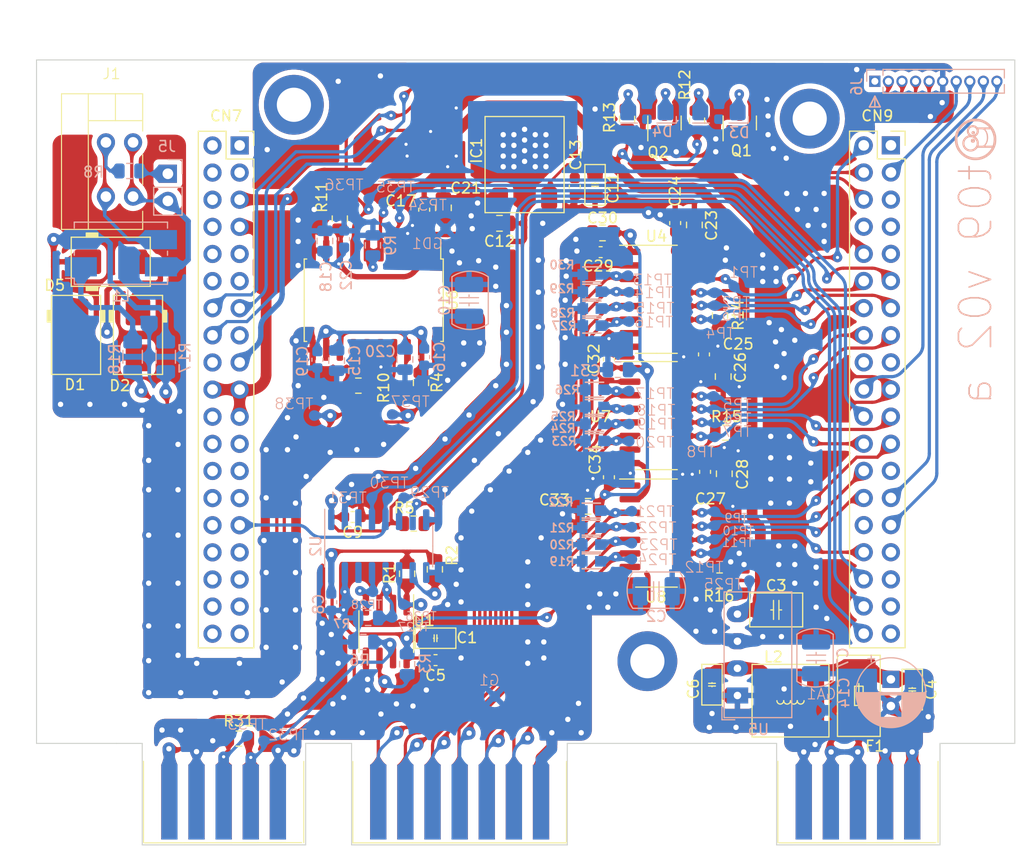
<source format=kicad_pcb>
(kicad_pcb (version 20221018) (generator pcbnew)
  (layers (0 "F.Cu" signal) (31 "B.Cu" signal) (34 "B.Paste" user) (35 "F.Paste" user) (36 "B.SilkS" user "B.Silkscreen") (37 "F.SilkS" user "F.Silkscreen") (38 "B.Mask" user) (39 "F.Mask" user) (44 "Edge.Cuts" user))
  (net 0 "")
  (net 1 "/+3.3VRS485")
  (net 2 "GND1")
  (net 3 "GNDD")
  (net 4 "GNDA")
  (net 5 "+24V")
  (net 6 "Net-(RS2-Pin_2)")
  (net 7 "Net-(U1-RO)")
  (net 8 "Net-(RS1-Pin_3)")
  (net 9 "Net-(RS1-Pin_4)")
  (net 10 "Net-(U1-DE)")
  (net 11 "+5V")
  (net 12 "/RTS1")
  (net 13 "/RTS2")
  (net 14 "/RTS3")
  (net 15 "/RTS4")
  (net 16 "/RTS5")
  (net 17 "/RTS6")
  (net 18 "/RTS7")
  (net 19 "/RTS8")
  (net 20 "/RTS9")
  (net 21 "/RTS10")
  (net 22 "/RTS11")
  (net 23 "/RTS12")
  (net 24 "Net-(U1-DI)")
  (net 25 "Net-(U5-IN+)")
  (net 26 "Net-(U6-Visoin)")
  (net 27 "GND2")
  (net 28 "/NUCLEO-64F411/PC3")
  (net 29 "/NUCLEO-64F411/PC0")
  (net 30 "/NUCLEO-64F411/PC2")
  (net 31 "/NUCLEO-64F411/PC1")
  (net 32 "/NUCLEO-64F411/VBAT")
  (net 33 "/NUCLEO-64F411/PB0")
  (net 34 "/NUCLEO-64F411/PH1")
  (net 35 "/NUCLEO-64F411/PA4")
  (net 36 "/NUCLEO-64F411/PH0")
  (net 37 "/NUCLEO-64F411/SWDIO")
  (net 38 "/NUCLEO-64F411/PC15")
  (net 39 "/NUCLEO-64F411/PA0")
  (net 40 "/NUCLEO-64F411/PC14")
  (net 42 "/NUCLEO-64F411/PC13")
  (net 43 "/NUCLEO-64F411/VIN")
  (net 44 "/NUCLEO-64F411/PB7")
  (net 45 "/NUCLEO-64F411/SWCLK")
  (net 46 "/USART1_TX")
  (net 47 "/USART2_RTS")
  (net 48 "/RTS9_cont")
  (net 49 "/LED1")
  (net 50 "/NUCLEO-64F411/RESET")
  (net 52 "/NUCLEO-64F411/IOREF")
  (net 55 "/NUCLEO-64F411/BOOT0")
  (net 56 "/NUCLEO-64F411/VDD")
  (net 57 "/LED2")
  (net 58 "/NUCLEO-64F411/PC12")
  (net 59 "/NUCLEO-64F411/PD2")
  (net 60 "/NUCLEO-64F411/PC10")
  (net 61 "/NUCLEO-64F411/PC11")
  (net 62 "/USART1_RTS")
  (net 64 "/RTS1_cont")
  (net 66 "/RTS11_cont")
  (net 67 "/NUCLEO-64F411/PC4")
  (net 68 "/RTS2_cont")
  (net 69 "/NUCLEO-64F411/AGND")
  (net 70 "/NUCLEO-64F411/PB5")
  (net 71 "/NUCLEO-64F411/PA15")
  (net 72 "/RTS12_cont")
  (net 73 "/RTS3_cont")
  (net 74 "/NUCLEO-64F411/PB15")
  (net 75 "/RTS6_cont")
  (net 76 "/RTS5_cont")
  (net 77 "/RTS4_cont")
  (net 78 "/RTS10_cont")
  (net 79 "/NUCLEO-64F411/PB6")
  (net 81 "/RTS8_cont")
  (net 82 "/RTS7_cont")
  (net 83 "/USART1_RX")
  (net 84 "/USART2_TX")
  (net 85 "/USART2_RX")
  (net 86 "Net-(D1-K)")
  (net 88 "/NUCLEO-64F411/AVDD")
  (net 89 "/NUCLEO-64F411/U5V")
  (net 90 "Net-(D2-K)")
  (net 91 "/NUCLEO-64F411/PC5")
  (net 92 "Net-(D3-K)")
  (net 93 "Net-(D3-A)")
  (net 94 "Net-(D4-K)")
  (net 95 "Net-(D4-A)")
  (net 96 "Net-(U7-VE2)")
  (net 97 "Net-(U8-VE2)")
  (net 98 "Net-(U4-VE2)")
  (net 102 "Net-(J1-Pin_1)")
  (net 103 "Net-(J1-Pin_2)")
  (net 104 "Net-(J5-Pin_1)")
  (net 105 "Net-(U6-A)")
  (net 106 "Net-(U6-B)")
  (net 107 "Net-(U2-VE2)")
  (net 108 "Net-(U2-VE1)")
  (net 111 "+3V3")
  (net 112 "/NUCLEO-64F411/+3V3")
  (net 113 "/NUCLEO-64F411/UART6_DE")
  (net 114 "/NUCLEO-64F411/USART6_TX")
  (net 115 "/NUCLEO-64F411/USART6_RX")
  (net 116 "/NUCLEO-64F411/GPIO1")
  (net 117 "/NUCLEO-64F411/GPIO2")
  (footprint "PCM_4ms_Resistor:R_0805_2012Metric" (layer "F.Cu") (at 127.3 83.7 90)
    (fp_text reference "R2")
    (fp_text value "0805-4,7 кОм±5%-0,125 Вт")
  )
  (footprint "MountingHole:MountingHole_3.2mm_M3_DIN965_Pad" (layer "F.Cu") (at 162.4 41.5)
    (fp_text reference "H5" hide)
    (fp_text value "MountingHole")
  )
  (footprint "Connector:Edge_Conn_KLS1-603-10" (layer "F.Cu") (at 107.52 101.69)
    (fp_text reference "RS1" hide)
    (fp_text value "SL-10 (L-KLS1-603C-10-S)")
  )
  (footprint "MountingHole:MountingHole_3.2mm_M3_DIN965_Pad" (layer "F.Cu") (at 147.2 92.3)
    (fp_text reference "H3" hide)
    (fp_text value "MountingHole")
  )
  (footprint "Capacitor_SMD:C_0603_1608Metric" (layer "F.Cu") (at 119.6 78.8 180)
    (fp_text reference "C9")
    (fp_text value "0,1uF 100V 0603")
  )
  (footprint "PCM_4ms_Resistor:R_0805_2012Metric" (layer "F.Cu") (at 125.325 79.41875)
    (fp_text reference "R5")
    (fp_text value "0805-4,7 кОм±5%-0,125 Вт")
  )
  (footprint "Capacitor_SMD:C_0603_1608Metric" (layer "F.Cu") (at 152.5 63.575 90)
    (fp_text reference "C25")
    (fp_text value "0,1uF 100V 0603")
  )
  (footprint "Package_TO_SOT_SMD:SOT-23" (layer "F.Cu") (at 155.85 41.9 90)
    (fp_text reference "Q1")
    (fp_text value "DTC114ECA (SOT-23)")
  )
  (footprint "PCM_4ms_Resistor:R_0805_2012Metric" (layer "F.Cu") (at 124.7 84.1125 90)
    (fp_text reference "R1")
    (fp_text value "0805-10 кОм±5%-0,125 Вт")
  )
  (footprint "PCM_Capacitor_SMD_AKL:C_0805_2012Metric_Pad1.18x1.45mm_HandSolder" (layer "F.Cu") (at 142.3 47.7 -90)
    (fp_text reference "C11")
    (fp_text value "1uF 50V 0805")
  )
  (footprint "PCM_4ms_Resistor:R_0805_2012Metric" (layer "F.Cu") (at 108.948071 99.55 180)
    (fp_text reference "R31")
    (fp_text value "0805 -120 Ом±5%-0,125 Вт")
  )
  (footprint "PCM_4ms_Resistor:R_0805_2012Metric" (layer "F.Cu") (at 153.96 84.75 180)
    (fp_text reference "R16")
    (fp_text value "0805-100 Ом±5%-0,125 Вт")
  )
  (footprint "Capacitor_SMD:C_0603_1608Metric" (layer "F.Cu") (at 143.6 75.075 90)
    (fp_text reference "C34")
    (fp_text value "0,1uF 100V 0603")
  )
  (footprint "Capacitor_SMD:C_0805_2012Metric" (layer "F.Cu") (at 154.4 74.75 -90)
    (fp_text reference "C28")
    (fp_text value "10uF 16V 0805")
  )
  (footprint "Capacitor_SMD:C_0805_2012Metric" (layer "F.Cu") (at 133.35 51.3 180)
    (fp_text reference "C12")
    (fp_text value "10uF 16V 0805")
  )
  (footprint "Capacitor_SMD:C_0603_1608Metric" (layer "F.Cu") (at 152.6 74.575 90)
    (fp_text reference "C27")
    (fp_text value "0,1uF 100V 0603")
  )
  (footprint "PCM_Inductor_SMD_Handsoldering_AKL:L_Bourns-SRN6028" (layer "F.Cu") (at 160.6 96 180)
    (fp_text reference "L2")
    (fp_text value "6,8uH 3,5A (ETQP3M6R8KVP)" hide)
  )
  (footprint "PCM_Diode_SMD_AKL:D_SMB" (layer "F.Cu") (at 93.7 61.75 -90)
    (fp_text reference "D1")
    (fp_text value "SMBJ5.0A" hide)
  )
  (footprint "PCM_Package_TO_SOT_SMD_AKL:SOT-223-3_TabPin2" (layer "F.Cu") (at 135.7 45.8 90)
    (fp_text reference "IC1")
    (fp_text value "LD1117-3.3V-SOT223" hide)
  )
  (footprint "PCM_4ms_Resistor:R_0805_2012Metric" (layer "F.Cu") (at 118.4 50.8625 90)
    (fp_text reference "R11")
    (fp_text value "0805-10 кОм±5%-0,125 Вт")
  )
  (footprint "Connector_PinSocket_2.54mm:PinSocket_2x19_P2.54mm_Vertical" (layer "F.Cu") (at 170 44)
    (fp_text reference "CN9")
    (fp_text value "DS1023-2x19S21")
  )
  (footprint "PCM_Diode_SMD_AKL:D_SMB" (layer "F.Cu") (at 96.95 54.9)
    (fp_text reference "D5")
    (fp_text value "SMBJ10CA" hide)
  )
  (footprint "PCM_4ms_Resistor:R_0805_2012Metric" (layer "F.Cu") (at 151.85 41.7 -90)
    (fp_text reference "R12")
    (fp_text value "0805-300 Ом±5%-0,125 Вт")
  )
  (footprint "Capacitor_SMD:C_0805_2012Metric" (layer "F.Cu") (at 143 52.2)
    (fp_text reference "C30")
    (fp_text value "10uF 16V 0805")
  )
  (footprint "MountingHole:MountingHole_3.2mm_M3_DIN965_Pad" (layer "F.Cu") (at 114.1 40.2)
    (fp_text reference "H4" hide)
    (fp_text value "MountingHole")
  )
  (footprint "PCM_4ms_Resistor:R_0805_2012Metric" (layer "F.Cu") (at 154.5 70.9 180)
    (fp_text reference "R15")
    (fp_text value "0805-100 Ом±5%-0,125 Вт")
  )
  (footprint "Capacitor_SMD:C_0603_1608Metric" (layer "F.Cu") (at 143.6 64.025 90)
    (fp_text reference "C32")
    (fp_text value "0,1uF 100V 0603")
  )
  (footprint "PCM_Capacitor_SMD_AKL:C_0805_2012Metric_Pad1.18x1.45mm_HandSolder" (layer "F.Cu") (at 172 94.9625 -90)
    (fp_text reference "C4")
    (fp_text value "4,7uF 50V 0805")
  )
  (footprint "Package_TO_SOT_SMD:SOT-23" (layer "F.Cu") (at 148.8 41.9 90)
    (fp_text reference "Q2")
    (fp_text value "DTC114ECA (SOT-23)")
  )
  (footprint "Capacitor_SMD:C_0805_2012Metric" (layer "F.Cu") (at 151.6 51.45 -90)
    (fp_text reference "C23")
    (fp_text value "10uF 16V 0805")
  )
  (footprint "PCM_Capacitor_SMD_AKL:C_0805_2012Metric_Pad1.18x1.45mm_HandSolder" (layer "F.Cu") (at 153.25 94.5 -90)
    (fp_text reference "C6")
    (fp_text value "4,7uF 50V 0805")
  )
  (footprint "PCM_Diode_SMD_AKL:D_SMB" (layer "F.Cu") (at 99.5 61.75 -90)
    (fp_text reference "D2")
    (fp_text value "SMBJ5.0A" hide)
  )
  (footprint "Package_SO:SOIC-16_3.9x9.9mm_P1.27mm" (layer "F.Cu") (at 148.0475 69.305)
    (fp_text reference "U7")
    (fp_text value "pia140M30 (SOIC-16)")
  )
  (footprint "Package_SO:SOIC-16_3.9x9.9mm_P1.27mm" (layer "F.Cu") (at 148.0475 80.305)
    (fp_text reference "U8")
    (fp_text value "pia140M30 (SOIC-16)")
  )
  (footprint "PCM_4ms_Resistor:R_0805_2012Metric" (layer "F.Cu") (at 145.3 41.5375 90)
    (fp_text reference "R13")
    (fp_text value "0805-300 Ом±5%-0,125 Вт")
  )
  (footprint "MountingHole:MountingHole_3.2mm_M3" (layer "F.Cu") (at 94 94)
    (fp_text reference "H1" hide)
    (fp_text value "MountingHole")
  )
  (footprint "PCM_Capacitor_SMD_AKL:C_1210_3225Metric_Pad1.42x2.65mm_HandSolder" (layer "F.Cu") (at 159.2625 87.5)
    (fp_text reference "C3")
    (fp_text value "10uF 50V 1210 GRM32ER71H106K")
  )
  (footprint "PCM_4ms_Resistor:R_0805_2012Metric" (layer "F.Cu") (at 154 59.9375 -90)
    (fp_text reference "R14")
    (fp_text value "0805-100 Ом±5%-0,125 Вт")
  )
  (footprint "PCM_4ms_Resistor:R_0805_2012Metric" (layer "F.Cu") (at 120.1375 66.5)
    (fp_text reference "R10")
    (fp_text value "0805-560 Ом±5%-0,125 Вт")
  )
  (footprint "Capacitor_SMD:C_0603_1608Metric" (layer "F.Cu") (at 149.8 51.275 90)
    (fp_text reference "C24")
    (fp_text value "0,1uF 100V 0603")
  )
  (footprint "Capacitor_SMD:C_0805_2012Metric" (layer "F.Cu") (at 154.301 65.65 90)
    (fp_text reference "C26")
    (fp_text value "10uF 16V 0805")
  )
  (footprint "Package_SO:SOIC-20W_7.5x12.8mm_P1.27mm" (layer "F.Cu") (at 121.575 58.5 -90)
    (fp_text reference "U6")
    (fp_text value "ADM2587E (SOIC-20)")
  )
  (footprint "MountingHole:MountingHole_3.2mm_M3" (layer "F.Cu") (at 94 74)
    (fp_text reference "H2" hide)
    (fp_text value "MountingHole" hide)
  )
  (footprint "Capacitor_SMD:C_0603_1608Metric" (layer "F.Cu") (at 126.3 50.025 -90)
    (fp_text reference "C17")
    (fp_text value "0,1uF 100V 0603")
  )
  (footprint "Capacitor_SMD:C_0805_2012Metric" (layer "F.Cu") (at 141.65 77.8)
    (fp_text reference "C33")
    (fp_text value "10uF 16V 0805")
  )
  (footprint "Connector_PinSocket_2.54mm:PinSocket_2x19_P2.54mm_Vertical" (layer "F.Cu") (at 109.02 44.01)
    (fp_text reference "CN7")
    (fp_text value "DS1023-2x19S21")
  )
  (footprint "Capacitor_SMD:C_0603_1608Metric" (layer "F.Cu") (at 140.4 47.8625 -90)
    (fp_text reference "C13")
    (fp_text value "0,1uF 100V 0603")
  )
  (footprint "Connector:DG141R-02" (layer "F.Cu") (at 103.739 46.768 -90)
    (fp_text reference "J1")
    (fp_text value "DG141R-02 (RS485)")
  )
  (footprint "Package_SO:SOIC-8_3.9x4.9mm_P1.27mm" (layer "F.Cu") (at 122.75 89.525 -90)
    (fp_text reference "U1")
    (fp_text value "ADM3485EARZ-REEL (SOIC-8)")
  )
  (footprint "Connector:Edge_Conn_KLS1-603-10" (layer "F.Cu") (at 166.92 101.69)
    (fp_text reference "RS2" hide)
    (fp_text value "SL-10 (L-KLS1-603C-10-S)")
  )
  (footprint "PCM_4ms_Resistor:R_0805_2012Metric" (layer "F.Cu") (at 126 66.2375 -90)
    (fp_text reference "R4")
    (fp_text value "0805-560 Ом±5%-0,125 Вт")
  )
  (footprint "Capacitor_SMD:C_0603_1608Metric" (layer "F.Cu") (at 127.3625 92.2 180)
    (fp_text reference "C5")
    (fp_text value "0,1uF 100V 0603")
  )
  (footprint "Capacitor_SMD:C_0603_1608Metric" (layer "F.Cu") (at 142.825 54 180)
    (fp_text reference "C29")
    (fp_text value "0,1uF 100V 0603")
  )
  (footprint "Package_SO:SOIC-16_3.9x9.9mm_P1.27mm" (layer "F.Cu") (at 148.0475 58.415)
    (fp_text reference "U4")
    (fp_text value "pia140M30 (SOIC-16)")
  )
  (footprint "Capacitor_SMD:C_0805_2012Metric" (layer "F.Cu") (at 128.1 49.85 -90)
    (fp_text reference "C21")
    (fp_text value "10nF 50V 0805")
  )
  (footprint "PCM_Fuse_Handsoldering_AKL:Fuse_Littelfuse-NANO2-451_453" (layer "F.Cu") (at 167 95.545 90)
    (fp_text reference "F1")
    (fp_text value "0452.500MRL" hide)
  )
  (footprint "Connector:Edge_Conn_KLS1-603-14" (layer "F.Cu") (at 129.62 96.61)
    (fp_text reference "RS3" hide)
    (fp_text value "SL-14 (L-KLS1-603C-14-S) RTS" hide)
  )
  (footprint "PCM_Capacitor_SMD_AKL:C_0805_2012Metric_Pad1.18x1.45mm_HandSolder" (layer "F.Cu") (at 127.3625 90.15 180)
    (fp_text reference "C1")
    (fp_text value "1uF 50V 0805")
  )
  (footprint "PCM_4ms_Resistor:R_0603" (layer "B.Cu") (at 142.25 70.08 180)
    (fp_text reference "R24")
    (fp_text value "0603-10 кОм±5%-0,062 Вт" hide)
  )
  (footprint "PCM_4ms_TestPoint:TestPoint_D1" (layer "B.Cu") (at 124.375 77 180)
    (fp_text reference "TP29")
    (fp_text value "TestPoint")
  )
  (footprint "PCM_4ms_Resistor:R_0603" (layer "B.Cu") (at 142.25 71.68 180)
    (fp_text reference "R23")
    (fp_text value "0603-10 кОм±5%-0,062 Вт" hide)
  )
  (footprint "PCM_4ms_TestPoint:TestPoint_D1" (layer "B.Cu") (at 145.4 56.2 180)
    (fp_text reference "TP13")
    (fp_text value "TestPoint")
  )
  (footprint "PCM_4ms_TestPoint:TestPoint_D1" (layer "B.Cu") (at 145.5 70.1 180)
    (fp_text reference "TP19")
    (fp_text value "TestPoint")
  )
  (footprint "PCM_4ms_TestPoint:TestPoint_D1" (layer "B.Cu") (at 128.3 51.8 180)
    (fp_text reference "GD1")
    (fp_text value "TestPoint")
  )
  (footprint "PCM_4ms_TestPoint:TestPoint_D1" (layer "B.Cu") (at 109.75 99.25 90)
    (fp_text reference "TP33")
    (fp_text value "TestPoint")
  )
  (footprint "Capacitor_SMD:C_0603_1608Metric" (layer "B.Cu") (at 126.3 63.825 90)
    (fp_text reference "C16")
    (fp_text value "0,1uF 100V 0603")
  )
  (footprint "PCM_4ms_TestPoint:TestPoint_D1" (layer "B.Cu") (at 153.5 71.3 180)
    (fp_text reference "TP8")
    (fp_text value "TestPoint")
  )
  (footprint "PCM_Capacitor_SMD_Handsoldering_AKL:C_1210_3225Metric_Pad1.42x2.65mm" (layer "B.Cu") (at 148.035 85.75)
    (fp_text reference "C2")
    (fp_text value " 270 pf X7R 1206 2000v 202R18W271KW4E" hide)
  )
  (footprint "PCM_4ms_Resistor:R_0603" (layer "B.Cu") (at 142.25 66.88 180)
    (fp_text reference "R26")
    (fp_text value "0603-10 кОм±5%-0,062 Вт" hide)
  )
  (footprint "PCM_4ms_TestPoint:TestPoint_D1" (layer "B.Cu") (at 153.5 79.6 180)
    (fp_text reference "TP10")
    (fp_text value "TestPoint")
  )
  (footprint "LED_SMD:LED_Kingbright_KPA-3010_3x2x1mm" (layer "B.Cu") (at 147.15 40.4 180)
    (fp_text reference "D4")
    (fp_text value "KPA-3010CGCK")
  )
  (footprint "PCM_4ms_TestPoint:TestPoint_D1" (layer "B.Cu") (at 153.5 78.3 180)
    (fp_text reference "TP9")
    (fp_text value "TestPoint")
  )
  (footprint "Capacitor_SMD:C_0805_2012Metric" (layer "B.Cu") (at 118.1 64.15 90)
    (fp_text reference "C15")
    (fp_text value "10uF 16V 0805")
  )
  (footprint "LED_SMD:LED_Kingbright_KPA-3010_3x2x1mm" (layer "B.Cu") (at 153.9 40.4 180)
    (fp_text reference "D3")
    (fp_text value "KPA-3010CGCK")
  )
  (footprint "PCM_Capacitor_SMD_Handsoldering_AKL:C_1210_3225Metric_Pad1.42x2.65mm" (layer "B.Cu") (at 163 91.9875 90)
    (fp_text reference "C7")
    (fp_text value " 270 pf X7R 1206 2000v 202R18W271KW4E" hide)
  )
  (footprint "PCM_4ms_Resistor:R_0603" (layer "B.Cu") (at 142 56.08 180)
    (fp_text reference "R30")
    (fp_text value "0603-10 кОм±5%-0,062 Вт" hide)
  )
  (footprint "Capacitor_SMD:C_0805_2012Metric" (layer "B.Cu") (at 144.45 65)
    (fp_text reference "C31")
    (fp_text value "10uF 16V 0805")
  )
  (footprint "PCM_4ms_TestPoint:TestPoint_D1" (layer "B.Cu") (at 122.5 49.4 -90)
    (fp_text reference "TP35")
    (fp_text value "TestPoint")
  )
  (footprint "PCM_4ms_TestPoint:TestPoint_D1" (layer "B.Cu") (at 116 69.3 90)
    (fp_text reference "TP38")
    (fp_text value "TestPoint")
  )
  (footprint "Capacitor_SMD:C_0603_1608Metric" (layer "B.Cu") (at 118.8 52.775 90)
    (fp_text reference "C22")
    (fp_text value "0,1uF 100V 0603")
  )
  (footprint "PCM_4ms_TestPoint:TestPoint_D1" (layer "B.Cu") (at 124.35 87 180)
    (fp_text reference "TP26")
    (fp_text value "TestPoint")
  )
  (footprint "PCM_4ms_TestPoint:TestPoint_D1" (layer "B.Cu") (at 121.375 77 180)
    (fp_text reference "TP31")
    (fp_text value "TestPoint")
  )
  (footprint "PCM_4ms_Resistor:R_0603" (layer "B.Cu") (at 142 57.7 180)
    (fp_text reference "R29")
    (fp_text value "0603-10 кОм±5%-0,062 Вт" hide)
  )
  (footprint "PCM_4ms_TestPoint:TestPoint_D1" (layer "B.Cu") (at 153.5 82.2 180)
    (fp_text reference "TP12")
    (fp_text value "TestPoint")
  )
  (footprint "PCM_4ms_Resistor:R_0805_2012Metric" (layer "B.Cu") (at 121.0525 88.25)
    (fp_text reference "R7")
    (fp_text value "0805-10 кОм±5%-0,125 Вт")
  )
  (footprint "PCM_4ms_Resistor:R_0603" (layer "B.Cu") (at 141.95 82.946335 180)
    (fp_text reference "R19")
    (fp_text value "0603-10 кОм±5%-0,062 Вт" hide)
  )
  (footprint "PCM_Capacitor_SMD_Handsoldering_AKL:C_1210_3225Metric_Pad1.42x2.65mm" (layer "B.Cu") (at 130.5 58.5125 -90)
    (fp_text reference "C10")
    (fp_text value " 270 pf X7R 1206 2000v 202R18W271KW4E" hide)
  )
  (footprint "PCM_4ms_Resistor:R_0603" (layer "B.Cu") (at 142 59.28 180)
    (fp_text reference "R28")
    (fp_text value "0603-10 кОм±5%-0,062 Вт" hide)
  )
  (footprint "Capacitor_SMD:C_0805_2012Metric" (layer "B.Cu") (at 117 52.95 -90)
    (fp_text reference "C18")
    (fp_text value "10uF 16V 0805")
  )
  (footprint "PCM_4ms_TestPoint:TestPoint_D1" (layer "B.Cu") (at 145.5 67 180)
    (fp_text reference "TP17")
    (fp_text value "TestPoint")
  )
  (footprint "PCM_4ms_Resistor:R_0603" (layer "B.Cu") (at 141.95 81.383549 180)
    (fp_text reference "R20")
    (fp_text value "0603-10 кОм±5%-0,062 Вт" hide)
  )
  (footprint "PCM_4ms_TestPoint:TestPoint_D1" (layer "B.Cu") (at 156.75 84.75 180)
    (fp_text reference "TP25")
    (fp_text value "TestPoint")
  )
  (footprint "PCM_4ms_TestPoint:TestPoint_D1" (layer "B.Cu") (at 145.5 59.1 180)
    (fp_text reference "TP15")
    (fp_text value "TestPoint")
  )
  (footprint "PCM_4ms_TestPoint:TestPoint_D1" (layer "B.Cu") (at 132.9 95.6 180)
    (fp_text reference "G1")
    (fp_text value "TestPoint")
  )
  (footprint "PCM_4ms_TestPoint:TestPoint_D1" (layer "B.Cu") (at 153.5 57.8 180)
    (fp_text reference "TP2")
    (fp_text value "TestPoint")
  )
  (footprint "Package_SO:SOIC-16_3.9x9.9mm_P1.27mm" (layer "B.Cu") (at 122.045 81.525 -90)
    (fp_text reference "U2")
    (fp_text value "pia141M30 (SOIC-16)")
  )
  (footprint "PCM_4ms_TestPoint:TestPoint_D1" (layer "B.Cu") (at 153.5 70 180)
    (fp_text reference "TP7")
    (fp_text value "TestPoint")
  )
  (footprint "Converter_DCDC:Converter_DCDC_Murata_CRE1xxxxxxSC_THT" (layer "B.Cu") (at 155.6325 95.5125)
    (fp_text reference "U5")
    (fp_text value "SMU02N-05")
  )
  (footprint "PCM_4ms_TestPoint:TestPoint_D1" (layer "B.Cu") (at 153.4 68.75 180)
    (fp_text reference "TP6")
    (fp_text value "TestPoint")
  )
  (footprint "PCM_4ms_TestPoint:TestPoint_D1" (layer "B.Cu") (at 153.5 59 180)
    (fp_text reference "TP3")
    (fp_text value "TestPoint")
  )
  (footprint "PCM_4ms_Resistor:R_0603" (layer "B.Cu") (at 141.95 79.8 180)
    (fp_text reference "R21")
    (fp_text value "0603-10 кОм±5%-0,062 Вт" hide)
  )
  (footprint "PCM_4ms_TestPoint:TestPoint_D1" (layer "B.Cu") (at 123.3 88.2 180)
    (fp_text reference "TP27")
    (fp_text value "TestPoint")
  )
  (footprint "PCM_4ms_TestPoint:TestPoint_D1" (layer "B.Cu") (at 153.5 60.3 180)
    (fp_text reference "TP4")
    (fp_text value "TestPoint")
  )
  (footprint "PCM_4ms_TestPoint:TestPoint_D1" (layer "B.Cu") (at 164 96.9 180)
    (fp_text reference "GA1")
    (fp_text value "TestPoint")
  )
  (footprint "Capacitor_SMD:C_0603_1608Metric" (layer "B.Cu") (at 117.6 86.775 90)
    (fp_text reference "C8")
    (fp_text value "0,1uF 100V 0603")
  )
  (footprint "PCM_4ms_TestPoint:TestPoint_D1" (layer "B.Cu") (at 155.3 57.2 180)
    (fp_text reference "TP1")
    (fp_text value "TestPoint")
  )
  (footprint "PCM_4ms_TestPoint:TestPoint_D1" (layer "B.Cu") (at 145.75 82.75 180)
    (fp_text reference "TP24")
    (fp_text value "TestPoint")
  )
  (footprint "PCM_4ms_TestPoint:TestPoint_D1" (layer "B.Cu") (at 153.5 80.9 180)
    (fp_text reference "TP11")
    (fp_text value "TestPoint")
  )
  (footprint "Capacitor_SMD:C_0805_2012Metric" (layer "B.Cu") (at 124.5 64.05 90)
    (fp_text reference "C20")
    (fp_text value "10nF 50V 0805")
  )
  (footprint "PCM_4ms_TestPoint:TestPoint_D1" (layer "B.Cu") (at 145.75 81.25 180)
    (fp_text reference "TP23")
    (fp_text value "TestPoint")
  )
  (footprint "PCM_4ms_TestPoint:TestPoint_D1" (layer "B.Cu") (at 111.25 99.75 90)
    (fp_text reference "TP32")
    (fp_text value "TestPoint")
  )
  (footprint "Inductor_SMD:L_CommonMode_Delevan_4222" (layer "B.Cu") (at 97.9 54.1)
    (fp_text reference "L1")
    (fp_text value "B82790S0253N201")
  )
  (footprint "PCM_4ms_TestPoint:TestPoint_D1" (layer "B.Cu") (at 145.5 68.75 180)
    (fp_text reference "TP18")
    (fp_text value "TestPoint")
  )
  (footprint "PCM_4ms_TestPoint:TestPoint_D1" (layer "B.Cu") (at 145.5 60.5 180)
    (fp_text reference "TP16")
    (fp_text value "TestPoint")
  )
  (footprint "PCM_4ms_Resistor:R_0805_2012Metric" (layer "B.Cu") (at 120.6 90.5)
    (fp_text reference "R6")
    (fp_text value "0805-560 Ом±5%-0,125 Вт")
  )
  (footprint "Connector_PinHeader_1.27mm:PinHeader_1x10_P1.27mm_Vertical" (layer "B.Cu") (at 168.5 38 -90)
    (fp_text reference "J6")
    (fp_text value "PLL-10 (Prog)")
  )
  (footprint "Connector_PinHeader_2.54mm:PinHeader_1x02_P2.54mm_Vertical" (layer "B.Cu") (at 102.3 46.66 180)
    (fp_text reference "J5")
    (fp_text value "DS1027-2B и PinHeader_2x01_P2.54mm")
  )
  (footprint "PCM_4ms_Resistor:R_0805_2012Metric" (layer "B.Cu") (at 121.5 53.3625 90)
    (fp_text reference "R9")
    (fp_text value "0805-10 кОм±5%-0,125 Вт")
  )
  (footprint "PCM_4ms_TestPoint:TestPoint_D1" (layer "B.Cu") (at 121.5 85.8 180)
    (fp_text reference "TP28")
    (fp_text value "TestPoint")
  )
  (footprint "PCM_4ms_TestPoint:TestPoint_D1" (layer "B.Cu") (at 145.5 71.7 180)
    (fp_text reference "TP20")
    (fp_text value "TestPoint")
  )
  (footprint "PCM_4ms_Resistor:R_0805_2012Metric" (layer "B.Cu") (at 98.7 46.4)
    (fp_text reference "R8")
    (fp_text value "0805 -120 Ом±5%-0,125 Вт")
  )
  (footprint "PCM_4ms_TestPoint:TestPoint_D1" (layer "B.Cu") (at 121.1 49 -90)
    (fp_text reference "TP36")
    (fp_text value "TestPoint")
  )
  (footprint "PCM_4ms_Resistor:R_1206_3216Metric" (layer "B.Cu") (at 102.1 63.8 -90)
    (fp_text reference "R18")
    (fp_text value "1206-100 Ом±5%-0,25 Вт")
  )
  (footprint "Symbol:PB_LOGO" (layer "B.Cu") (at 177.7 43.3 -90)
    (fp_text reference "G***" hide)
    (fp_text value "LOGO" hide)
  )
  (footprint "PCM_4ms_Resistor:R_1206_3216Metric" (layer "B.Cu") (at 99 63.8 90)
    (fp_text reference "R17")
    (fp_text value "1206-100 Ом±5%-0,25 Вт")
  )
  (footprint "PCM_4ms_TestPoint:TestPoint_D1" (layer "B.Cu") (at 123.3 69.2 90)
    (fp_text reference "TP37")
    (fp_text value "TestPoint")
  )
  (footprint "PCM_4ms_TestPoint:TestPoint_D1" (layer "B.Cu") (at 145.5 57.75 180)
    (fp_text reference "TP14")
    (fp_text value "TestPoint")
  )
  (footprint "PCM_4ms_Resistor:R_0603" (layer "B.Cu") (at 142.25 68.5 180)
    (fp_text reference "R25")
    (fp_text value "0603-10 кОм±5%-0,062 Вт" hide)
  )
  (footprint "PCM_4ms_TestPoint:TestPoint_D1" (layer "B.Cu") (at 145.75 78.25 180)
    (fp_text reference "TP21")
    (fp_text value "TestPoint")
  )
  (footprint "PCM_4ms_TestPoint:TestPoint_D1" (layer "B.Cu") (at 124 49.6 -90)
    (fp_text reference "TP34")
    (fp_text value "TestPoint")
  )
  (footprint "PCM_4ms_Resistor:R_0603" (layer "B.Cu") (at 141.95 78.2 180)
    (fp_text reference "R22")
    (fp_text value "0603-10 кОм±5%-0,062 Вт" hide)
  )
  (footprint "PCM_Capacitor_THT_AKL:CP_Radial_D6.3mm_P2.50mm" (layer "B.Cu") (at 170 94 -90)
    (fp_text reference "C14")
    (fp_text value "47uF 63V D6,3 H11" hide)
  )
  (footprint "PCM_4ms_TestPoint:TestPoint_D1" (layer "B.Cu") (at 145.75 79.75 180)
    (fp_text reference "TP22")
    (fp_text value "TestPoint")
  )
  (footprint "Capacitor_SMD:C_0603_1608Metric" (layer "B.Cu") (at 116.3 64.075 90)
    (fp_text reference "C19")
    (fp_text value "0,1uF 100V 0603")
  )
  (footprint "PCM_4ms_TestPoint:TestPoint_D1" (layer "B.Cu") (at 153.4 67.5 180)
    (fp_text reference "TP5")
    (fp_text value "TestPoint")
  )
  (footprint "PCM_4ms_TestPoint:TestPoint_D1" (layer "B.Cu") (at 122.875 77 180)
    (fp_text reference "TP30")
    (fp_text value "TestPoint")
  )
  (footprint "PCM_4ms_Resistor:R_0805_2012Metric" (layer "B.Cu") (at 124.706515 92.58095 90)
    (fp_text reference "R3")
    (fp_text value "0805-560 Ом±5%-0,125 Вт")
  )
  (footprint "PCM_4ms_Resistor:R_0603" (layer "B.Cu") (at 142 60.88 180)
    (fp_text reference "R27")
    (fp_text value "0603-10 кОм±5%-0,062 Вт" hide)
  )
  (gr_line (start 168 40.4) (end 169 40.4) (stroke (width 0.15)) (layer "B.SilkS"))
  (gr_line (start 169 40.4) (end 168.5 39.4) (stroke (width 0.15)) (layer "B.SilkS"))
  (gr_line (start 168.5 40.4) (end 168.5 39.4) (stroke (width 0.15)) (layer "B.SilkS"))
  (gr_line (start 168.5 39.4) (end 168 40.4) (stroke (width 0.15)) (layer "B.SilkS"))
  (gr_line (start 181.6 100) (end 181.6 36) (stroke (width 0.1)) (layer "Edge.Cuts"))
  (gr_line (start 119.5 100) (end 119.5 109.5) (stroke (width 0.1)) (layer "Edge.Cuts"))
  (gr_line (start 90 100) (end 90 36) (stroke (width 0.1)) (layer "Edge.Cuts"))
  (gr_line (start 181.6 36) (end 90 36) (stroke (width 0.1)) (layer "Edge.Cuts"))
  (gr_line (start 97.5 100) (end 90 100) (stroke (width 0.1)) (layer "Edge.Cuts"))
  (gr_line (start 99.9 109.5) (end 115.2 109.5) (stroke (width 0.1)) (layer "Edge.Cuts"))
  (gr_line (start 115.2 100) (end 119.5 100) (stroke (width 0.1)) (layer "Edge.Cuts"))
  (gr_line (start 159.3 109.5) (end 174.6 109.5) (stroke (width 0.1)) (layer "Edge.Cuts"))
  (gr_line (start 97.5 100) (end 99.9 100) (stroke (width 0.1)) (layer "Edge.Cuts"))
  (gr_line (start 174.6 100) (end 181.6 100) (stroke (width 0.1)) (layer "Edge.Cuts"))
  (gr_line (start 139.7 109.5) (end 139.7 100) (stroke (width 0.1)) (layer "Edge.Cuts"))
  (gr_line (start 159.3 100) (end 159.3 109.5) (stroke (width 0.1)) (layer "Edge.Cuts"))
  (gr_line (start 139.7 100) (end 159.3 100) (stroke (width 0.1)) (layer "Edge.Cuts"))
  (gr_line (start 115.2 109.5) (end 115.2 100) (stroke (width 0.1)) (layer "Edge.Cuts"))
  (gr_line (start 174.6 109.5) (end 174.6 100) (stroke (width 0.1)) (layer "Edge.Cuts"))
  (gr_line (start 99.9 100) (end 99.9 109.5) (stroke (width 0.1)) (layer "Edge.Cuts"))
  (gr_line (start 119.5 109.5) (end 139.7 109.5) (stroke (width 0.1)) (layer "Edge.Cuts"))
  (gr_text "t09 v02 a" (at 179.7 45.6 90) (layer "B.SilkS") (effects (font (size 3 3)) (justify left bottom mirror)))
  (segment (start 145.6 52.4) (end 145.6 52.774909) (width 0.3) (layer "F.Cu") (net 1))
  (segment (start 143.2 76.7) (end 143.5 76.4) (width 0.3) (layer "F.Cu") (net 1))
  (segment (start 118.073448 88.323448) (end 119.5 89.75) (width 0.3) (layer "F.Cu") (net 1))
  (segment (start 124.7 82.3) (end 125 82) (width 0.3) (layer "F.Cu") (net 1))
  (segment (start 102.44 105.5) (end 102.44 100.54) (width 1) (layer "F.Cu") (net 1))
  (segment (start 145.6 52.4) (end 145.5725 52.4275) (width 0.3) (layer "F.Cu") (net 1))
  (segment (start 143.2 76.9) (end 142.6 77.5) (width 0.3) (layer "F.Cu") (net 1))
  (segment (start 117.8 82.3) (end 117.6 82.3) (width 0.3) (layer "F.Cu") (net 1))
  (segment (start 142.6 77.8) (end 142.6 79.192893) (width 0.3) (layer "F.Cu") (net 1))
  (segment (start 124.7 82.4) (end 124.7 82.3) (width 0.3) (layer "F.Cu") (net 1))
  (segment (start 143.8 52.2) (end 145.4 52.2) (width 0.3) (layer "F.Cu") (net 1))
  (segment (start 143.2 76.7) (end 143.2 76.9) (width 0.3) (layer "F.Cu") (net 1))
  (segment (start 119.625 89.875) (end 119.5 89.75) (width 0.3) (layer "F.Cu") (net 1))
  (segment (start 146.96 64.86) (end 147.2 65.1) (width 0.3) (layer "F.Cu") (net 1))
  (segment (start 120.1 89.826776) (end 119.75 90.176776) (width 0.3) (layer "F.Cu") (net 1))
  (segment (start 143.6 54) (end 145.5425 54) (width 0.3) (layer "F.Cu") (net 1))
  (segment (start 124.4 82) (end 124.3 82) (width 0.3) (layer "F.Cu") (net 1))
  (segment (start 103.499999 100.5) (end 106.101551 97.898448) (width 0.3) (layer "F.Cu") (net 1))
  (segment (start 124.655 92) (end 126.013933 92) (width 0.3) (layer "F.Cu") (net 1))
  (segment (start 124.7 82) (end 124.7 82.4) (width 0.3) (layer "F.Cu") (net 1))
  (segment (start 145.5725 52.4275) (end 145.5725 53.97) (width 0.3) (layer "F.Cu") (net 1))
  (segment (start 124.4525 89.9525) (end 124.655 90.155) (width 0.3) (layer "F.Cu") (net 1))
  (segment (start 124.7 82.3) (end 124.4 82) (width 0.3) (layer "F.Cu") (net 1))
  (segment (start 107.06349 97.5) (end 111.336509 97.5) (width 0.3) (layer "F.Cu") (net 1))
  (segment (start 138.5 87.5) (end 137.8 88.2) (width 0.3) (layer "F.Cu") (net 1))
  (segment (start 124.9 90.15) (end 126.325 90.15) (width 0.3) (layer "F.Cu") (net 1))
  (segment (start 143.5 76.4) (end 143.5 75.95) (width 0.3) (layer "F.Cu") (net 1))
  (segment (start 138.5 83.292893) (end 138.5 87.5) (width 0.3) (layer "F.Cu") (net 1))
  (segment (start 120.1 89.75) (end 120.1 89.826776) (width 0.3) (layer "F.Cu") (net 1))
  (segment (start 124.66 90.15) (end 124.9 90.15) (width 0.3) (layer "F.Cu") (net 1))
  (segment (start 145.5125 64.8) (end 145.5725 64.86) (width 0.3) (layer "F.Cu") (net 1))
  (segment (start 125.098232 90.156767) (end 124.655 90.6) (width 0.3) (layer "F.Cu") (net 1))
  (segment (start 143.5 75.95) (end 143.6 75.85) (width 0.3) (layer "F.Cu") (net 1))
  (segment (start 124.6575 91.9975) (end 124.655 92) (width 0.3) (layer "F.Cu") (net 1))
  (segment (start 124.66 90.15) (end 124.655 90.155) (width 0.3) (layer "F.Cu") (net 1))
  (segment (start 124.7 82.4) (end 124.7 83.175) (width 0.3) (layer "F.Cu") (net 1))
  (segment (start 126.5375 82) (end 127.3 82.7625) (width 0.3) (layer "F.Cu") (net 1))
  (segment (start 117.6 82.3) (end 117.676864 82.376864) (width 0.3) (layer "F.Cu") (net 1))
  (segment (start 126.5375 82) (end 125 82) (width 0.3) (layer "F.Cu") (net 1))
  (segment (start 124.66 90.15) (end 124.66 91.991464) (width 0.3) (layer "F.Cu") (net 1))
  (segment (start 142.6 77.5) (end 142.6 77.8) (width 0.3) (layer "F.Cu") (net 1))
  (segment (start 120.1 89.75) (end 123.963621 89.75) (width 0.3) (layer "F.Cu") (net 1))
  (segment (start 145.5725 75.86) (end 143.61 75.86) (width 0.3) (layer "F.Cu") (net 1))
  (segment (start 125 82) (end 124.7 82) (width 0.3) (layer "F.Cu") (net 1))
  (segment (start 126.158399 92.039858) (end 126.318541 92.2) (width 0.3) (layer "F.Cu") (net 1))
  (segment (start 145.4 52.2) (end 145.6 52.4) (width 0.3) (layer "F.Cu") (net 1))
  (segment (start 117.676864 82.376864) (end 117.676864 87.468427) (width 0.3) (layer "F.Cu") (net 1))
  (segment (start 143.61 75.86) (end 143.6 75.85) (width 0.3) (layer "F.Cu") (net 1))
  (segment (start 143.6 64.8) (end 145.5125 64.8) (width 0.3) (layer "F.Cu") (net 1))
  (segment (start 102.4 100.5) (end 103.499999 100.5) (width 0.3) (layer "F.Cu") (net 1))
  (segment (start 126.318541 92.2) (end 126.5875 92.2) (width 0.3) (layer "F.Cu") (net 1))
  (segment (start 125.0975 90.15) (end 124.9 90.15) (width 0.3) (layer "F.Cu") (net 1))
  (segment (start 119.5 89.75) (end 120.1 89.75) (width 0.3) (layer "F.Cu") (net 1))
  (segment (start 124.3 82) (end 124.7 82) (width 0.3) (layer "F.Cu") (net 1))
  (segment (start 115.56349 97.5) (end 118.469669 97.5) (width 0.3) (layer "F.Cu") (net 1))
  (segment (start 117.6 82.3) (end 117.9 82) (width 0.3) (layer "F.Cu") (net 1))
  (segment (start 145.5425 54) (end 145.5725 53.97) (width 0.3) (layer "F.Cu") (net 1))
  (segment (start 113.36349 98.4) (end 113.390699 98.4) (width 0.3) (layer "F.Cu") (net 1))
  (segment (start 102.44 100.54) (end 102.4 100.5) (width 1) (layer "F.Cu") (net 1))
  (segment (start 112.298448 97.898448) (end 112.401551 98.001551) (width 0.3) (layer "F.Cu") (net 1))
  (segment (start 117.9 82) (end 124.3 82) (width 0.3) (layer "F.Cu") (net 1))
  (segment (start 145.5725 64.86) (end 146.96 64.86) (width 0.3) (layer "F.Cu") (net 1))
  (segment (start 119.75 96.219669) (end 119.75 90.176776) (width 0.3) (layer "F.Cu") (net 1))
  (segment (start 142.6 79.192893) (end 138.5 83.292893) (width 0.3) (layer "F.Cu") (net 1))
  (via (at 147.2 65.1) (size 1.2) (drill 0.5) (layers "F.Cu" "B.Cu") (net 1))
  (via (at 117.6 82.3) (size 1.2) (drill 0.5) (layers "F.Cu" "B.Cu") (net 1))
  (via (at 143.2 76.7) (size 0.9) (drill 0.3) (layers "F.Cu" "B.Cu") (net 1))
  (via (at 102.4 100.5) (size 1.2) (drill 0.5) (layers "F.Cu" "B.Cu") (net 1))
  (via (at 137.8 88.2) (size 0.9) (drill 0.3) (layers "F.Cu" "B.Cu") (net 1))
  (via (at 145.6 52.4) (size 1.2) (drill 0.5) (layers "F.Cu" "B.Cu") (net 1))
  (via (at 124.66 90.15) (size 1.2) (drill 0.5) (layers "F.Cu" "B.Cu") (net 1))
  (arc (start 124.4525 89.9525) (mid 124.2282 89.802628) (end 123.963621 89.75) (width 0.3) (layer "F.Cu") (net 1))
  (arc (start 119.375 97.125) (mid 119.65254 96.70963) (end 119.75 96.219669) (width 0.3) (layer "F.Cu") (net 1))
  (arc (start 117.676864 87.468427) (mid 117.799961 87.931048) (end 118.073448 88.323448) (width 0.3) (layer "F.Cu") (net 1))
  (arc (start 119.625 89.875) (mid 119.717513 90.013456) (end 119.75 90.176776) (width 0.3) (layer "F.Cu") (net 1))
  (arc (start 106.101551 97.898448) (mid 106.542894 97.603556) (end 107.06349 97.5) (width 0.3) (layer "F.Cu") (net 1))
  (arc (start 111.336509 97.5) (mid 111.857106 97.603553) (end 112.298448 97.898448) (width 0.3) (layer "F.Cu") (net 1))
  (arc (start 118.469669 97.5) (mid 118.95963 97.40254) (end 119.375 97.125) (width 0.3) (layer "F.Cu") (net 1))
  (arc (start 125.1 90.1525) (mid 125.09954 90.154809) (end 125.098232 90.156767) (width 0.3) (layer "F.Cu") (net 1))
  (arc (start 113.390699 98.4) (mid 114.046002 98.269653) (end 114.601551 97.898448) (width 0.3) (layer "F.Cu") (net 1))
  (arc (start 112.401551 98.001551) (mid 112.842892 98.296446) (end 113.36349 98.4) (width 0.3) (layer "F.Cu") (net 1))
  (arc (start 125.1 90.1525) (mid 125.099267 90.150732) (end 125.0975 90.15) (width 0.3) (layer "F.Cu") (net 1))
  (arc (start 124.66 91.991464) (mid 124.65935 91.99473) (end 124.6575 91.9975) (width 0.3) (layer "F.Cu") (net 1))
  (arc (start 114.601551 97.898448) (mid 115.042892 97.603553) (end 115.56349 97.5) (width 0.3) (layer "F.Cu") (net 1))
  (arc (start 126.013933 92) (mid 126.088262 92.011034) (end 126.158399 92.039858) (width 0.3) (layer "F.Cu") (net 1))
  (segment (start 147.2 65.1) (end 146.80088 65.1) (width 0.3) (layer "B.Cu") (net 1))
  (segment (start 124.706515 90.229406) (end 124.706515 91.64345) (width 0.3) (layer "B.Cu") (net 1))
  (segment (start 147.2 64.7) (end 147.2 65.1) (width 0.3) (layer "B.Cu") (net 1))
  (segment (start 146.5 64) (end 147.2 64.7) (width 0.3) (layer "B.Cu") (net 1))
  (segment (start 124.683257 90.173257) (end 124.66 90.15) (width 0.3) (layer "B.Cu") (net 1))
  (segment (start 102.4 100.5) (end 102.44 100.54) (width 1) (layer "B.Cu") (net 1))
  (segment (start 137.45 88.2) (end 137.4 88.25) (width 0.3) (layer "B.Cu") (net 1))
  (segment (start 145.6 52.4) (end 145.6 53) (width 0.3) (layer "B.Cu") (net 1))
  (segment (start 102.44 100.54) (end 102.44 105.5) (width 1) (layer "B.Cu") (net 1))
  (segment (start 146.2 76.7) (end 147.2 75.7) (width 0.3) (layer "B.Cu") (net 1))
  (segment (start 137.8 88.2) (end 137.45 88.2) (width 0.3) (layer "B.Cu") (net 1))
  (segment (start 137.75 88.25) (end 137.8 88.2) (width 0.3) (layer "B.Cu") (net 1))
  (segment (start 117.6 84) (end 117.6 86) (width 0.5) (layer "B.Cu") (net 1))
  (segment (start 147.2 75.7) (end 147.2 65.1) (width 0.3) (layer "B.Cu") (net 1))
  (segment (start 126.81349 88.25) (end 137.75 88.25) (width 0.3) (layer "B.Cu") (net 1))
  (segment (start 145.6 53) (end 146.101551 53.501551) (width 0.3) (layer "B.Cu") (net 1))
  (segment (start 147.2 65.1) (end 147.1 65) (width 0.3) (layer "B.Cu") (net 1))
  (segment (start 124.5525 89.9475) (end 125.851551 88.648448) (width 0.3) (layer "B.Cu") (net 1))
  (segment (start 147.1 65) (end 145.4 65) (width 0.3) (layer "B.Cu") (net 1))
  (segment (start 146.5 54.46349) (end 146.5 64) (width 0.3) (layer "B.Cu") (net 1))
  (segment (start 143.2 76.7) (end 146.2 76.7) (width 0.3) (layer "B.Cu") (net 1))
  (segment (start 117.6 82.3) (end 117.6 84) (width 0.5) (layer "B.Cu") (net 1))
  (arc (start 124.683257 90.173257) (mid 124.70047 90.199018) (end 124.706515 90.229406) (width 0.3) (layer "B.Cu") (net 1))
  (arc (start 146.101551 53.501551) (mid 146.396447 53.942892) (end 146.5 54.46349) (width 0.3) (layer "B.Cu") (net 1))
  (arc (start 125.851551 88.648448) (mid 126.292893 88.353553) (end 126.81349 88.25) (width 0.3) (layer "B.Cu") (net 1))
  (arc (start 117.570882 83.624523) (mid 117.591058 83.711426) (end 117.6 83.8) (width 0.5) (layer "B.Cu") (net 1))
  (segment (start 142.6 62.5) (end 142.6 65.5) (width 0.3) (layer "F.Cu") (net 2))
  (segment (start 138.25 99) (end 139.411611 97.838388) (width 1) (layer "F.Cu") (net 2))
  (segment (start 143.6 62.1) (end 143.6 63.25) (width 0.3) (layer "F.Cu") (net 2))
  (segment (start 145.5725 63.8725) (end 145.5725 62.86) (width 0.3) (layer "F.Cu") (net 2))
  (segment (start 143.23 66.13) (end 145.5725 66.13) (width 0.3) (layer "F.Cu") (net 2))
  (segment (start 145.6 63.9) (end 145.5725 63.8725) (width 0.3) (layer "F.Cu") (net 2))
  (segment (start 144.25 63.9) (end 145.6 63.9) (width 0.3) (layer "F.Cu") (net 2))
  (segment (start 120.845 93.735398) (end 120.845 92) (width 0.5) (layer "F.Cu") (net 2))
  (segment (start 137.24 101.36) (end 138.25 100.35) (width 1) (layer "F.Cu") (net 2))
  (segment (start 139.6 54.8) (end 140.04 55.24) (width 0.5) (layer "F.Cu") (net 2))
  (segment (start 138.25 100.35) (end 138.25 99) (width 1) (layer "F.Cu") (net 2))
  (segment (start 144.2 74.3) (end 144.6 74.7) (width 0.3) (layer "F.Cu") (net 2))
  (segment (start 140.04 55.24) (end 145.5725 55.24) (width 0.5) (layer "F.Cu") (net 2))
  (segment (start 144.6 74.7) (end 145.6 74.7) (width 0.3) (layer "F.Cu") (net 2))
  (segment (start 104.98 100.77) (end 104.98 105.5) (width 0.5) (layer "F.Cu") (net 2))
  (segment (start 137.24 105.5) (end 137.24 101.36) (width 1) (layer "F.Cu") (net 2))
  (segment (start 143.6 62.1) (end 143 62.1) (width 0.3) (layer "F.Cu") (net 2))
  (segment (start 143 62.1) (end 142.6 62.5) (width 0.3) (layer "F.Cu") (net 2))
  (segment (start 143.6 74.3) (end 144.2 74.3) (width 0.3) (layer "F.Cu") (net 2))
  (segment (start 146.851551 76.648447) (end 146.651958 76.848041) (width 0.5) (layer "F.Cu") (net 2))
  (segment (start 120.9225 93.9225) (end 121 94) (width 0.5) (layer "F.Cu") (net 2))
  (segment (start 146.876987 74.090737) (end 146.893125 74.106875) (width 0.5) (layer "F.Cu") (net 2))
  (segment (start 147.25 74.968447) (end 147.25 75.686509) (width 0.5) (layer "F.Cu") (net 2))
  (segment (start 146.054375 73.75) (end 145.5725 73.75) (width 0.5) (layer "F.Cu") (net 2))
  (segment (start 139.75 97.75) (end 139.625 97.75) (width 1) (layer "F.Cu") (net 2))
  (segment (start 112.617105 100.656619) (end 112.6 100.673724) (width 0.5) (layer "F.Cu") (net 2))
  (segment (start 112.6 100.673724) (end 112.6 105.5) (width 0.5) (layer "F.Cu") (net 2))
  (segment (start 145.97125 77.13) (end 145.5725 77.13) (width 0.5) (layer "F.Cu") (net 2))
  (segment (start 142.6 65.5) (end 143.23 66.13) (width 0.3) (layer "F.Cu") (net 2))
  (segment (start 143.6 63.25) (end 144.25 63.9) (width 0.3) (layer "F.Cu") (net 2))
  (via (at 139.25 68.25) (size 1.2) (drill 0.5) (layers "F.Cu" "B.Cu") (net 2))
  (via (at 128.5 87) (size 1.2) (drill 0.5) (layers "F.Cu" "B.Cu") (net 2))
  (via (at 116.25 99) (size 1.2) (drill 0.5) (layers "F.Cu" "B.Cu") (net 2))
  (via (at 139.25 78.5) (size 1.2) (drill 0.5) (layers "F.Cu" "B.Cu") (net 2))
  (via (at 136 90.5) (size 1.2) (drill 0.5) (layers "F.Cu" "B.Cu") (net 2))
  (via (at 129.75 80.75) (size 1.2) (drill 0.5) (layers "F.Cu" "B.Cu") (net 2))
  (via (at 137.5 92) (size 1.2) (drill 0.5) (layers "F.Cu" "B.Cu") (net 2))
  (via (at 106.5 99.75) (size 1.2) (drill 0.5) (layers "F.Cu" "B.Cu") (net 2))
  (via (at 144.25 86) (size 1.2) (drill 0.5) (layers "F.Cu" "B.Cu") (net 2))
  (via (at 139.5 62) (size 1.2) (drill 0.5) (layers "F.Cu" "B.Cu") (net 2))
  (via (at 122.25 97.25) (size 1.2) (drill 0.5) (layers "F.Cu" "B.Cu") (net 2))
  (via (at 137.25 80.75) (size 1.2) (drill 0.5) (layers "F.Cu" "B.Cu") (net 2))
  (via (at 140.6 53.9) (size 1.2) (drill 0.5) (layers "F.Cu" "B.Cu") (net 2))
  (via (at 129.3 85.1) (size 1.2) (drill 0.5) (layers "F.Cu" "B.Cu") (net 2))
  (via (at 140.5 52.8) (size 1.2) (drill 0.5) (layers "F.Cu" "B.Cu") (net 2))
  (via (at 140.75 96.25) (size 1.2) (drill 0.5) (layers "F.Cu" "B.Cu") (net 2))
  (via (at 118.87 85.8) (size 0.9) (drill 0.3) (layers "F.Cu" "B.Cu") (net 2))
  (via (at 126.5 95) (size 1.2) (drill 0.5) (layers "F.Cu" "B.Cu") (net 2))
  (via (at 129.75 86.75) (size 1.2) (drill 0.5) (layers "F.Cu" "B.Cu") (net 2))
  (via (at 143.6 62.1) (size 0.9) (drill 0.3) (layers "F.Cu" "B.Cu") (net 2))
  (via (at 125.25 96.5) (size 1.2) (drill 0.5) (layers "F.Cu" "B.Cu") (net 2))
  (via (at 134.25 74.5) (size 1.2) (drill 0.5) (layers "F.Cu" "B.Cu") (net 2))
  (via (at 116.75 88.75) (size 1.2) (drill 0.5) (layers "F.Cu" "B.Cu") (net 2))
  (via (at 116.75 91.5) (size 1.2) (drill 0.5) (layers "F.Cu" "B.Cu") (net 2))
  (via (at 115 95.75) (size 1.2) (drill 0.5) (layers "F.Cu" "B.Cu") (net 2))
  (via (at 143.5 87.25) (size 1.2) (drill 0.5) (layers "F.Cu" "B.Cu") (net 2))
  (via (at 138.25 99) (size 1.2) (drill 0.5) (layers "F.Cu" "B.Cu") (net 2))
  (via (at 120.5 99) (size 1.2) (drill 0.5) (layers "F.Cu" "B.Cu") (net 2))
  (via (at 145.6 74.7) (size 0.9) (drill 0.3) (layers "F.Cu" "B.Cu") (net 2))
  (via (at 136 83) (size 1.2) (drill 0.5) (layers "F.Cu" "B.Cu") (net 2))
  (via (at 141.75 87.25) (size 1.2) (drill 0.5) (layers "F.Cu" "B.Cu") (net 2))
  (via (at 139.5 58.5) (size 1.2) (drill 0.5) (layers "F.Cu" "B.Cu") (net 2))
  (via (at 142.1 75.2) (size 0.9) (drill 0.3) (layers "F.Cu" "B.Cu") (net 2))
  (via (at 139.6 54.8) (size 1.2) (drill 0.5) (layers "F.Cu" "B.Cu") (net 2))
  (via (at 123.7 96.3) (size 1.2) (drill 0.5) (layers "F.Cu" "B.Cu") (net 2))
  (via (at 136 85.25) (size 1.2) (drill 0.5) (layers "F.Cu" "B.Cu") (net 2))
  (via (at 118.75 87.5) (size 0.9) (drill 0.3) (layers "F.Cu" "B.Cu") (net 2))
  (via (at 121 95) (size 1.2) (drill 0.5) (layers "F.Cu" "B.Cu") (net 2))
  (via (at 118.75 95.703602) (size 1.2) (drill 0.5) (layers "F.Cu" "B.Cu") (net 2))
  (via (at 104.98 100.77) (size 1.2) (drill 0.5) (layers "F.Cu" "B.Cu") (net 2))
  (via (at 103.5 98.75) (size 1.2) (drill 0.5) (layers "F.Cu" "B.Cu") (net 2))
  (via (at 136 87) (size 1.2) (drill 0.5) (layers "F.Cu" "B.Cu") (net 2))
  (via (at 141 99) (size 1.2) (drill 0.5) (layers "F.Cu" "B.Cu") (net 2))
  (via (at 139.5 64.5) (size 1.2) (drill 0.5) (layers "F.Cu" "B.Cu") (net 2))
  (via (at 117.6 89.8) (size 1.2) (drill 0.5) (layers "F.Cu" "B.Cu") (net 2))
  (via (at 112.617105 100.656619) (size 1.2) (drill 0.5) (layers "F.Cu" "B.Cu") (net 2))
  (via (at 132.5 76.25) (size 1.2) (drill 0.5) (layers "F.Cu" "B.Cu") (net 2))
  (via (at 116.75 94) (size 1.2) (drill 0.5) (layers "F.Cu" "B.Cu") (net 2))
  (via (at 101.75 98.75) (size 1.2) (drill 0.5) (layers "F.Cu" "B.Cu") (net 2))
  (via (at 129.75 92) (size 1.2) (drill 0.5) (layers "F.Cu" "B.Cu") (net 2))
  (via (at 139.75 97.75) (size 1.2) (drill 0.5) (layers "F.Cu" "B.Cu") (net 2))
  (via (at 113.5 97.25) (size 1.2) (drill 0.5) (layers "F.Cu" "B.Cu") (net 2))
  (via (at 136 72.75) (size 1.2) (drill 0.5) (layers "F.Cu" "B.Cu") (net 2))
  (via (at 142.75 86) (size 1.2) (drill 0.5) (layers "F.Cu" "B.Cu") (net 2))
  (via (at 130.75 78.25) (size 1.2) (drill 0.5) (layers "F.Cu" "B.Cu") (net 2))
  (via (at 141.6 76.3) (size 0.9) (drill 0.3) (layers "F.Cu" "B.Cu") (net 2))
  (via (at 137.5 90.5) (size 1.2) (drill 0.5) (layers "F.Cu" "B.Cu") (net 2))
  (via (at 121 94) (size 1.2) (drill 0.5) (layers "F.Cu" "B.Cu") (net 2))
  (via (at 118.25 92.5) (size 1.2) (drill 0.5) (layers "F.Cu" "B.Cu") (net 2))
  (via (at 114.1 100.7) (size 1.2) (drill 0.5) (layers "F.Cu" "B.Cu") (net 2))
  (via (at 129.75 83.75) (size 1.2) (drill 0.5) (layers "F.Cu" "B.Cu") (net 2))
  (via (at 137.2 71.6) (size 1.2) (drill 0.5) (layers "F.Cu" "B.Cu") (net 2))
  (via (at 136 92.5) (size 1.2) (drill 0.5) (layers "F.Cu" "B.Cu") (net 2))
  (via (at 117.75 96.3005) (size 1.2) (drill 0.5) (layers "F.Cu" "B.Cu") (net 2))
  (via (at 117.75 99) (size 1.2) (drill 0.5) (layers "F.Cu" "B.Cu") (net 2))
  (via (at 139.6 56.25) (size 1.2) (drill 0.5) (layers "F.Cu" "B.Cu") (net 2))
  (arc (start 139.625 97.75) (mid 139.509514 97.772971) (end 139.411611 97.838388) (width 1) (layer "F.Cu") (net 2))
  (arc (start 146.876987 74.090737) (mid 146.499569 73.838554) (end 146.054375 73.75) (width 0.5) (layer "F.Cu") (net 2))
  (arc (start 120.845 93.735398) (mid 120.865141 93.836656) (end 120.9225 93.9225) (width 0.5) (layer "F.Cu") (net 2))
  (arc (start 146.651958 76.848041) (mid 146.339646 77.056721) (end 145.97125 77.13) (width 0.5) (layer "F.Cu") (net 2))
  (arc (start 147.25 75.686509) (mid 147.146446 76.207106) (end 146.851551 76.648447) (width 0.5) (layer "F.Cu") (net 2))
  (arc (start 146.893125 74.106875) (mid 147.157251 74.502167) (end 147.25 74.968447) (width 0.5) (layer "F.Cu") (net 2))
  (segment (start 138.25 100.527781) (end 137.24 101.537781) (width 1) (layer "B.Cu") (net 2))
  (segment (start 120.115 88.25) (end 120.115 89.585) (width 0.3) (layer "B.Cu") (net 2))
  (segment (start 119.6625 90.0375) (end 119.6625 90.5) (width 0.3) (layer "B.Cu") (net 2))
  (segment (start 112.6 105.5) (end 112.6 100.673724) (width 0.5) (layer "B.Cu") (net 2))
  (segment (start 129.3 85.1) (end 128.867448 85.1) (width 0.5) (layer "B.Cu") (net 2))
  (segment (start 112.6 100.673724) (end 112.617105 100.656619) (width 0.5) (layer "B.Cu") (net 2))
  (segment (start 144.5 85.75) (end 144.25 86) (width 0.5) (layer "B.Cu") (net 2))
  (segment (start 138.25 99) (end 138.25 100.527781) (width 1) (layer "B.Cu") (net 2))
  (segment (start 137.24 101.537781) (end 137.24 105.5) (width 1) (layer "B.Cu") (net 2))
  (segment (start 118.87 85.8) (end 118.87 84) (width 0.5) (layer "B.Cu") (net 2))
  (segment (start 139.5 64.5) (end 139.75 64.75) (width 0.5) (layer "B.Cu") (net 2))
  (segment (start 120.115 89.585) (end 119.6625 90.0375) (width 0.3) (layer "B.Cu") (net 2))
  (segment (start 127.573223 84) (end 126.49 84) (width 0.5) (layer "B.Cu") (net 2))
  (segment (start 104.98 105.5) (end 104.98 100.77) (width 0.5) (layer "B.Cu") (net 2))
  (segment (start 128.867448 85.1) (end 127.737661 83.970213) (width 0.5) (layer "B.Cu") (net 2))
  (segment (start 141 99) (end 138.25 99) (width 1) (layer "B.Cu") (net 2))
  (arc (start 127.737661 83.970213) (mid 127.656482 83.991796) (end 127.573223 84) (width 0.5) (layer "B.Cu") (net 2))
  (segment (start 150.5225 86.46159) (end 150.5225 84.75) (width 0.5) (layer "F.Cu") (net 3))
  (segment (start 109.02 66.87) (end 109.02 69.41) (width 1) (layer "F.Cu") (net 3))
  (segment (start 166.40349 65.66) (end 168.236509 65.66) (width 0.3) (layer "F.Cu") (net 3))
  (segment (start 124.75 52.25) (end 124.75 53.85) (width 0.5) (layer "F.Cu") (net 3))
  (segment (start 110.066509 66.87) (end 109.02 66.87) (width 1) (layer "F.Cu") (net 3))
  (segment (start 109.575 51.63) (end 109.02 51.63) (width 1) (layer "F.Cu") (net 3))
  (segment (start 130.8 51.8) (end 130.8 50.77071) (width 0.5) (layer "F.Cu") (net 3))
  (segment (start 133 66.5) (end 130.5 69) (width 1) (layer "F.Cu") (net 3))
  (segment (start 120.898448 76.601551) (end 121.823223 75.676776) (width 1) (layer "F.Cu") (net 3))
  (segment (start 169.646446 66.506446) (end 169.198448 66.058448) (width 0.3) (layer "F.Cu") (net 3))
  (segment (start 142.25 48.6875) (end 142.3 48.7375) (width 0.5) (layer "F.Cu") (net 3))
  (segment (start 119.816589 77.016589) (end 120.375 77.575) (width 0.5) (layer "F.Cu") (net 3))
  (segment (start 140.4 48.6375) (end 142.129289 48.6375) (width 0.5) (layer "F.Cu") (net 3))
  (segment (start 150.515909 86.5) (end 151.75 86.5) (width 0.5) (layer "F.Cu") (net 3))
  (segment (start 152.2 66.13) (end 150.5225 66.13) (width 0.5) (layer "F.Cu") (net 3))
  (segment (start 131.69595 51.287132) (end 132.387132 51.287132) (width 0.5) (layer "F.Cu") (net 3))
  (segment (start 131.75 48.95) (end 133.4 48.95) (width 0.5) (layer "F.Cu") (net 3))
  (segment (start 152.6 73.8) (end 154.4 73.8) (width 0.3) (layer "F.Cu") (net 3))
  (segment (start 132.4 51.3) (end 132.2 51.3) (width 0.5) (layer "F.Cu") (net 3))
  (segment (start 164.53 68.03) (end 164.5 68) (width 0.3) (layer "F.Cu") (net 3))
  (segment (start 167.46 54.16) (end 167.46 53.86) (width 0.5) (layer "F.Cu") (net 3))
  (segment (start 132.387132 51.287132) (end 132.4 51.3) (width 0.5) (layer "F.Cu") (net 3))
  (segment (start 154.255 54.995) (end 154.5 54.75) (width 0.5) (layer "F.Cu") (net 3))
  (segment (start 152.6 73.2) (end 153.5 72.3) (width 0.3) (layer "F.Cu") (net 3))
  (segment (start 120.375 77.575) (end 120.375 78.8) (width 0.5) (layer "F.Cu") (net 3))
  (segment (start 152.44 62.86) (end 152.5 62.8) (width 0.3) (layer "F.Cu") (net 3))
  (segment (start 167.46 53.86) (end 166.6 53) (width 0.5) (layer "F.Cu") (net 3))
  (segment (start 131.3 49.4) (end 131.75 48.95) (width 0.5) (layer "F.Cu") (net 3))
  (segment (start 130.7 50.6) (end 131.05 50.95) (width 0.5) (layer "F.Cu") (net 3))
  (segment (start 134 65) (end 134 64.5) (width 1) (layer "F.Cu") (net 3))
  (segment (start 150.5225 62.86) (end 152.44 62.86) (width 0.3) (layer "F.Cu") (net 3))
  (segment (start 128.25 71.5) (end 125.5 74.25) (width 1) (layer "F.Cu") (net 3))
  (segment (start 134 61.5) (end 134 59) (width 1) (layer "F.Cu") (net 3))
  (segment (start 119.936509 77) (end 119.2 77) (width 1) (layer "F.Cu") (net 3))
  (segment (start 111.028447 66.471551) (end 111.101551 66.398448) (width 1) (layer "F.Cu") (net 3))
  (segment (start 166.6 53) (end 163.75 53) (width 0.5) (layer "F.Cu") (net 3))
  (segment (start 169.646446 67.213552) (end 169.198448 67.661551) (width 0.3) (layer "F.Cu") (net 3))
  (segment (start 130.7 50.6) (end 130.75 50.65) (width 0.5) (layer "F.Cu") (net 3))
  (segment (start 150.5225 73.75) (end 150.5225 74.7775) (width 0.3) (layer "F.Cu") (net 3))
  (segment (start 119.184947 77.016589) (end 119.816589 77.016589) (width 0.5) (layer "F.Cu") (net 3))
  (segment (start 134 61.5) (end 134 64.5) (width 1) (layer "F.Cu") (net 3))
  (segment (start 153.663517 55.24) (end 150.5225 55.24) (width 0.5) (layer "F.Cu") (net 3))
  (segment (start 140.4 49.01875) (end 140.4 48.6375) (width 0.5) (layer "F.Cu") (net 3))
  (segment (start 150.5225 73.75) (end 152.55 73.75) (width 0.3) (layer "F.Cu") (net 3))
  (segment (start 152.235166 66.165166) (end 152.2 66.13) (width 0.5) (layer "F.Cu") (net 3))
  (segment (start 152.55 73.75) (end 152.6 73.8) (width 0.3) (layer "F.Cu") (net 3))
  (segment (start 137.95 51.3) (end 137.4 51.3) (width 0.5) (layer "F.Cu") (net 3))
  (segment (start 165.441551 66.058448) (end 165 66.5) (width 0.3) (layer "F.Cu") (net 3))
  (segment (start 117.13 53.85) (end 115.86 53.85) (width 0.5) (layer "F.Cu") (net 3))
  (segment (start 110.522444 52.022444) (end 111.101551 52.601551) (width 1) (layer "F.Cu") (net 3))
  (segment (start 150.5225 74.7775) (end 150.5 74.8) (width 0.3) (layer "F.Cu") (net 3))
  (segment (start 133.646446 65.853553) (end 133 66.5) (width 1) (layer "F.Cu") (net 3))
  (segment (start 130.5 69.25) (end 128.25 71.5) (width 1) (layer "F.Cu") (net 3))
  (segment (start 109.02 66.87) (end 106.48 66.87) (width 1) (layer "F.Cu") (net 3))
  (segment (start 149.9 44.400855) (end 149.762481 44.263336) (width 0.3) (layer "F.Cu") (net 3))
  (segment (start 153.5 72.3) (end 154.4 72.3) (width 0.3) (layer "F.Cu") (net 3))
  (segment (start 164.602426 68.06) (end 168.236509 68.06) (width 0.3) (layer "F.Cu") (net 3))
  (segment (start 149.9 44.6) (end 149.9 44.400855) (width 0.3) (layer "F.Cu") (net 3))
  (segment (start 122 75) (end 122 75.25) (width 1) (layer "F.Cu") (net 3))
  (segment (start 124.219669 75) (end 122 75) (width 1) (layer "F.Cu") (net 3))
  (segment (start 111.5 65.436509) (end 111.5 53.56349) (width 1) (layer "F.Cu") (net 3))
  (segment (start 125.125 74.625) (end 125.5 74.25) (width 1) (layer "F.Cu") (net 3))
  (segment (start 150.5225 77.13) (end 154.5295 77.13) (width 0.5) (layer "F.Cu") (net 3))
  (segment (start 152.6 73.8) (end 152.6 73.2) (width 0.3) (layer "F.Cu") (net 3))
  (segment (start 154.5295 77.13) (end 155.2 77.8005) (width 0.5) (layer "F.Cu") (net 3))
  (segment (start 130.8 51.8) (end 131.3 51.3) (width 0.5) (layer "F.Cu") (net 3))
  (segment (start 119.2 77) (end 119.19375 77.00625) (width 0.5) (layer "F.Cu") (net 3))
  (segment (start 140.130415 49.669584) (end 138.888908 50.911091) (width 0.5) (layer "F.Cu") (net 3))
  (via (at 133 57.2) (size 1.2) (drill 0.5) (layers "F.Cu" "B.Cu") (net 3))
  (via (at 161 83.25) (size 1.2) (drill 0.5) (layers "F.Cu" "B.Cu") (net 3))
  (via (at 159 44.3) (size 1.2) (drill 0.5) (layers "F.Cu" "B.Cu") (net 3))
  (via (at 129.3 45) (size 0.9) (drill 0.3) (layers "F.Cu" "B.Cu") (net 3))
  (via (at 160 63.5) (size 1.2) (drill 0.5) (layers "F.Cu" "B.Cu") (net 3))
  (via (at 163.75 53) (size 1.2) (drill 0.5) (layers "F.Cu" "B.Cu") (net 3))
  (via (at 147.3 50.3) (size 1.2) (drill 0.5) (layers "F.Cu" "B.Cu") (net 3))
  (via (at 158.75 75.25) (size 1.2) (drill 0.5) (layers "F.Cu" "B.Cu") (net 3))
  (via (at 159.25 55.5) (size 1.2) (drill 0.5) (layers "F.Cu" "B.Cu") (net 3))
  (via (at 159.5 81.5) (size 1.2) (drill 0.5) (layers "F.Cu" "B.Cu") (net 3))
  (via (at 114.5 53) (size 1.2) (drill 0.5) (layers "F.Cu" "B.Cu") (net 3))
  (via (at 116 50) (size 1.2) (drill 0.5) (layers "F.Cu" "B.Cu") (net 3))
  (via (at 159.5 83.25) (size 1.2) (drill 0.5) (layers "F.Cu" "B.Cu") (net 3))
  (via (at 161 85) (size 1.2) (drill 0.5) (layers "F.Cu" "B.Cu") (net 3))
  (via (at 118.25 38) (size 1.2) (drill 0.5) (layers "F.Cu" "B.Cu") (net 3))
  (via (at 159.3 64.7) (size 1.2) (drill 0.5) (layers "F.Cu" "B.Cu") (net 3))
  (via (at 158 90) (size 1.2) (drill 0.5) (layers "F.Cu" "B.Cu") (net 3))
  (via (at 158.5 41.25) (size 1.2) (drill 0.5) (layers "F.Cu" "B.Cu") (net 3))
  (via (at 154.5 54.75) (size 1.2) (drill 0.5) (layers "F.Cu" "B.Cu") (net 3))
  (via (at 126.9 42.7) (size 0.9) (drill 0.3) (layers "F.Cu" "B.Cu") (net 3))
  (via (at 151.75 89.5) (size 1.2) (drill 0.5) (layers "F.Cu" "B.Cu") (net 3))
  (via (at 153.6 44.6) (size 1.2) (drill 0.5) (layers "F.Cu" "B.Cu") (net 3))
  (via (at 162.5 75.5) (size 1.2) (drill 0.5) (layers "F.Cu" "B.Cu") (net 3))
  (via (at 114.5 55.25) (size 1.2) (drill 0.5) (layers "F.Cu" "B.Cu") (net 3))
  (via (at 163 83.5) (size 1.2) (drill 0.5) (layers "F.Cu" "B.Cu") (net 3))
  (via (at 125.2 51.5) (size 0.9) (drill 0.3) (layers "F.Cu" "B.Cu") (net 3))
  (via (at 162 48.5) (size 1.2) (drill 0.5) (layers "F.Cu" "B.Cu") (net 3))
  (via (at 163 87.25) (size 1.2) (drill 0.5) (layers "F.Cu" "B.Cu") (net 3))
  (via (at 152.2 66.13) (size 0.9) (drill 0.3) (layers "F.Cu" "B.Cu") (net 3))
  (via (at 136.5 68) (size 1.2) (drill 0.5) (layers "F.Cu" "B.Cu") (net 3))
  (via (at 125.5 74.25) (size 1.2) (drill 0.5) (layers "F.Cu" "B.Cu") (net 3))
  (via (at 133 55.4) (size 1.2) (drill 0.5) (layers "F.Cu" "B.Cu") (net 3))
  (via (at 154.4 72.3) (size 0.9) (drill 0.3) (layers "F.Cu" "B.Cu") (net 3))
  (via (at 161 81.5) (size 1.2) (drill 0.5) (layers "F.Cu" "B.Cu") (net 3))
  (via (at 161.25 50) (size 1.2) (drill 0.5) (layers "F.Cu" "B.Cu") (net 3))
  (via (at 133.25 71) (size 1.2) (drill 0.5) (layers "F.Cu" "B.Cu") (net 3))
  (via (at 130.5 69.25) (size 1.2) (drill 0.5) (layers "F.Cu" "B.Cu") (net 3))
  (via (at 158.75 77.5) (size 1.2) (drill 0.5) (layers "F.Cu" "B.Cu") (net 3))
  (via (at 160.5 73.25) (size 1.2) (drill 0.5) (layers "F.Cu" "B.Cu") (net 3))
  (via (at 124.7 45) (size 0.9) (drill 0.3) (layers "F.Cu" "B.Cu") (net 3))
  (via (at 137 61) (size 1.2) (drill 0.5) (layers "F.Cu" "B.Cu") (net 3))
  (via (at 158 56.75) (size 1.2) (drill 0.5) (layers "F.Cu" "B.Cu") (net 3))
  (via (at 150.6 63.8) (size 0.9) (drill 0.3) (layers "F.Cu" "B.Cu") (net 3))
  (via (at 158.6 60.6) (size 1.2) (drill 0.5) (layers "F.Cu" "B.Cu") (net 3))
  (via (at 114.5 51) (size 1.2) (drill 0.5) (layers "F.Cu" "B.Cu") (net 3))
  (via (at 158.5 43) (size 1.2) (drill 0.5) (layers "F.Cu" "B.Cu") (net 3))
  (via (at 130.7 50.6) (size 1.2) (drill 0.5) (layers "F.Cu" "B.Cu") (net 3))
  (via (at 129.3 40.5) (size 0.9) (drill 0.3) (layers "F.Cu" "B.Cu") (net 3))
  (via (at 128.5 46) (size 0.9) (drill 0.3) (layers "F.Cu" "B.Cu") (net 3))
  (via (at 154.6 53.6) (size 1.2) (drill 0.5) (layers "F.Cu" "B.Cu") (net 3))
  (via (at 119.5 75.75) (size 1.2) (drill 0.5) (layers "F.Cu" "B.Cu") (net 3))
  (via (at 153.1 87.5) (size 1.2) (drill 0.5) (layers "F.Cu" "B.Cu") (net 3))
  (via (at 153.5 89.5) (size 1.2) (drill 0.5) (layers "F.Cu" "B.Cu") (net 3))
  (via (at 131.4 54.8) (size 1.2) (drill 0.5) (layers "F.Cu" "B.Cu") (net 3))
  (via (at 128.25 76.25) (size 1.2) (drill 0.5) (layers "F.Cu" "B.Cu") (net 3))
  (via (at 150.5 74.8) (size 0.9) (drill 0.3) (layers "F.Cu" "B.Cu") (net 3))
  (via (at 156.25 83.25) (size 1.2) (drill 0.5) (layers "F.Cu" "B.Cu") (net 3))
  (via (at 159.25 56.75) (size 1.2) (drill 0.5) (layers "F.Cu" "B.Cu") (net 3))
  (via (at 160.25 48.5) (size 1.2) (drill 0.5) (layers "F.Cu" "B.Cu") (net 3))
  (via (at 137 64.75) (size 1.2) (drill 0.5) (layers "F.Cu" "B.Cu") (net 3))
  (via (at 166.8 36.9) (size 1.2) (drill 0.5) (layers "F.Cu" "B.Cu") (net 3))
  (via (at 155.2 77.8005) (size 0.9) (drill 0.3) (layers "F.Cu" "B.Cu") (net 3))
  (via (at 128.9 53.9) (size 1.2) (drill 0.5) (layers "F.Cu" "B.Cu") (net 3))
  (via (at 134 59) (size 1.2) (drill 0.5) (layers "F.Cu" "B.Cu") (net 3))
  (via (at 159.2 62.4) (size 1.2) (drill 0.5) (layers "F.Cu" "B.Cu") (net 3))
  (via (at 119.2 77) (size 1.2) (drill 0.5) (layers "F.Cu" "B.Cu") (net 3))
  (via (at 131.3 49.4) (size 1.2) (drill 0.5) (layers "F.Cu" "B.Cu") (net 3))
  (via (at 111.6 44.4) (size 1.2) (drill 0.5) (layers "F.Cu" "B.Cu") (net 3))
  (via (at 160.5 77.5) (size 1.2) (drill 0.5) (layers "F.Cu" "B.Cu") (net 3))
  (via (at 122.2 37.5) (size 1.2) (drill 0.5) (layers "F.Cu" "B.Cu") (net 3))
  (via (at 128.25 71.5) (size 1.2) (drill 0.5) (layers "F.Cu" "B.Cu") (net 3))
  (via (at 163 50) (size 1.2) (drill 0.5) (layers "F.Cu" "B.Cu") (net 3))
  (via (at 160.2 45.2) (size 1.2) (drill 0.5) (layers "F.Cu" "B.Cu") (net 3))
  (via (at 155.8 66.6) (size 0.9) (drill 0.3) (layers "F.Cu" "B.Cu") (net 3))
  (via (at 164 88.3) (size 1.2) (drill 0.5) (layers "F.Cu" "B.Cu") (net 3))
  (via (at 124.6 43.9) (size 0.9) (drill 0.3) (layers "F.Cu" "B.Cu") (net 3))
  (via (at 162.5 73.75) (size 1.2) (drill 0.5) (layers "F.Cu" "B.Cu") (net 3))
  (via (at 158.75 73.25) (size 1.2) (drill 0.5) (layers "F.Cu" "B.Cu") (net 3))
  (via (at 163.75 48.5) (size 1.2) (drill 0.5) (layers "F.Cu" "B.Cu") (net 3))
  (via (at 160.5 75.25) (size 1.2) (drill 0.5) (layers "F.Cu" "B.Cu") (net 3))
  (via (at 174.8 40) (size 1.2) (drill 0.5) (layers "F.Cu" "B.Cu") (net 3))
  (via (at 159.75 61.25) (size 1.2) (drill 0.5) (layers "F.Cu" "B.Cu") (net 3))
  (via (at 149.9 44.6) (size 1.2) (drill 0.5) (layers "F.Cu" "B.Cu") (net 3))
  (via (at 146.6 44.2) (size 1.2) (drill 0.5) (layers "F.Cu" "B.Cu") (net 3))
  (via (at 155.7005 72.6) (size 0.9) (drill 0.3) (layers "F.Cu" "B.Cu") (net 3))
  (via (at 158.4 39.7) (size 1.2) (drill 0.5) (layers "F.Cu" "B.Cu") (net 3))
  (via (at 159.75 90) (size 1.2) (drill 0.5) (layers "F.Cu" "B.Cu") (net 3))
  (via (at 158 55.5) (size 1.2) (drill 0.5) (layers "F.Cu" "B.Cu") (net 3))
  (via (at 134 61.5) (size 1.2) (drill 0.5) (layers "F.Cu" "B.Cu") (net 3))
  (via (at 130.8 51.8) (size 1.2) (drill 0.5) (layers "F.Cu" "B.Cu") (net 3))
  (via (at 160 65.75) (size 1.2) (drill 0.5) (layers "F.Cu" "B.Cu") (net 3))
  (via (at 155.8 82.2) (size 1.2) (drill 0.5) (layers "F.Cu" "B.Cu") (net 3))
  (via (at 160.5 71.25) (size 1.2) (drill 0.5) (layers "F.Cu" "B.Cu") (net 3))
  (via (at 155 83) (size 1.2) (drill 0.5) (layers "F.Cu" "B.Cu") (net 3))
  (via (at 173.7 41.3) (size 1.2) (drill 0.5) (layers "F.Cu" "B.Cu") (net 3))
  (via (at 137.4 51.3) (size 1.2) (drill 0.5) (layers "F.Cu" "B.Cu") (net 3))
  (via (at 158 54.25) (size 1.2) (drill 0.5) (layers "F.Cu" "B.Cu") (net 3))
  (via (at 137 57.75) (size 1.2) (drill 0.5) (layers "F.Cu" "B.Cu") (net 3))
  (via (at 163.75 51.5) (size 1.2) (drill 0.5) (layers "F.Cu" "B.Cu") (net 3))
  (via (at 124.75 52.25) (size 0.9) (drill 0.3) (layers "F.Cu" "B.Cu") (net 3))
  (via (at 131 73.5) (size 1.2) (drill 0.5) (layers "F.Cu" "B.Cu") (net 3))
  (via (at 129.6 55) (size 1.2) (drill 0.5) (layers "F.Cu" "B.Cu") (net 3))
  (via (at 161 62.25) (size 1.2) (drill 0.5) (layers "F.Cu" "B.Cu") (net 3))
  (via (at 133 66.5) (size 1.2) (drill 0.5) (layers "F.Cu" "B.Cu") (net 3))
  (via (at 137 54.75) (size 1.2) (drill 0.5) (layers "F.Cu" "B.Cu") (net 3))
  (via (at 162.25 51.5) (size 1.2) (drill 0.5) (layers "F.Cu" "B.Cu") (net 3))
  (via (at 158.75 71.25) (size 1.2) (drill 0.5) (layers "F.Cu" "B.Cu") (net 3))
  (via (at 151.4 74.8) (size 0.9) (drill 0.3) (layers "F.Cu" "B.Cu") (net 3))
  (via (at 151.75 86.5) (size 1.2) (drill 0.5) (layers "F.Cu" "B.Cu") (net 3))
  (via (at 142.3 40.6) (size 1.2) (drill 0.5) (layers "F.Cu" "B.Cu") (net 3))
  (via (at 163 85) (size 1.2) (drill 0.5) (layers "F.Cu" "B.Cu") (net 3))
  (via (at 134 64.5) (size 1.2) (drill 0.5) (layers "F.Cu" "B.Cu") (net 3))
  (via (at 148.4 50.5) (size 1.2) (drill 0.5) (layers "F.Cu" "B.Cu") (net 3))
  (via (at 153.8 62.8) (size 0.9) (drill 0.3) (layers "F.Cu" "B.Cu") (net 3))
  (via (at 122 75) (size 1.2) (drill 0.5) (layers "F.Cu" "B.Cu") (net 3))
  (via (at 153.6 43.4) (size 1.2) (drill 0.5) (layers "F.Cu" "B.Cu") (net 3))
  (arc (start 134 65) (mid 133.908114 65.461939) (end 133.646446 65.853553) (width 1) (layer "F.Cu") (net 3))
  (arc (start 140.4 49.01875) (mid 140.329937 49.370978) (end 140.130415 49.669584) (width 0.5) (layer "F.Cu") (net 3))
  (arc (start 122 75.25) (mid 121.954057 75.480969) (end 121.823223 75.676776) (width 1) (layer "F.Cu") (net 3))
  (arc (start 130.75 50.65) (mid 130.787005 50.705382) (end 130.8 50.77071) (width 0.5) (layer "F.Cu") (net 3))
  (arc (start 149.762481 44.263336) (mid 149.753685 44.239416) (end 149.75 44.214644) (width 0.3) (layer "F.Cu") (net 3))
  (arc (start 125.125 74.625) (mid 124.70963 74.90254) (end 124.219669 75) (width 1) (layer "F.Cu") (net 3))
  (arc (start 120.898448 76.601551) (mid 120.457106 76.896446) (end 119.936509 77) (width 1) (layer "F.Cu") (net 3))
  (arc (start 169.646446 66.506446) (mid 169.792892 66.859999) (end 169.646446 67.213552) (width 0.3) (layer "F.Cu") (net 3))
  (arc (start 164.53 68.03) (mid 164.563229 68.052203) (end 164.602426 68.06) (width 0.3) (layer "F.Cu") (net 3))
  (arc (start 111.101551 52.601551) (mid 111.396446 53.042892) (end 111.5 53.56349) (width 1) (layer "F.Cu") (net 3))
  (arc (start 111.5 65.436509) (mid 111.396446 65.957106) (end 111.101551 66.398448) (width 1) (layer "F.Cu") (net 3))
  (arc (start 150.5225 86.46159) (mid 150.519576 86.476288) (end 150.51125 86.48875) (width 0.5) (layer "F.Cu") (net 3))
  (arc (start 111.028447 66.471551) (mid 110.587106 66.766446) (end 110.066509 66.87) (width 1) (layer "F.Cu") (net 3))
  (arc (start 166.40349 65.66) (mid 165.882892 65.763553) (end 165.441551 66.058448) (width 0.3) (layer "F.Cu") (net 3))
  (arc (start 138.888908 50.911091) (mid 138.458133 51.198925) (end 137.95 51.3) (width 0.5) (layer "F.Cu") (net 3))
  (arc (start 169.198448 66.058448) (mid 168.757106 65.763553) (end 168.236509 65.66) (width 0.3) (layer "F.Cu") (net 3))
  (arc (start 142.25 48.6875) (mid 142.194617 48.650494) (end 142.129289 48.6375) (width 0.5) (layer "F.Cu") (net 3))
  (arc (start 119.19375 77.00625) (mid 119.190022 77.01128) (end 119.184947 77.016589) (width 0.5) (layer "F.Cu") (net 3))
  (arc (start 169.198448 67.661551) (mid 168.757106 67.956446) (end 168.236509 68.06) (width 0.3) (layer "F.Cu") (net 3))
  (arc (start 154.255 54.995) (mid 153.983625 55.176326) (end 153.663517 55.24) (width 0.5) (layer "F.Cu") (net 3))
  (arc (start 131.05 50.95) (mid 131.347471 51.167039) (end 131.69595 51.287132) (width 0.5) (layer "F.Cu") (net 3))
  (arc (start 110.522444 52.022444) (mid 110.087753 51.731992) (end 109.575 51.63) (width 1) (layer "F.Cu") (net 3))
  (arc (start 150.51125 86.48875) (mid 150.509821 86.495931) (end 150.515909 86.5) (width 0.5) (layer "F.Cu") (net 3))
  (segment (start 127.6 77.359619) (end 127.6 78.964644) (width 0.5) (layer "B.Cu") (net 3))
  (segment (start 153.5 89.5) (end 154.034051 90.034051) (width 1) (layer "B.Cu") (net 3))
  (segment (start 126.49 79.05) (end 127.514644 79.05) (width 0.5) (layer "B.Cu") (net 3))
  (segment (start 119.2 77) (end 119.035 77.165) (width 0.5) (layer "B.Cu") (net 3))
  (segment (start 151.6 89.5) (end 151.75 89.5) (width 0.5) (layer "B.Cu") (net 3))
  (segment (start 154.5 54.75) (end 154.165403 55.084597) (width 0.5) (layer "B.Cu") (net 3))
  (segment (start 128.25 76.25) (end 127.925 76.575) (width 0.5) (layer "B.Cu") (net 3))
  (segment (start 118.87 77.563345) (end 118.87 79.05) (width 0.5) (layer "B.Cu") (net 3))
  (segment (start 158 90) (end 157.78375 90.21625) (width 1) (layer "B.Cu") (net 3))
  (segment (start 154.99599 90.4325) (end 155.6325 90.4325) (width 1) (layer "B.Cu") (net 3))
  (segment (start 124.75 52.25) (end 124.6625 52.3375) (width 0.5) (layer "B.Cu") (net 3))
  (segment (start 157.261676 90.4325) (end 155.6325 90.4325) (width 1) (layer "B.Cu") (net 3))
  (arc (start 127.575 79.025) (mid 127.547308 79.043502) (end 127.514644 79.05) (width 0.5) (layer "B.Cu") (net 3))
  (arc (start 127.925 76.575) (mid 127.684464 76.934986) (end 127.6 77.359619) (width 0.5) (layer "B.Cu") (net 3))
  (arc (start 154.034051 90.034051) (mid 154.475392 90.328946) (end 154.99599 90.4325) (width 1) (layer "B.Cu") (net 3))
  (arc (start 124.6625 52.3375) (mid 124.56558 52.402259) (end 124.451256 52.425) (width 0.5) (layer "B.Cu") (net 3))
  (arc (start 157.78375 90.21625) (mid 157.54422 90.376298) (end 157.261676 90.4325) (width 1) (layer "B.Cu") (net 3))
  (arc (start 119.035 77.165) (mid 118.912882 77.347762) (end 118.87 77.563345) (width 0.5) (layer "B.Cu") (net 3))
  (arc (start 127.6 78.964644) (mid 127.593502 78.997308) (end 127.575 79.025) (width 0.5) (layer "B.Cu") (net 3))
  (segment (start 153.125 98.375) (end 153 98.5) (width 0.3) (layer "F.Cu") (net 4))
  (segment (start 155.56625 98.43375) (end 155.5 98.5) (width 0.3) (layer "F.Cu") (net 4))
  (segment (start 161.84 105.5) (end 161.84 100.8) (width 0.5) (layer "F.Cu") (net 4))
  (segment (start 170 96.5) (end 168.9 95.4) (width 0.5) (layer "F.Cu") (net 4))
  (segment (start 169.46 100.7) (end 169.5 100.74) (width 1) (layer "F.Cu") (net 4))
  (segment (start 173.3 97.7) (end 173.5 97.5) (width 0.5) (layer "F.Cu") (net 4))
  (segment (start 171.2 97.7) (end 173.3 97.7) (width 0.5) (layer "F.Cu") (net 4))
  (segment (start 169.5 100.74) (end 169.5 105.431715) (width 1) (layer "F.Cu") (net 4))
  (segment (start 172 100.8) (end 172 105.5) (width 1) (layer "F.Cu") (net 4))
  (segment (start 153.25 95.5375) (end 155.589822 95.5375) (width 0.3) (layer "F.Cu") (net 4))
  (segment (start 170 96.5) (end 171.2 97.7) (width 0.5) (layer "F.Cu") (net 4))
  (segment (start 169.48 105.48) (end 169.46 105.5) (width 1) (layer "F.Cu") (net 4))
  (segment (start 168.9 95.4) (end 168.4 95.4) (width 0.5) (layer "F.Cu") (net 4))
  (via (at 153 98.5) (size 1.2) (drill 0.5) (layers "F.Cu" "B.Cu") (net 4))
  (via (at 160.6 98.4) (size 1.2) (drill 0.5) (layers "F.Cu" "B.Cu") (net 4))
  (via (at 160 94.9) (size 1.2) (drill 0.5) (layers "F.Cu" "B.Cu") (net 4))
  (via (at 153.25 97.2) (size 1.2) (drill 0.5) (layers "F.Cu" "B.Cu") (net 4))
  (via (at 155.5 98.5) (size 1.2) (drill 0.5) (layers "F.Cu" "B.Cu") (net 4))
  (via (at 169.46 100.7) (size 1.2) (drill 0.5) (layers "F.Cu" "B.Cu") (net 4))
  (via (at 162.9 100.1) (size 1.2) (drill 0.5) (layers "F.Cu" "B.Cu") (net 4))
  (via (at 173.5 97.5) (size 1.2) (drill 0.5) (layers "F.Cu" "B.Cu") (net 4))
  (via (at 161.84 100.8) (size 1.2) (drill 0.5) (layers "F.Cu" "B.Cu") (net 4))
  (via (at 172 100.8) (size 1.2) (drill 0.5) (layers "F.Cu" "B.Cu") (net 4))
  (arc (start 169.5 105.431715) (mid 169.494804 105.457847) (end 169.48 105.48) (width 1) (layer "F.Cu") (net 4))
  (arc (start 155.6325 98.273808) (mid 155.615282 98.360368) (end 155.56625 98.43375) (width 0.3) (layer "F.Cu") (net 4))
  (arc (start 153.25 98.073223) (mid 153.217513 98.236543) (end 153.125 98.375) (width 0.3) (layer "F.Cu") (net 4))
  (arc (start 155.62 95.525) (mid 155.606154 95.534251) (end 155.589822 95.5375) (width 0.3) (layer "F.Cu") (net 4))
  (arc (start 155.6325 95.530177) (mid 155.627979 95.523412) (end 155.62 95.525) (width 0.3) (layer "F.Cu") (net 4))
  (segment (start 169.46 100.7) (end 169.46 105.5) (width 0.5) (layer "B.Cu") (net 4))
  (segment (start 161.84 105.5) (end 161.84 100.8) (width 0.5) (layer "B.Cu") (net 4))
  (segment (start 172 105.5) (end 172 100.8) (width 0.5) (layer "B.Cu") (net 4))
  (segment (start 172 93.925) (end 170.128033 93.925) (width 1) (layer "F.Cu") (net 5))
  (segment (start 167 93.09) (end 168.38 93.09) (width 1) (layer "F.Cu") (net 5))
  (segment (start 162.95 93.85) (end 162.95 96) (width 1) (layer "F.Cu") (net 5))
  (segment (start 168.38 93.09) (end 169.29 94) (width 1) (layer "F.Cu") (net 5))
  (segment (start 169.29 94) (end 170 94) (width 1) (layer "F.Cu") (net 5))
  (segment (start 167.511551 93.601551) (end 167.398448 93.488448) (width 1) (layer "F.Cu") (net 5))
  (segment (start 166.543469 93.091325) (end 163.708675 93.091325) (width 1) (layer "F.Cu") (net 5))
  (segment (start 163.708675 93.091325) (end 162.95 93.85) (width 1) (layer "F.Cu") (net 5))
  (arc (start 170.0375 93.9625) (mid 169.995962 93.990254) (end 169.946966 94) (width 1) (layer "F.Cu") (net 5))
  (arc (start 170.128033 93.925) (mid 170.079036 93.934745) (end 170.0375 93.9625) (width 1) (layer "F.Cu") (net 5))
  (arc (start 167.398448 93.488448) (mid 167.006048 93.214961) (end 166.543469 93.091325) (width 1) (layer "F.Cu") (net 5))
  (segment (start 166.2 98) (end 167 98) (width 0.5) (layer "F.Cu") (net 6))
  (segment (start 164.4 99.8) (end 166.2 98) (width 0.5) (layer "F.Cu") (net 6))
  (segment (start 164.4 100.8) (end 164.4 99.8) (width 0.5) (layer "F.Cu") (net 6))
  (segment (start 166.92 100.82) (end 166.9 100.8) (width 0.5) (layer "F.Cu") (net 6))
  (segment (start 167 100.7) (end 166.9 100.8) (width 0.5) (layer "F.Cu") (net 6))
  (segment (start 166.92 105.5) (end 166.92 100.82) (width 0.5) (layer "F.Cu") (net 6))
  (segment (start 164.38 100.82) (end 164.4 100.8) (width 0.5) (layer "F.Cu") (net 6))
  (segment (start 167 98) (end 167 100.7) (width 0.5) (layer "F.Cu") (net 6))
  (segment (start 164.38 105.5) (end 164.38 100.82) (width 0.5) (layer "F.Cu") (net 6))
  (via (at 166.9 100.8) (size 1.2) (drill 0.5) (layers "F.Cu" "B.Cu") (net 6))
  (via (at 164.4 100.8) (size 1.2) (drill 0.5) (layers "F.Cu" "B.Cu") (net 6))
  (segment (start 164.4 100.8) (end 164.38 100.82) (width 0.5) (layer "B.Cu") (net 6))
  (segment (start 164.38 100.82) (end 164.38 105.5) (width 0.5) (layer "B.Cu") (net 6))
  (segment (start 166.92 100.82) (end 166.92 105.5) (width 0.5) (layer "B.Cu") (net 6))
  (segment (start 166.9 100.8) (end 164.4 100.8) (width 0.5) (layer "B.Cu") (net 6))
  (segment (start 166.9 100.8) (end 166.92 100.82) (width 0.5) (layer "B.Cu") (net 6))
  (segment (start 125.95 87.05) (end 124.655 87.05) (width 0.3) (layer "F.Cu") (net 7))
  (segment (start 126 87) (end 125.95 87.05) (width 0.3) (layer "F.Cu") (net 7))
  (segment (start 124.655 87.05) (end 124.7 87.005) (width 0.3) (layer "F.Cu") (net 7))
  (segment (start 124.7 87.005) (end 124.7 85.05) (width 0.3) (layer "F.Cu") (net 7))
  (via (at 126 87) (size 1.2) (drill 0.5) (layers "F.Cu" "B.Cu") (net 7))
  (segment (start 125.998835 86.998835) (end 124.565702 86.998835) (width 0.3) (layer "B.Cu") (net 7))
  (segment (start 126 87) (end 125.998835 86.998835) (width 0.3) (layer "B.Cu") (net 7))
  (segment (start 123.95 86.317157) (end 123.95 84) (width 0.3) (layer "B.Cu") (net 7))
  (arc (start 124.15 86.8) (mid 124.001978 86.578469) (end 123.95 86.317157) (width 0.3) (layer "B.Cu") (net 7))
  (arc (start 124.565702 86.998835) (mid 124.34089 86.934436) (end 124.15 86.8) (width 0.3) (layer "B.Cu") (net 7))
  (segment (start 122.6 94.2) (end 122.115 93.715) (width 0.3) (layer "F.Cu") (net 8))
  (segment (start 108.010571 100.589429) (end 108.010571 99.55) (width 0.3) (layer "F.Cu") (net 8))
  (segment (start 122.317157 95.282842) (end 119.998448 97.601551) (width 0.3) (layer "F.Cu") (net 8))
  (segment (start 107.52 105.5) (end 107.52 101.25) (width 0.5) (layer "F.Cu") (net 8))
  (segment (start 108.3 98.4) (end 108.010571 98.689429) (width 0.3) (layer "F.Cu") (net 8))
  (segment (start 112.098448 98.498448) (end 112.201551 98.601551) (width 0.3) (layer "F.Cu") (net 8))
  (segment (start 111.136509 98.1) (end 109.024264 98.1) (width 0.3) (layer "F.Cu") (net 8))
  (segment (start 116.06349 98) (end 119.036509 98) (width 0.3) (layer "F.Cu") (net 8))
  (segment (start 107.52 101.08) (end 108.010571 100.589429) (width 0.3) (layer "F.Cu") (net 8))
  (segment (start 122.6 94.6) (end 122.6 94.2) (width 0.3) (layer "F.Cu") (net 8))
  (segment (start 113.649269 99) (end 113.16349 99) (width 0.3) (layer "F.Cu") (net 8))
  (segment (start 108.010571 98.689429) (end 108.010571 99.55) (width 0.3) (layer "F.Cu") (net 8))
  (segment (start 107.52 101.25) (end 107.52 101.08) (width 0.3) (layer "F.Cu") (net 8))
  (segment (start 122.115 93.715) (end 122.115 92) (width 0.3) (layer "F.Cu") (net 8))
  (via (at 122.6 94.2) (size 1.2) (drill 0.5) (layers "F.Cu" "B.Cu") (net 8))
  (via (at 107.52 101.25) (size 0.9) (drill 0.3) (layers "F.Cu" "B.Cu") (net 8))
  (arc (start 112.201551 98.601551) (mid 112.642892 98.896446) (end 113.16349 99) (width 0.3) (layer "F.Cu") (net 8))
  (arc (start 122.6 94.6) (mid 122.526491 94.969551) (end 122.317157 95.282842) (width 0.3) (layer "F.Cu") (net 8))
  (arc (start 116.06349 98) (mid 115.542892 98.103553) (end 115.101551 98.398448) (width 0.3) (layer "F.Cu") (net 8))
  (arc (start 112.098448 98.498448) (mid 111.657106 98.203553) (end 111.136509 98.1) (width 0.3) (layer "F.Cu") (net 8))
  (arc (start 109.024264 98.1) (mid 108.632295 98.177967) (end 108.3 98.4) (width 0.3) (layer "F.Cu") (net 8))
  (arc (start 115.101551 98.398448) (mid 114.435239 98.843662) (end 113.649269 99) (width 0.3) (layer "F.Cu") (net 8))
  (arc (start 119.998448 97.601551) (mid 119.557106 97.896446) (end 119.036509 98) (width 0.3) (layer "F.Cu") (net 8))
  (segment (start 107.831317 101.168682) (end 109.75 99.25) (width 0.3) (layer "B.Cu") (net 8))
  (segment (start 122.6 94.2) (end 122.6775 94.1225) (width 0.3) (layer "B.Cu") (net 8))
  (segment (start 122.85 94.45) (end 122.6 94.2) (width 0.3) (layer "B.Cu") (net 8))
  (segment (start 107.635 101.25) (end 107.52 101.25) (width 0.3) (layer "B.Cu") (net 8))
  (segment (start 124.01255 94.7) (end 123.453553 94.7) (width 0.3) (layer "B.Cu") (net 8))
  (segment (start 124.706515 94.006035) (end 124.706515 93.51845) (width 0.3) (layer "B.Cu") (net 8))
  (segment (start 107.52 101.25) (end 107.52 105.5) (width 1) (layer "B.Cu") (net 8))
  (arc (start 122.85 94.45) (mid 123.126912 94.635027) (end 123.453553 94.7) (width 0.3) (layer "B.Cu") (net 8))
  (arc (start 124.503257 94.496742) (mid 124.278118 94.647174) (end 124.01255 94.7) (width 0.3) (layer "B.Cu") (net 8))
  (arc (start 124.706515 94.006035) (mid 124.653689 94.271603) (end 124.503257 94.496742) (width 0.3) (layer "B.Cu") (net 8))
  (arc (start 107.831317 101.168682) (mid 107.741246 101.228866) (end 107.635 101.25) (width 0.3) (layer "B.Cu") (net 8))
  (segment (start 110.06 101.315) (end 110.0625 101.3125) (width 0.5) (layer "F.Cu") (net 9))
  (segment (start 123.385 91.205496) (end 123.385 92) (width 0.3) (layer "F.Cu") (net 9))
  (segment (start 109.885571 99.55) (end 109.885571 101.135571) (width 0.5) (layer "F.Cu") (net 9))
  (segment (start 109.885571 101.135571) (end 110.0625 101.3125) (width 0.5) (layer "F.Cu") (net 9))
  (segment (start 110.06 105.5) (end 110.06 101.315) (width 0.5) (layer "F.Cu") (net 9))
  (segment (start 123.239227 90.85357) (end 123.093455 90.707798) (width 0.3) (layer "F.Cu") (net 9))
  (via (at 123.093455 90.707798) (size 1.2) (drill 0.5) (layers "F.Cu" "B.Cu") (net 9))
  (via (at 110.0625 101.3125) (size 0.9) (drill 0.3) (layers "F.Cu" "B.Cu") (net 9))
  (arc (start 123.239227 90.85357) (mid 123.347114 91.015035) (end 123.385 91.205496) (width 0.3) (layer "F.Cu") (net 9))
  (segment (start 122.4 92.4) (end 123.093455 91.706545) (width 0.3) (layer "B.Cu") (net 9))
  (segment (start 110.0625 101.3125) (end 110.0625 105.4975) (width 1) (layer "B.Cu") (net 9))
  (segment (start 110.0625 105.4975) (end 110.06 105.5) (width 1) (layer "B.Cu") (net 9))
  (segment (start 110.0625 101.3125) (end 110.435155 101.3125) (width 0.3) (layer "B.Cu") (net 9))
  (segment (start 121.5375 90.5) (end 122.885657 90.5) (width 0.3) (layer "B.Cu") (net 9))
  (segment (start 113.52842 98.961579) (end 120.089999 92.4) (width 0.3) (layer "B.Cu") (net 9))
  (segment (start 122.885657 90.5) (end 123.093455 90.707798) (width 0.3) (layer "B.Cu") (net 9))
  (segment (start 123.093455 91.706545) (end 123.093455 90.707798) (width 0.3) (layer "B.Cu") (net 9))
  (segment (start 110.435155 101.3125) (end 111.046598 100.701057) (width 0.3) (layer "B.Cu") (net 9))
  (segment (start 120.089999 92.4) (end 122.4 92.4) (width 0.3) (layer "B.Cu") (net 9))
  (arc (start 111.625 99.75) (mid 112.655125 99.545096) (end 113.52842 98.961579) (width 0.3) (layer "B.Cu") (net 9))
  (arc (start 111.046598 100.701057) (mid 111.197077 100.429995) (end 111.25 100.125) (width 0.3) (layer "B.Cu") (net 9))
  (arc (start 111.25 100.125) (mid 111.359834 99.859834) (end 111.625 99.75) (width 0.3) (layer "B.Cu") (net 9))
  (segment (start 122.8 85.8) (end 123.385 86.385) (width 0.3) (layer "F.Cu") (net 10))
  (segment (start 122.8 85.6) (end 122.8 85.8) (width 0.3) (layer "F.Cu") (net 10))
  (segment (start 122.8 85.6) (end 122.115 86.285) (width 0.3) (layer "F.Cu") (net 10))
  (segment (start 122.115 86.285) (end 122.115 87.05) (width 0.3) (layer "F.Cu") (net 10))
  (segment (start 123.385 86.385) (end 123.385 87.05) (width 0.3) (layer "F.Cu") (net 10))
  (via (at 122.8 85.6) (size 0.9) (drill 0.3) (layers "F.Cu" "B.Cu") (net 10))
  (segment (start 122.8 86.352106) (end 123.127344 86.67945) (width 0.3) (layer "B.Cu") (net 10))
  (segment (start 122.8 85.6) (end 122.8 86.352106) (width 0.3) (layer "B.Cu") (net 10))
  (segment (start 123.3 87.168198) (end 123.3 88.164644) (width 0.3) (layer "B.Cu") (net 10))
  (segment (start 122.68 85.48) (end 122.68 84) (width 0.3) (layer "B.Cu") (net 10))
  (segment (start 122.8 85.6) (end 122.68 85.48) (width 0.3) (layer "B.Cu") (net 10))
  (segment (start 123.214644 88.25) (end 121.99 88.25) (width 0.3) (layer "B.Cu") (net 10))
  (arc (start 123.3 88.164644) (mid 123.293502 88.197308) (end 123.275 88.225) (width 0.3) (layer "B.Cu") (net 10))
  (arc (start 123.127344 86.67945) (mid 123.255094 86.9094) (end 123.3 87.168198) (width 0.3) (layer "B.Cu") (net 10))
  (arc (start 123.275 88.225) (mid 123.247308 88.243502) (end 123.214644 88.25) (width 0.3) (layer "B.Cu") (net 10))
  (segment (start 156.25 52.81349) (end 156.25 56.9) (width 1) (layer "F.Cu") (net 11))
  (segment (start 151.13 53.97) (end 150.5225 53.97) (width 0.3) (layer "F.Cu") (net 11))
  (segment (start 154.6 50.6) (end 154.55 50.65) (width 0.3) (layer "F.Cu") (net 11))
  (segment (start 157 70.8) (end 157 71.4) (width 1) (layer "F.Cu") (net 11))
  (segment (start 143.817157 45.9) (end 143.0625 45.9) (width 0.25) (layer "F.Cu") (net 11))
  (segment (start 156.900548 76.3) (end 157.000548 76.2) (width 0.3) (layer "F.Cu") (net 11))
  (segment (start 156.4 70.9) (end 156.9 71.4) (width 0.3) (layer "F.Cu") (net 11))
  (segment (start 140.4 47.0875) (end 140.4 46.712132) (width 0.25) (layer "F.Cu") (net 11))
  (segment (start 152 52.4) (end 153.55 50.85) (width 0.3) (layer "F.Cu") (net 11))
  (segment (start 140.682222 45.8) (end 140.691111 45.808889) (width 0.25) (layer "F.Cu") (net 11))
  (segment (start 152.1 76.3) (end 151.68125 76.3) (width 0.3) (layer "F.Cu") (net 11))
  (segment (start 144.5 45.125) (end 144.44375 45.18125) (width 0.25) (layer "F.Cu") (net 11))
  (segment (start 153.825 49.825) (end 153.85 49.85) (width 0.3) (layer "F.Cu") (net 11))
  (segment (start 140.379855 46.120145) (end 140.691111 45.808889) (width 0.25) (layer "F.Cu") (net 11))
  (segment (start 152.85 64.7) (end 154.301 64.7) (width 0.3) (layer "F.Cu") (net 11))
  (segment (start 142.590625 46.371875) (end 142.88125 46.08125) (width 0.25) (layer "F.Cu") (net 11))
  (segment (start 153.75 49.85) (end 153.775 49.825) (width 0.3) (layer "F.Cu") (net 11))
  (segment (start 153.1 76.3) (end 153.6 76.3) (width 0.3) (layer "F.Cu") (net 11))
  (segment (start 139.7 45.8) (end 140.1 45.8) (width 0.25) (layer "F.Cu") (net 11))
  (segment (start 150.5225 64.86) (end 151.94 64.86) (width 0.3) (layer "F.Cu") (net 11))
  (segment (start 142.88125 46.08125) (end 143.071875 45.890625) (width 0.25) (layer "F.Cu") (net 11))
  (segment (start 113.75 49.09) (end 113.653639 49.09) (width 1) (layer "F.Cu") (net 11))
  (segment (start 149.8 52.05) (end 149.8 53.6) (width 0.25) (layer "F.Cu") (net 11))
  (segment (start 156.4 64.7) (end 157 64.1) (width 0.3) (layer "F.Cu") (net 11))
  (segment (start 154.3 57.6) (end 155.55 57.6) (width 0.3) (layer "F.Cu") (net 11))
  (segment (start 165.205554 36.898448) (end 167.508657 39.201551) (width 0.3) (layer "F.Cu") (net 11))
  (segment (start 154 59) (end 154 57.9) (width 0.3) (layer "F.Cu") (net 11))
  (segment (start 113.5 49) (end 113.455 49.045) (width 1) (layer "F.Cu") (net 11))
  (segment (start 157 64.7) (end 157 65.4) (width 1) (layer "F.Cu") (net 11))
  (segment (start 140.379855 46.220145) (end 140.4 46.24029) (width 0.25) (layer "F.Cu") (net 11))
  (segment (start 154.2 50.25) (end 154.25 50.25) (width 0.3) (layer "F.Cu") (net 11))
  (segment (start 140.1 45.8) (end 140.682222 45.8) (width 0.25) (layer "F.Cu") (net 11))
  (segment (start 119.398448 42.701551) (end 125.201551 36.898448) (width 0.3) (layer "F.Cu") (net 11))
  (segment (start 124.936509 46.6) (end 118.9 46.6) (width 1) (layer "F.Cu") (net 11))
  (segment (start 156.2 76.3) (end 157 75.5) (width 0.3) (layer "F.Cu") (net 11))
  (segment (start 143.0625 44.8375) (end 143.4625 45.2375) (width 1) (layer "F.Cu") (net 11))
  (segment (start 140.4 46.24029) (end 140.4 47.0875) (width 0.25) (layer "F.Cu") (net 11))
  (segment (start 143.933838 45.733838) (end 144.5 46.3) (width 1) (layer "F.Cu") (net 11))
  (segment (start 155.55 57.6) (end 156.25 58.3) (width 0.3) (layer "F.Cu") (net 11))
  (segment (start 155.2 76.3) (end 156.3 76.3) (width 0.3) (layer "F.Cu") (net 11))
  (segment (start 153.7 49.97071) (end 153.7 50.7) (width 0.3) (layer "F.Cu") (net 11))
  (segment (start 143.925 45.7) (end 143.4625 45.2375) (width 1) (layer "F.Cu") (net 11))
  (segment (start 156.25 56.9) (end 156.25 58.3) (width 1) (layer "F.Cu") (net 11))
  (segment (start 157 62.2) (end 156.25 61.45) (width 1) (layer "F.Cu") (net 11))
  (segment (start 145.3 44.006801) (end 145.3 42.475) (width 0.25) (layer "F.Cu") (net 11))
  (segment (start 140.1 45.8) (end 140.379855 46.079855) (width 0.25) (layer "F.Cu") (net 11))
  (segment (start 151.24125 75.86) (end 150.5225 75.86) (width 0.3) (layer "F.Cu") (net 11))
  (segment (start 154.301 64.7) (end 156.4 64.7) (width 0.3) (layer "F.Cu") (net 11))
  (segment (start 153.6 76.3) (end 154.2 75.7) (width 0.3) (layer "F.Cu") (net 11))
  (segment (start 157.000548 76.2) (end 157.007896 76.207348) (width 1) (layer "F.Cu") (net 11))
  (segment (start 155.82875 87.69625) (end 155.6325 87.8925) (width 1) (layer "F.Cu") (net 11))
  (segment (start 152.6 75.8) (end 152.6 76) (width 0.3) (layer "F.Cu") (net 11))
  (segment (start 139.036509 40.3) (end 132.36349 40.3) (width 1) (layer "F.Cu") (net 11))
  (segment (start 138 48.95) (end 138.351256 48.598744) (width 0.25) (layer "F.Cu") (net 11))
  (segment (start 153.7 50.7) (end 154.429289 50.7) (width 0.3) (layer "F.Cu") (net 11))
  (segment (start 144.3 46.1) (end 144.5 46.3) (width 0.25) (layer "F.Cu") (net 11))
  (segment (start 149.8 53.6) (end 150.17 53.97) (width 0.25) (layer "F.Cu") (net 11))
  (segment (start 125.898448 46.201551) (end 131.401551 40.698448) (width 1) (layer "F.Cu") (net 11))
  (segment (start 157.25 79.25) (end 157.6375 79.6375) (width 1) (layer "F.Cu") (net 11))
  (segment (start 152.3 76.3) (end 152.1 76.3) (width 0.3) (layer "F.Cu") (net 11))
  (segment (start 152.398448 48.398448) (end 154.25 50.25) (width 1) (layer "F.Cu") (net 11))
  (segment (start 157 64.7) (end 157 64) (width 1) (layer "F.Cu") (net 11))
  (segment (start 113.34636 49.09) (end 109.02 49.09) (width 1) (layer "F.Cu") (net 11))
  (segment (start 157 65.4) (end 157 70.8) (width 1) (layer "F.Cu") (net 11))
  (segment (start 143.0625 44.8375) (end 143.0625 45.9) (width 0.25) (layer "F.Cu") (net 11))
  (segment (start 116.96349 46.6) (end 118.9 46.6) (width 1) (layer "F.Cu") (net 11))
  (segment (start 152.9 76.3) (end 153.1 76.3) (width 0.3) (layer "F.Cu") (net 11))
  (segment (start 169.77 38.465) (end 169.77 38) (width 0.3) (layer "F.Cu") (net 11))
  (segment (start 156.3 76.3) (end 156.900548 76.3) (width 0.3) (layer "F.Cu") (net 11))
  (segment (start 151.6 53.5) (end 151.13 53.97) (width 0.3) (layer "F.Cu") (net 11))
  (segment (start 156.9 71.4) (end 157 71.4) (width 0.3) (layer "F.Cu") (net 11))
  (segment (start 157.5 84.75) (end 154.8975 84.75) (width 0.3) (layer "F.Cu") (net 11))
  (segment (start 150.17 53.97) (end 150.5225 53.97) (width 0.25) (layer "F.Cu") (net 11))
  (segment (start 141.66289 46.02539) (end 142.009375 46.371875) (width 0.25) (layer "F.Cu") (net 11))
  (segment (start 154.6 50.6) (end 155.851551 51.851551) (width 1) (layer "F.Cu") (net 11))
  (segment (start 156.25 61.45) (end 156.25 58.3) (width 1) (layer "F.Cu") (net 11))
  (segment (start 156.4 70.9) (end 157 70.3) (width 0.3) (layer "F.Cu") (net 11))
  (segment (start 140.379855 46.562778) (end 140.379855 46.220145) (width 0.25) (layer "F.Cu") (net 11))
  (segment (start 144.85 44.775) (end 145.075 44.55) (width 0.25) (layer "F.Cu") (net 11))
  (segment (start 141.36993 42.06993) (end 139.998448 40.698448) (width 1) (layer "F.Cu") (net 11))
  (segment (start 157 64) (end 157 62.2) (width 1) (layer "F.Cu") (net 11))
  (segment (start 154 57.9) (end 154.3 57.6) (width 0.3) (layer "F.Cu") (net 11))
  (segment (start 142.88125 46.08125) (end 143.0625 45.9) (width 0.25) (layer "F.Cu") (net 11))
  (segment (start 138 48.95) (end 138 47.5) (width 0.25) (layer "F.Cu") (net 11))
  (segment (start 119 43.66349) (end 119 46.429289) (width 0.3) (layer "F.Cu") (net 11))
  (segment (start 140.379855 46.220145) (end 140.379855 46.120145) (width 0.25) (layer "F.Cu") (net 11))
  (segment (start 154.2 75.7) (end 154.4 75.7) (width 0.3) (layer "F.Cu") (net 11))
  (segment (start 145.801551 47.601551) (end 144.5 46.3) (width 1) (layer "F.Cu") (net 11))
  (segment (start 156.4 64.7) (end 157 65.3) (width 0.3) (layer "F.Cu") (net 11))
  (segment (start 151.68125 76.3) (end 151.24125 75.86) (width 0.3) (layer "F.Cu") (net 11))
  (segment (start 144.5 45.125) (end 144.85 44.775) (width 0.25) (layer "F.Cu") (net 11))
  (segment (start 155.4375 70.9) (end 156.4 70.9) (width 0.3) (layer "F.Cu") (net 11))
  (segment (start 143.925 45.7) (end 144.85 44.775) (width 0.3) (layer "F.Cu") (net 11))
  (segment (start 157.007896 76.207348) (end 157.007896 77.2) (width 1) (layer "F.Cu") (net 11))
  (segment (start 154.6 50.6) (end 154.25 50.25) (width 1) (layer "F.Cu") (net 11))
  (segment (start 143.925 45.7) (end 143.925 45.7125) (width 1) (layer "F.Cu") (net 11))
  (segment (start 140.379855 46.079855) (end 140.379855 46.220145) (width 0.25) (layer "F.Cu") (net 11))
  (segment (start 164.243615 36.5) (end 126.16349 36.5) (width 0.3) (layer "F.Cu") (net 11))
  (segment (start 157 64.1) (end 157 64) (width 0.3) (layer "F.Cu") (net 11))
  (segment (start 151.6 52.4) (end 151.6 53.5) (width 0.3) (layer "F.Cu") (net 11))
  (segment (start 152.1 76.3) (end 153.1 76.3) (width 0.3) (layer "F.Cu") (net 11))
  (segment (start 157.007896 77.107896) (end 157.007896 77.2) (width 0.3) (layer "F.Cu") (net 11))
  (segment (start 113.5 49) (end 113.545 49.045) (width 1) (layer "F.Cu") (net 11))
  (segment (start 152.6 75.35) (end 152.6 75.8) (width 0.3) (layer "F.Cu") (net 11))
  (segment (start 114.023137 48.976862) (end 116.001551 46.998448) (width 1) (layer "F.Cu") (net 11))
  (segment (start 152.5 64.35) (end 152.85 64.7) (width 0.3) (layer "F.Cu") (net 11))
  (segment (start 169.441195 39.258804) (end 169.435 39.265) (width 0.3) (layer "F.Cu") (net 11))
  (segment (start 118.95 46.55) (end 118.9 46.6) (width 0.3) (layer "F.Cu") (net 11))
  (segment (start 157 65.3) (end 157 65.4) (width 0.3) (layer "F.Cu") (net 11))
  (segment (start 154.6 75.7) (end 155.2 76.3) (width 0.3) (layer "F.Cu") (net 11))
  (segment (start 140.938986 45.801808) (end 141.082842 45.8) (width 0.25) (layer "F.Cu") (net 11))
  (segment (start 143.0625 44.8375) (end 142.130069 43.905069) (width 1) (layer "F.Cu") (net 11))
  (segment (start 143.925 45.7) (end 143.532084 45.7) (width 0.25) (layer "F.Cu") (net 11))
  (segment (start 143.4625 45.2375) (end 144.30795 45.2375) (width 0.25) (layer "F.Cu") (net 11))
  (segment (start 168.470596 39.6) (end 168.626238 39.6) (width 0.3) (layer "F.Cu") (net 11))
  (segment (start 157.775 79.969454) (end 157.775 87.5) (width 1) (layer "F.Cu") (net 11))
  (segment (start 157 75.5) (end 157.000548 75.500548) (width 1) (layer "F.Cu") (net 11))
  (segment (start 156.2 76.3) (end 157.007896 77.107896) (width 0.3) (layer "F.Cu") (net 11))
  (segment (start 153.7 50.7) (end 153.55 50.85) (width 0.3) (layer "F.Cu") (net 11))
  (segment (start 151.85 43.9) (end 151.85 42.6375) (width 0.3) (layer "F.Cu") (net 11))
  (segment (start 151.6 52.4) (end 152 52.4) (width 0.3) (layer "F.Cu") (net 11))
  (segment (start 157.007896 77.2) (end 157.007896 78.788805) (width 1) (layer "F.Cu") (net 11))
  (segment (start 153.55 50.85) (end 154.114644 50.285355) (width 0.3) (layer "F.Cu") (net 11))
  (segment (start 151.94 64.86) (end 152.5 64.3) (width 0.3) (layer "F.Cu") (net 11))
  (segment (start 157.000548 75.500548) (end 157.000548 76.2) (width 1) (layer "F.Cu") (net 11))
  (segment (start 140.691111 45.808889) (end 140.888145 45.808889) (width 0.25) (layer "F.Cu") (net 11))
  (segment (start 156.302539 87.5) (end 157.775 87.5) (width 1) (layer "F.Cu") (net 11))
  (segment (start 152.6 76) (end 152.3 76.3) (width 0.3) (layer "F.Cu") (net 11))
  (segment (start 157 75.5) (end 157 71.4) (width 1) (layer "F.Cu") (net 11))
  (segment (start 154.4 75.7) (end 154.6 75.7) (width 0.3) (layer "F.Cu") (net 11))
  (segment (start 152.6 76) (end 152.9 76.3) (width 0.3) (layer "F.Cu") (net 11))
  (segment (start 144.5 45.125) (end 144.5 46.3) (width 0.25) (layer "F.Cu") (net 11))
  (segment (start 155.55 57.6) (end 156.25 56.9) (width 0.3) (layer "F.Cu") (net 11))
  (segment (start 151.436509 48) (end 146.76349 48) (width 1) (layer "F.Cu") (net 11))
  (segment (start 138 47.5) (end 139.7 45.8) (width 0.25) (layer "F.Cu") (net 11))
  (via (at 144.85 44.775) (size 0.9) (drill 0.3) (layers "F.Cu" "B.Cu") (net 11))
  (via (at 113.5 49) (size 0.9) (drill 0.3) (layers "F.Cu" "B.Cu") (net 11))
  (via (at 151.85 43.9) (size 0.9) (drill 0.3) (layers "F.Cu" "B.Cu") (net 11))
  (arc (start 157.6375 79.6375) (mid 157.739264 79.789801) (end 157.775 79.969454) (width 1) (layer "F.Cu") (net 11))
  (arc (start 144.3 46.1) (mid 144.078469 45.951978) (end 143.817157 45.9) (width 0.25) (layer "F.Cu") (net 11))
  (arc (start 132.36349 40.3) (mid 131.842892 40.403553) (end 131.401551 40.698448) (width 1) (layer "F.Cu") (net 11))
  (arc (start 153.825 49.825) (mid 153.8 49.814644) (end 153.775 49.825) (width 0.3) (layer "F.Cu") (net 11))
  (arc (start 140.888145 45.808889) (mid 140.913396 45.804059) (end 140.938986 45.801808) (width 0.25) (layer "F.Cu") (net 11))
  (arc (start 139.998448 40.698448) (mid 139.557106 40.403553) (end 139.036509 40.3) (width 1) (layer "F.Cu") (net 11))
  (arc (start 145.801551 47.601551) (mid 146.242892 47.896446) (end 146.76349 48) (width 1) (layer "F.Cu") (net 11))
  (arc (start 125.898448 46.201551) (mid 125.457106 46.496446) (end 124.936509 46.6) (width 1) (layer "F.Cu") (net 11))
  (arc (start 141.11875 45.8) (mid 141.413236 45.858576) (end 141.66289 46.02539) (width 0.25) (layer "F.Cu") (net 11))
  (arc (start 119.398448 42.701551) (mid 119.103553 43.142892) (end 119 43.66349) (width 0.3) (layer "F.Cu") (net 11))
  (arc (start 141.36993 42.06993) (mid 141.651223 42.490914) (end 141.75 42.9875) (width 1) (layer "F.Cu") (net 11))
  (arc (start 116.96349 46.6) (mid 116.442892 46.703553) (end 116.001551 46.998448) (width 1) (layer "F.Cu") (net 11))
  (arc (start 157.007896 78.788805) (mid 157.094963 79.037476) (end 157.25 79.25) (width 1) (layer "F.Cu") (net 11))
  (arc (start 154.2 50.25) (mid 154.153805 50.259188) (end 154.114644 50.285355) (width 0.3) (layer "F.Cu") (net 11))
  (arc (start 140.4 46.712132) (mid 140.394219 46.636917) (end 140.379855 46.562778) (width 0.25) (layer "F.Cu") (net 11))
  (arc (start 165.205554 36.898448) (mid 164.764212 36.603553) (end 164.243615 36.5) (width 0.3) (layer "F.Cu") (net 11))
  (arc (start 155.851551 51.851551) (mid 156.146446 52.292892) (end 156.25 52.81349) (width 1) (layer "F.Cu") (net 11))
  (arc (start 153.75 49.85) (mid 153.712994 49.905382) (end 153.7 49.97071) (width 0.3) (layer "F.Cu") (net 11))
  (arc (start 143.532084 45.7) (mid 143.28302 45.749541) (end 143.071875 45.890625) (width 0.25) (layer "F.Cu") (net 11))
  (arc (start 169.435 39.265) (mid 169.063936 39.512936) (end 168.626238 39.6) (width 0.3) (layer "F.Cu") (net 11))
  (arc (start 152.398448 48.398448) (mid 151.957106 48.103553) (end 151.436509 48) (width 1) (layer "F.Cu") (net 11))
  (arc (start 145.3 44.006801) (mid 145.241524 44.300778) (end 145.075 44.55) (width 0.25) (layer "F.Cu") (net 11))
  (arc (start 142.009375 46.371875) (mid 142.3 46.492255) (end 142.590625 46.371875) (width 0.25) (layer "F.Cu") (net 11))
  (arc (start 141.75 42.9875) (mid 141.848776 43.484085) (end 142.130069 43.905069) (width 1) (layer "F.Cu") (net 11))
  (arc (start 144.44375 45.18125) (mid 144.381444 45.222881) (end 144.30795 45.2375) (width 0.25) (layer "F.Cu") (net 11))
  (arc (start 156.302539 87.5) (mid 156.046126 87.551003) (end 155.82875 87.69625) (width 1) (layer "F.Cu") (net 11))
  (arc (start 143.925 45.7125) (mid 143.927296 45.724048) (end 143.933838 45.733838) (width 1) (layer "F.Cu") (net 11))
  (arc (start 167.508657 39.201551) (mid 167.949998 39.496446) (end 168.470596 39.6) (width 0.3) (layer "F.Cu") (net 11))
  (arc (start 154.55 50.65) (mid 154.494617 50.687005) (end 154.429289 50.7) (width 0.3) (layer "F.Cu") (net 11))
  (arc (start 113.455 49.045) (mid 113.405155 49.078304) (end 113.34636 49.09) (width 1) (layer "F.Cu") (net 11))
  (arc (start 114.023137 48.976862) (mid 113.89782 49.060596) (end 113.75 49.09) (width 1) (layer "F.Cu") (net 11))
  (arc (start 113.545 49.045) (mid 113.594844 49.078304) (end 113.653639 49.09) (width 1) (layer "F.Cu") (net 11))
  (arc (start 169.77 38.465) (mid 169.684546 38.894603) (end 169.441195 39.258804) (width 0.3) (layer "F.Cu") (net 11))
  (arc (start 119 46.429289) (mid 118.987005 46.494617) (end 118.95 46.55) (width 0.3) (layer "F.Cu") (net 11))
  (arc (start 126.16349 36.5) (mid 125.642892 36.603553) (end 125.201551 36.898448) (width 0.3) (layer "F.Cu") (net 11))
  (segment (start 145.689681 45.614681) (end 144.85 44.775) (width 0.3) (layer "B.Cu") (net 11))
  (segment (start 151.85 44.75) (end 150.985319 45.614681) (width 0.3) (layer "B.Cu") (net 11))
  (segment (start 151.85 43.9) (end 151.85 44.75) (width 0.3) (layer "B.Cu") (net 11))
  (segment (start 150.985319 45.614681) (end 145.689681 45.614681) (width 0.3) (layer "B.Cu") (net 11))
  (segment (start 156.75 86.211509) (end 156.75 84.75) (width 0.3) (layer "B.Cu") (net 11))
  (segment (start 113.5 49) (end 113.25 49.25) (width 0.5) (layer "B.Cu") (net 11))
  (segment (start 111.398448 60.101551) (end 112.601551 58.898448) (width 0.5) (layer "B.Cu") (net 11))
  (segment (start 110.601551 62.748448) (end 109.02 64.33) (width 0.5) (layer "B.Cu") (net 11))
  (segment (start 156.351551 87.173448) (end 155.6325 87.8925) (width 0.3) (layer "B.Cu") (net 11))
  (segment (start 111 61.786509) (end 111 61.06349) (width 0.5) (layer "B.Cu") (net 11))
  (segment (start 113 57.936509) (end 113 49.853553) (width 0.5) (layer "B.Cu") (net 11))
  (arc (start 111.398448 60.101551) (mid 111.103553 60.542892) (end 111 61.06349) (width 0.5) (layer "B.Cu") (net 11))
  (arc (start 113.25 49.25) (mid 113.064972 49.526912) (end 113 49.853553) (width 0.5) (layer "B.Cu") (net 11))
  (arc (start 156.75 86.211509) (mid 156.646446 86.732106) (end 156.351551 87.173448) (width 0.3) (layer "B.Cu") (net 11))
  (arc (start 113 57.936509) (mid 112.896446 58.457106) (end 112.601551 58.898448) (width 0.5) (layer "B.Cu") (net 11))
  (arc (start 111 61.786509) (mid 110.896446 62.307106) (end 110.601551 62.748448) (width 0.5) (layer "B.Cu") (net 11))
  (segment (start 139.693443 70.93892) (end 131.398448 79.233915) (width 0.3) (layer "F.Cu") (net 12))
  (segment (start 143.217157 56.682842) (end 140.898448 59.001551) (width 0.3) (layer "F.Cu") (net 12))
  (segment (start 125.475801 97.846398) (end 123.967092 97.846398) (width 0.3) (layer "F.Cu") (net 12))
  (segment (start 144.138032 56.401968) (end 143.805082 56.401968) (width 0.3) (layer "F.Cu") (net 12))
  (segment (start 131 80.195854) (end 131 92.322199) (width 0.3) (layer "F.Cu") (net 12))
  (segment (start 144.3 56.399486) (end 144.381618 56.481104) (width 0.3) (layer "F.Cu") (net 12))
  (segment (start 144.3 56.24) (end 144.138032 56.401968) (width 0.3) (layer "F.Cu") (net 12))
  (segment (start 123.005153 98.244846) (end 122.398448 98.851551) (width 0.3) (layer "F.Cu") (net 12))
  (segment (start 140.5 59.96349) (end 140.5 68.911738) (width 0.3) (layer "F.Cu") (net 12))
  (segment (start 140 70.118845) (end 140 70.198828) (width 0.3) (layer "F.Cu") (net 12))
  (segment (start 130.601551 93.284138) (end 126.43774 97.447949) (width 0.3) (layer "F.Cu") (net 12))
  (segment (start 122 99.81349) (end 122 105.5) (width 0.3) (layer "F.Cu") (net 12))
  (segment (start 144.487781 56.51) (end 145.5725 56.51) (width 0.3) (layer "F.Cu") (net 12))
  (segment (start 144.3 56.24) (end 144.3 56.399486) (width 0.3) (layer "F.Cu") (net 12))
  (via (at 144.3 56.24) (size 0.9) (drill 0.3) (layers "F.Cu" "B.Cu") (net 12))
  (arc (start 140 70.198828) (mid 139.920328 70.599362) (end 139.693443 70.93892) (width 0.3) (layer "F.Cu") (net 12))
  (arc (start 123.967092 97.846398) (mid 123.446494 97.949951) (end 123.005153 98.244846) (width 0.3) (layer "F.Cu") (net 12))
  (arc (start 131.398448 79.233915) (mid 131.103553 79.675256) (end 131 80.195854) (width 0.3) (layer "F.Cu") (net 12))
  (arc (start 140.25 69.515292) (mid 140.064972 69.792204) (end 140 70.118845) (width 0.3) (layer "F.Cu") (net 12))
  (arc (start 143.805082 56.401968) (mid 143.487117 56.492718) (end 143.217157 56.682842) (width 0.3) (layer "F.Cu") (net 12))
  (arc (start 144.381618 56.481104) (mid 144.433273 56.50191) (end 144.487781 56.51) (width 0.3) (layer "F.Cu") (net 12))
  (arc (start 140.5 68.911738) (mid 140.435027 69.238379) (end 140.25 69.515292) (width 0.3) (layer "F.Cu") (net 12))
  (arc (start 131 92.322199) (mid 130.896446 92.842796) (end 130.601551 93.284138) (width 0.3) (layer "F.Cu") (net 12))
  (arc (start 140.898448 59.001551) (mid 140.603553 59.442892) (end 140.5 59.96349) (width 0.3) (layer "F.Cu") (net 12))
  (arc (start 126.43774 97.447949) (mid 125.996398 97.742844) (end 125.475801 97.846398) (width 0.3) (layer "F.Cu") (net 12))
  (arc (start 122.398448 98.851551) (mid 122.103553 99.292892) (end 122 99.81349) (width 0.3) (layer "F.Cu") (net 12))
  (segment (start 144.3 56.24) (end 144.14 56.08) (width 0.3) (layer "B.Cu") (net 12))
  (segment (start 144.14 56.08) (end 143.25 56.08) (width 0.3) (layer "B.Cu") (net 12))
  (segment (start 144.3 56.24) (end 145.36 56.24) (width 0.3) (layer "B.Cu") (net 12))
  (segment (start 145.36 56.24) (end 145.4 56.2) (width 0.3) (layer "B.Cu") (net 12))
  (segment (start 131.5 80.40296) (end 131.5 92.529305) (width 0.3) (layer "F.Cu") (net 13))
  (segment (start 144.34 57.74) (end 144.3 57.7) (width 0.3) (layer "F.Cu") (net 13))
  (segment (start 123.838388 98.661611) (end 123.875 98.625) (width 0.3) (layer "F.Cu") (net 13))
  (segment (start 125.529305 98.5) (end 124.176776 98.5) (width 0.3) (layer "F.Cu") (net 13))
  (segment (start 126.491244 98.101551) (end 131.101551 93.491244) (width 0.3) (layer "F.Cu") (net 13))
  (segment (start 131.898448 79.441021) (end 140.193443 71.146026) (width 0.3) (layer "F.Cu") (net 13))
  (segment (start 141.398448 59.701551) (end 143.081801 58.018198) (width 0.3) (layer "F.Cu") (net 13))
  (segment (start 123.75 99) (end 123.75 98.875) (width 0.3) (layer "F.Cu") (net 13))
  (segment (start 144.436568 57.78) (end 145.5725 57.78) (width 0.3) (layer "F.Cu") (net 13))
  (segment (start 143.85 57.7) (end 144.3 57.7) (width 0.3) (layer "F.Cu") (net 13))
  (segment (start 141 60.66349) (end 141 69.118844) (width 0.3) (layer "F.Cu") (net 13))
  (segment (start 140.5 70.325951) (end 140.5 70.405934) (width 0.3) (layer "F.Cu") (net 13))
  (via (at 123.75 99) (size 1.2) (drill 0.5) (layers "F.Cu" "B.Cu") (net 13))
  (via (at 144.3 57.7) (size 0.9) (drill 0.3) (layers "F.Cu" "B.Cu") (net 13))
  (arc (start 141.398448 59.701551) (mid 141.103553 60.142892) (end 141 60.66349) (width 0.3) (layer "F.Cu") (net 13))
  (arc (start 140.5 70.405934) (mid 140.420328 70.806468) (end 140.193443 71.146026) (width 0.3) (layer "F.Cu") (net 13))
  (arc (start 126.491244 98.101551) (mid 126.049902 98.396446) (end 125.529305 98.5) (width 0.3) (layer "F.Cu") (net 13))
  (arc (start 131.898448 79.441021) (mid 131.603553 79.882362) (end 131.5 80.40296) (width 0.3) (layer "F.Cu") (net 13))
  (arc (start 143.85 57.7) (mid 143.434253 57.782696) (end 143.081801 58.018198) (width 0.3) (layer "F.Cu") (net 13))
  (arc (start 131.5 92.529305) (mid 131.396446 93.049902) (end 131.101551 93.491244) (width 0.3) (layer "F.Cu") (net 13))
  (arc (start 144.34 57.74) (mid 144.384305 57.769604) (end 144.436568 57.78) (width 0.3) (layer "F.Cu") (net 13))
  (arc (start 140.75 69.722398) (mid 140.564972 69.99931) (end 140.5 70.325951) (width 0.3) (layer "F.Cu") (net 13))
  (arc (start 124.176776 98.5) (mid 124.013456 98.532486) (end 123.875 98.625) (width 0.3) (layer "F.Cu") (net 13))
  (arc (start 141 69.118844) (mid 140.935027 69.445485) (end 140.75 69.722398) (width 0.3) (layer "F.Cu") (net 13))
  (arc (start 123.838388 98.661611) (mid 123.772971 98.759514) (end 123.75 98.875) (width 0.3) (layer "F.Cu") (net 13))
  (segment (start 122.01 101.30349) (end 122.01 105.5) (width 0.3) (layer "B.Cu") (net 13))
  (segment (start 144.3 57.7) (end 144.3255 57.7255) (width 0.3) (layer "B.Cu") (net 13))
  (segment (start 144.351001 57.787064) (end 144.351001 57.899503) (width 0.3) (layer "B.Cu") (net 13))
  (segment (start 144.3 57.7) (end 143.3 57.7) (width 0.3) (layer "B.Cu") (net 13))
  (segment (start 122.408448 100.341551) (end 123.75 99) (width 0.3) (layer "B.Cu") (net 13))
  (segment (start 144.325 57.725) (end 144.3 57.7) (width 0.3) (layer "B.Cu") (net 13))
  (segment (start 144.385355 57.75) (end 145.75 57.75) (width 0.3) (layer "B.Cu") (net 13))
  (arc (start 144.325 57.725) (mid 144.352691 57.743502) (end 144.385355 57.75) (width 0.3) (layer "B.Cu") (net 13))
  (arc (start 122.408448 100.341551) (mid 122.113553 100.782892) (end 122.01 101.30349) (width 0.3) (layer "B.Cu") (net 13))
  (arc (start 144.3255 57.7255) (mid 144.344373 57.753745) (end 144.351001 57.787064) (width 0.3) (layer "B.Cu") (net 13))
  (segment (start 144.385355 59.05) (end 145.5725 59.05) (width 0.3) (layer "F.Cu") (net 14))
  (segment (start 125.752045 99) (end 125.774951 99) (width 0.3) (layer "F.Cu") (net 14))
  (segment (start 144.3 59.1) (end 143.96375 59.1) (width 0.3) (layer "F.Cu") (net 14))
  (segment (start 131.601551 93.69835) (end 126.671098 98.628803) (width 0.3) (layer "F.Cu") (net 14))
  (segment (start 124.54 100.212045) (end 124.54 105.5) (width 0.3) (layer "F.Cu") (net 14))
  (segment (start 144.325 59.075) (end 144.3 59.1) (width 0.3) (layer "F.Cu") (net 14))
  (segment (start 141.5 61.79099) (end 141.5 69.32595) (width 0.3) (layer "F.Cu") (net 14))
  (segment (start 141.898448 60.829051) (end 143.389735 59.337764) (width 0.3) (layer "F.Cu") (net 14))
  (segment (start 132.398448 79.648127) (end 140.693443 71.353132) (width 0.3) (layer "F.Cu") (net 14))
  (segment (start 132 80.610066) (end 132 92.736411) (width 0.3) (layer "F.Cu") (net 14))
  (segment (start 141 70.533057) (end 141 70.61304) (width 0.3) (layer "F.Cu") (net 14))
  (via (at 144.3 59.1) (size 0.9) (drill 0.3) (layers "F.Cu" "B.Cu") (net 14))
  (arc (start 124.895 99.355) (mid 124.632261 99.748215) (end 124.54 100.212045) (width 0.3) (layer "F.Cu") (net 14))
  (arc (start 132 92.736411) (mid 131.896446 93.257008) (end 131.601551 93.69835) (width 0.3) (layer "F.Cu") (net 14))
  (arc (start 141.898448 60.829051) (mid 141.603553 61.270392) (end 141.5 61.79099) (width 0.3) (layer "F.Cu") (net 14))
  (arc (start 141 70.61304) (mid 140.920328 71.013574) (end 140.693443 71.353132) (width 0.3) (layer "F.Cu") (net 14))
  (arc (start 144.385355 59.05) (mid 144.352691 59.056497) (end 144.325 59.075) (width 0.3) (layer "F.Cu") (net 14))
  (arc (start 125.752045 99) (mid 125.288215 99.092261) (end 124.895 99.355) (width 0.3) (layer "F.Cu") (net 14))
  (arc (start 143.96375 59.1) (mid 143.653095 59.161792) (end 143.389735 59.337764) (width 0.3) (layer "F.Cu") (net 14))
  (arc (start 132.398448 79.648127) (mid 132.103553 80.089468) (end 132 80.610066) (width 0.3) (layer "F.Cu") (net 14))
  (arc (start 126.671098 98.628803) (mid 126.259942 98.903529) (end 125.774951 99) (width 0.3) (layer "F.Cu") (net 14))
  (arc (start 141.25 69.929504) (mid 141.064972 70.206416) (end 141 70.533057) (width 0.3) (layer "F.Cu") (net 14))
  (arc (start 141.5 69.32595) (mid 141.435027 69.652591) (end 141.25 69.929504) (width 0.3) (layer "F.Cu") (net 14))
  (segment (start 144.3 59.1) (end 145.5 59.1) (width 0.3) (layer "B.Cu") (net 14))
  (segment (start 143.99272 59.28) (end 143.1 59.28) (width 0.3) (layer "B.Cu") (net 14))
  (segment (start 144.3 59.1) (end 144.21 59.19) (width 0.3) (layer "B.Cu") (net 14))
  (arc (start 144.21 59.19) (mid 144.110311 59.256609) (end 143.99272 59.28) (width 0.3) (layer "B.Cu") (net 14))
  (segment (start 132.464679 93.261637) (end 132.398599 93.465006) (width 0.3) (layer "F.Cu") (net 15))
  (segment (start 126.503504 99.5) (end 126.501552 99.498638) (width 0.3) (layer "F.Cu") (net 15))
  (segment (start 132.698472 80.105151) (end 132.601389 80.29568) (width 0.3) (layer "F.Cu") (net 15))
  (segment (start 132.898448 79.855233) (end 132.824164 79.932154) (width 0.3) (layer "F.Cu") (net 15))
  (segment (start 126.509061 99.499862) (end 126.505455 99.50135) (width 0.3) (layer "F.Cu") (net 15))
  (segment (start 125.934895 100.064182) (end 125.866229 100.103823) (width 0.3) (layer "F.Cu") (net 15))
  (segment (start 125.789643 100.124343) (end 125.75 100.125) (width 0.3) (layer "F.Cu") (net 15))
  (segment (start 132.501851 80.710254) (end 132.5 80.817172) (width 0.3) (layer "F.Cu") (net 15))
  (segment (start 141.901376 69.936579) (end 141.808158 70.076111) (width 0.3) (layer "F.Cu") (net 15))
  (segment (start 125.866229 100.103823) (end 125.789643 100.124343) (width 0.3) (layer "F.Cu") (net 15))
  (segment (start 126.501552 99.498638) (end 126.49794 99.500125) (width 0.3) (layer "F.Cu") (net 15))
  (segment (start 141.5 70.820146) (end 141.497837 70.923018) (width 0.3) (layer "F.Cu") (net 15))
  (segment (start 125.75 100.125) (end 125.625 100.125) (width 0.3) (layer "F.Cu") (net 15))
  (segment (start 132.535307 80.49905) (end 132.501851 80.710254) (width 0.3) (layer "F.Cu") (net 15))
  (segment (start 141.75 70.13661) (end 141.691742 70.197031) (width 0.3) (layer "F.Cu") (net 15))
  (segment (start 141.808158 70.076111) (end 141.75 70.13661) (width 0.3) (layer "F.Cu") (net 15))
  (segment (start 141.501498 70.656244) (end 141.5 70.740163) (width 0.3) (layer "F.Cu") (net 15))
  (segment (start 126.497522 99.502477) (end 125.963388 100.036611) (width 0.3) (layer "F.Cu") (net 15))
  (segment (start 132.5 92.943517) (end 132.498133 93.050435) (width 0.3) (layer "F.Cu") (net 15))
  (segment (start 141.5 70.740163) (end 141.5 70.820146) (width 0.3) (layer "F.Cu") (net 15))
  (segment (start 141.998311 69.616959) (end 141.965583 69.781543) (width 0.3) (layer "F.Cu") (net 15))
  (segment (start 142 61.8) (end 142 69.533056) (width 0.3) (layer "F.Cu") (net 15))
  (segment (start 132.101551 93.905456) (end 126.509485 99.497522) (width 0.3) (layer "F.Cu") (net 15))
  (segment (start 125.963388 100.036611) (end 125.934895 100.064182) (width 0.3) (layer "F.Cu") (net 15))
  (segment (start 141.193443 71.560238) (end 132.898448 79.855233) (width 0.3) (layer "F.Cu") (net 15))
  (segment (start 141.598487 70.336576) (end 141.53425 70.491634) (width 0.3) (layer "F.Cu") (net 15))
  (segment (start 132.301519 93.655534) (end 132.175829 93.828529) (width 0.3) (layer "F.Cu") (net 15))
  (segment (start 132.5 80.817172) (end 132.5 92.943517) (width 0.3) (layer "F.Cu") (net 15))
  (segment (start 141.497837 70.923018) (end 141.457692 71.124808) (width 0.3) (layer "F.Cu") (net 15))
  (segment (start 144.335232 60.535231) (end 144.550463 60.32) (width 0.3) (layer "F.Cu") (net 15))
  (segment (start 132.175829 93.828529) (end 132.101551 93.905456) (width 0.3) (layer "F.Cu") (net 15))
  (segment (start 141.264646 71.485958) (end 141.193443 71.560238) (width 0.3) (layer "F.Cu") (net 15))
  (segment (start 144.335231 60.535231) (end 144.335232 60.535231) (width 0.3) (layer "F.Cu") (net 15))
  (segment (start 126.505455 99.50135) (end 126.503504 99.5) (width 0.3) (layer "F.Cu") (net 15))
  (segment (start 132.398599 93.465006) (end 132.301519 93.655534) (width 0.3) (layer "F.Cu") (net 15))
  (segment (start 132.601389 80.29568) (end 132.535307 80.49905) (width 0.3) (layer "F.Cu") (net 15))
  (segment (start 142 69.533056) (end 141.998311 69.616959) (width 0.3) (layer "F.Cu") (net 15))
  (segment (start 132.824164 79.932154) (end 132.698472 80.105151) (width 0.3) (layer "F.Cu") (net 15))
  (segment (start 141.965583 69.781543) (end 141.901376 69.936579) (width 0.3) (layer "F.Cu") (net 15))
  (segment (start 141.378953 71.314889) (end 141.264646 71.485958) (width 0.3) (layer "F.Cu") (net 15))
  (segment (start 132.498133 93.050435) (end 132.464679 93.261637) (width 0.3) (layer "F.Cu") (net 15))
  (segment (start 141.691742 70.197031) (end 141.598487 70.336576) (width 0.3) (layer "F.Cu") (net 15))
  (segment (start 144.550463 60.32) (end 145.5725 60.32) (width 0.3) (layer "F.Cu") (net 15))
  (segment (start 141.53425 70.491634) (end 141.501498 70.656244) (width 0.3) (layer "F.Cu") (net 15))
  (segment (start 143.48 60.32) (end 142 61.8) (width 0.3) (layer "F.Cu") (net 15))
  (segment (start 141.457692 71.124808) (end 141.378953 71.314889) (width 0.3) (layer "F.Cu") (net 15))
  (segment (start 126.509485 99.497522) (end 126.509061 99.499862) (width 0.3) (layer "F.Cu") (net 15))
  (segment (start 126.49794 99.500125) (end 126.497522 99.502477) (width 0.3) (layer "F.Cu") (net 15))
  (segment (start 144.550463 60.32) (end 143.48 60.32) (width 0.3) (layer "F.Cu") (net 15))
  (via (at 144.335231 60.535231) (size 0.9) (drill 0.3) (layers "F.Cu" "B.Cu") (net 15))
  (via (at 125.625 100.125) (size 1.2) (drill 0.5) (layers "F.Cu" "B.Cu") (net 15))
  (segment (start 143.483981 60.88) (end 143.25 60.88) (width 0.3) (layer "B.Cu") (net 15))
  (segment (start 144.335231 60.535231) (end 144.370462 60.5) (width 0.3) (layer "B.Cu") (net 15))
  (segment (start 144.370462 60.5) (end 145.5 60.5) (width 0.3) (layer "B.Cu") (net 15))
  (segment (start 124.938448 100.811551) (end 125.625 100.125) (width 0.3) (layer "B.Cu") (net 15))
  (segment (start 143.883412 60.71455) (end 144.098332 60.499631) (width 0.3) (layer "B.Cu") (net 15))
  (segment (start 124.54 101.77349) (end 124.54 105.5) (width 0.3) (layer "B.Cu") (net 15))
  (arc (start 143.883412 60.71455) (mid 143.700151 60.837) (end 143.483981 60.88) (width 0.3) (layer "B.Cu") (net 15))
  (arc (start 124.938448 100.811551) (mid 124.643553 101.252892) (end 124.54 101.77349) (width 0.3) (layer "B.Cu") (net 15))
  (segment (start 127.08 100.23349) (end 127.08 105.5) (width 0.3) (layer "F.Cu") (net 16))
  (segment (start 144.3 67.298541) (end 144.361601 67.360142) (width 0.3) (layer "F.Cu") (net 16))
  (segment (start 144.3 67) (end 144.3 67.298541) (width 0.3) (layer "F.Cu") (net 16))
  (segment (start 133 81.024278) (end 133 93.186509) (width 0.3) (layer "F.Cu") (net 16))
  (segment (start 145.5725 67.4) (end 144.41349 67.4) (width 0.3) (layer "F.Cu") (net 16))
  (segment (start 142.5 69.740162) (end 142.5 69.31349) (width 0.3) (layer "F.Cu") (net 16))
  (segment (start 142.898448 68.351551) (end 143.451551 67.798448) (width 0.3) (layer "F.Cu") (net 16))
  (segment (start 127.478448 99.271551) (end 132.601551 94.148448) (width 0.3) (layer "F.Cu") (net 16))
  (segment (start 142 71.027252) (end 142 70.947269) (width 0.3) (layer "F.Cu") (net 16))
  (segment (start 133.398448 80.062339) (end 141.693443 71.767344) (width 0.3) (layer "F.Cu") (net 16))
  (segment (start 144.506066 67.4) (end 145.5725 67.4) (width 0.3) (layer "F.Cu") (net 16))
  (via (at 144.3 67) (size 0.9) (drill 0.3) (layers "F.Cu" "B.Cu") (net 16))
  (arc (start 142.25 70.343716) (mid 142.064972 70.620628) (end 142 70.947269) (width 0.3) (layer "F.Cu") (net 16))
  (arc (start 142.5 69.740162) (mid 142.435027 70.066803) (end 142.25 70.343716) (width 0.3) (layer "F.Cu") (net 16))
  (arc (start 127.478448 99.271551) (mid 127.183553 99.712892) (end 127.08 100.23349) (width 0.3) (layer "F.Cu") (net 16))
  (arc (start 144.361601 67.360142) (mid 144.431738 67.388966) (end 144.506066 67.4) (width 0.3) (layer "F.Cu") (net 16))
  (arc (start 142 71.027252) (mid 141.920328 71.427786) (end 141.693443 71.767344) (width 0.3) (layer "F.Cu") (net 16))
  (arc (start 144.41349 67.4) (mid 143.892892 67.503553) (end 143.451551 67.798448) (width 0.3) (layer "F.Cu") (net 16))
  (arc (start 133 93.186509) (mid 132.896446 93.707106) (end 132.601551 94.148448) (width 0.3) (layer "F.Cu") (net 16))
  (arc (start 142.898448 68.351551) (mid 142.603553 68.792892) (end 142.5 69.31349) (width 0.3) (layer "F.Cu") (net 16))
  (arc (start 133.398448 80.062339) (mid 133.103553 80.50368) (end 133 81.024278) (width 0.3) (layer "F.Cu") (net 16))
  (segment (start 143.22 67) (end 143.1 66.88) (width 0.3) (layer "B.Cu") (net 16))
  (segment (start 144.3 67) (end 145.5 67) (width 0.3) (layer "B.Cu") (net 16))
  (segment (start 144.3 67) (end 143.22 67) (width 0.3) (layer "B.Cu") (net 16))
  (segment (start 144.33 68.67) (end 145.5725 68.67) (width 0.3) (layer "F.Cu") (net 17))
  (segment (start 143.283133 69.216866) (end 143.653223 68.846776) (width 0.3) (layer "F.Cu") (net 17))
  (segment (start 142.193443 71.97445) (end 133.898448 80.269445) (width 0.3) (layer "F.Cu") (net 17))
  (segment (start 143 69.900411) (end 143 69.947268) (width 0.3) (layer "F.Cu") (net 17))
  (segment (start 128.171398 99.625) (end 128.171398 99.921398) (width 0.3) (layer "F.Cu") (net 17))
  (segment (start 142.5 71.234358) (end 142.5 71.154375) (width 0.3) (layer "F.Cu") (net 17))
  (segment (start 133.101551 94.398448) (end 128.380983 99.119016) (width 0.3) (layer "F.Cu") (net 17))
  (segment (start 144.08 68.67) (end 144.33 68.67) (width 0.3) (layer "F.Cu") (net 17))
  (segment (start 133.5 81.231384) (end 133.5 93.436509) (width 0.3) (layer "F.Cu") (net 17))
  (via (at 144.33 68.67) (size 0.9) (drill 0.3) (layers "F.Cu" "B.Cu") (net 17))
  (via (at 128.171398 99.921398) (size 1.2) (drill 0.5) (layers "F.Cu" "B.Cu") (net 17))
  (arc (start 143.283133 69.216866) (mid 143.073583 69.530479) (end 143 69.900411) (width 0.3) (layer "F.Cu") (net 17))
  (arc (start 133.5 93.436509) (mid 133.396446 93.957106) (end 133.101551 94.398448) (width 0.3) (layer "F.Cu") (net 17))
  (arc (start 143 69.947268) (mid 142.935027 70.273909) (end 142.75 70.550822) (width 0.3) (layer "F.Cu") (net 17))
  (arc (start 133.898448 80.269445) (mid 133.603553 80.710786) (end 133.5 81.231384) (width 0.3) (layer "F.Cu") (net 17))
  (arc (start 142.5 71.234358) (mid 142.420328 71.634892) (end 142.193443 71.97445) (width 0.3) (layer "F.Cu") (net 17))
  (arc (start 142.75 70.550822) (mid 142.564972 70.827734) (end 142.5 71.154375) (width 0.3) (layer "F.Cu") (net 17))
  (arc (start 128.380983 99.119016) (mid 128.225867 99.351163) (end 128.171398 99.625) (width 0.3) (layer "F.Cu") (net 17))
  (arc (start 144.08 68.67) (mid 143.84903 68.715942) (end 143.653223 68.846776) (width 0.3) (layer "F.Cu") (net 17))
  (segment (start 144.3 68.7) (end 144.33 68.67) (width 0.3) (layer "B.Cu") (net 17))
  (segment (start 143.9 68.7) (end 144.3 68.7) (width 0.3) (layer "B.Cu") (net 17))
  (segment (start 144.466568 68.75) (end 145.5 68.75) (width 0.3) (layer "B.Cu") (net 17))
  (segment (start 127.08 101.576286) (end 127.08 105.5) (width 0.3) (layer "B.Cu") (net 17))
  (segment (start 127.478448 100.614347) (end 128.171398 99.921398) (width 0.3) (layer "B.Cu") (net 17))
  (segment (start 143.1 68.5) (end 143.7 68.5) (width 0.3) (layer "B.Cu") (net 17))
  (segment (start 143.7 68.5) (end 143.9 68.7) (width 0.3) (layer "B.Cu") (net 17))
  (segment (start 144.37 68.71) (end 144.33 68.67) (width 0.3) (layer "B.Cu") (net 17))
  (arc (start 144.37 68.71) (mid 144.414305 68.739604) (end 144.466568 68.75) (width 0.3) (layer "B.Cu") (net 17))
  (arc (start 127.478448 100.614347) (mid 127.183553 101.055688) (end 127.08 101.576286) (width 0.3) (layer "B.Cu") (net 17))
  (segment (start 134.407021 80.469779) (end 134.40699 80.468009) (width 0.3) (layer "F.Cu") (net 18))
  (segment (start 134 81.450555) (end 134.211961 81.238594) (width 0.3) (layer "F.Cu") (net 18))
  (segment (start 129.559701 98.647404) (end 134 94.207105) (width 0.3) (layer "F.Cu") (net 18))
  (segment (start 134.211961 80.671769) (end 134.407021 80.469779) (width 0.3) (layer "F.Cu") (net 18))
  (segment (start 143.2 71.674999) (end 143.2 71.108751) (width 0.3) (layer "F.Cu") (net 18))
  (segment (start 129.62 105.5) (end 129.559701 105.439701) (width 0.3) (layer "F.Cu") (net 18))
  (segment (start 134.40699 80.468009) (end 143.2 71.674999) (width 0.3) (layer "F.Cu") (net 18))
  (segment (start 129.559701 105.439701) (end 129.559701 98.647404) (width 0.3) (layer "F.Cu") (net 18))
  (segment (start 144.368751 69.94) (end 144.242017 70.066734) (width 0.3) (layer "F.Cu") (net 18))
  (segment (start 134.211961 81.238594) (end 134.211961 80.671769) (width 0.3) (layer "F.Cu") (net 18))
  (segment (start 134 94.207105) (end 134 81.450555) (width 0.3) (layer "F.Cu") (net 18))
  (segment (start 144.368751 69.94) (end 145.5725 69.94) (width 0.3) (layer "F.Cu") (net 18))
  (segment (start 143.2 71.108751) (end 144.242017 70.066734) (width 0.3) (layer "F.Cu") (net 18))
  (via (at 144.242017 70.066734) (size 0.9) (drill 0.3) (layers "F.Cu" "B.Cu") (net 18))
  (segment (start 143.106633 70.073367) (end 143.1 70.08) (width 0.3) (layer "B.Cu") (net 18))
  (segment (start 145.466633 70.033367) (end 145.5 70) (width 0.3) (layer "B.Cu") (net 18))
  (segment (start 144.242017 70.066734) (end 145.386077 70.066734) (width 0.3) (layer "B.Cu") (net 18))
  (segment (start 144.242017 70.066734) (end 143.122646 70.066734) (width 0.3) (layer "B.Cu") (net 18))
  (arc (start 145.466633 70.033367) (mid 145.429673 70.058062) (end 145.386077 70.066734) (width 0.3) (layer "B.Cu") (net 18))
  (arc (start 143.122646 70.066734) (mid 143.113979 70.068457) (end 143.106633 70.073367) (width 0.3) (layer "B.Cu") (net 18))
  (segment (start 134.5 94.414211) (end 134.5 81.657662) (width 0.3) (layer "F.Cu") (net 19))
  (segment (start 134.814371 81.343291) (end 134.814371 80.767734) (width 0.3) (layer "F.Cu") (net 19))
  (segment (start 144.689154 71.21) (end 145.279607 71.21) (width 0.3) (layer "F.Cu") (net 19))
  (segment (start 144.285333 71.677259) (end 144.285333 71.434395) (width 0.3) (layer "F.Cu") (net 19))
  (segment (start 134.814371 80.767734) (end 143.904846 71.677259) (width 0.3) (layer "F.Cu") (net 19))
  (segment (start 134.5 81.657662) (end 134.814371 81.343291) (width 0.3) (layer "F.Cu") (net 19))
  (segment (start 130.509701 98.40451) (end 134.5 94.414211) (width 0.3) (layer "F.Cu") (net 19))
  (segment (start 144.285333 71.434395) (end 144.42136 71.298368) (width 0.3) (layer "F.Cu") (net 19))
  (segment (start 143.904846 71.677259) (end 144.285333 71.677259) (width 0.3) (layer "F.Cu") (net 19))
  (segment (start 145.279607 71.21) (end 145.05625 71.21) (width 0.3) (layer "F.Cu") (net 19))
  (segment (start 130.509701 99.040201) (end 130.509701 98.40451) (width 0.3) (layer "F.Cu") (net 19))
  (via (at 144.285333 71.677259) (size 0.9) (drill 0.3) (layers "F.Cu" "B.Cu") (net 19))
  (via (at 130.509701 99.040201) (size 1.2) (drill 0.5) (layers "F.Cu" "B.Cu") (net 19))
  (arc (start 144.42136 71.298368) (mid 144.548574 71.233222) (end 144.689154 71.21) (width 0.3) (layer "F.Cu") (net 19))
  (arc (start 145.05625 71.21) (mid 144.579297 71.304871) (end 144.174956 71.575043) (width 0.3) (layer "F.Cu") (net 19))
  (segment (start 129.62 100.44349) (end 129.62 105.5) (width 0.3) (layer "B.Cu") (net 19))
  (segment (start 144.285333 71.677259) (end 144.282592 71.68) (width 0.3) (layer "B.Cu") (net 19))
  (segment (start 145.477259 71.677259) (end 145.5 71.7) (width 0.3) (layer "B.Cu") (net 19))
  (segment (start 144.285333 71.677259) (end 145.477259 71.677259) (width 0.3) (layer "B.Cu") (net 19))
  (segment (start 144.282592 71.68) (end 143.1 71.68) (width 0.3) (layer "B.Cu") (net 19))
  (segment (start 130.48475 99.040201) (end 130.509701 99.040201) (width 0.3) (layer "B.Cu") (net 19))
  (segment (start 130.018447 99.481551) (end 130.442155 99.057844) (width 0.3) (layer "B.Cu") (net 19))
  (arc (start 130.48475 99.040201) (mid 130.461698 99.044786) (end 130.442155 99.057844) (width 0.3) (layer "B.Cu") (net 19))
  (arc (start 130.018447 99.481551) (mid 129.723552 99.922892) (end 129.62 100.44349) (width 0.3) (layer "B.Cu") (net 19))
  (segment (start 132.558448 98.941551) (end 138.601551 92.898448) (width 0.3) (layer "F.Cu") (net 20))
  (segment (start 144.2 78.4) (end 145.5725 78.4) (width 0.3) (layer "F.Cu") (net 20))
  (segment (start 139 84.06349) (end 139 91.936509) (width 0.3) (layer "F.Cu") (net 20))
  (segment (start 144.15 78.4) (end 144.2 78.4) (width 0.3) (layer "F.Cu") (net 20))
  (segment (start 132.16 99.90349) (end 132.16 105.5) (width 0.3) (layer "F.Cu") (net 20))
  (segment (start 139.398448 83.101551) (end 144.064644 78.435355) (width 0.3) (layer "F.Cu") (net 20))
  (via (at 144.2 78.4) (size 0.9) (drill 0.3) (layers "F.Cu" "B.Cu") (net 20))
  (arc (start 139.398448 83.101551) (mid 139.103553 83.542892) (end 139 84.06349) (width 0.3) (layer "F.Cu") (net 20))
  (arc (start 144.15 78.4) (mid 144.103805 78.409188) (end 144.064644 78.435355) (width 0.3) (layer "F.Cu") (net 20))
  (arc (start 139 91.936509) (mid 138.896446 92.457106) (end 138.601551 92.898448) (width 0.3) (layer "F.Cu") (net 20))
  (arc (start 132.558448 98.941551) (mid 132.263553 99.382892) (end 132.16 99.90349) (width 0.3) (layer "F.Cu") (net 20))
  (segment (start 145.493933 78.4) (end 144.2 78.4) (width 0.3) (layer "B.Cu") (net 20))
  (segment (start 145.675 78.325) (end 145.75 78.25) (width 0.3) (layer "B.Cu") (net 20))
  (segment (start 143.546274 78.4) (end 144.2 78.4) (width 0.3) (layer "B.Cu") (net 20))
  (segment (start 143.16 78.24) (end 143 78.08) (width 0.3) (layer "B.Cu") (net 20))
  (arc (start 143.16 78.24) (mid 143.337224 78.358417) (end 143.546274 78.4) (width 0.3) (layer "B.Cu") (net 20))
  (arc (start 145.675 78.325) (mid 145.591925 78.380508) (end 145.493933 78.4) (width 0.3) (layer "B.Cu") (net 20))
  (segment (start 133.25 99.75) (end 133.25 99.5) (width 0.3) (layer "F.Cu") (net 21))
  (segment (start 145.5725 79.67) (end 144.354994 79.67) (width 0.3) (layer "F.Cu") (net 21))
  (segment (start 139.5 84.56349) (end 139.5 92.436509) (width 0.3) (layer "F.Cu") (net 21))
  (segment (start 143.431551 80.068448) (end 139.898448 83.601551) (width 0.3) (layer "F.Cu") (net 21))
  (segment (start 133.426776 99.073223) (end 139.101551 93.398448) (width 0.3) (layer "F.Cu") (net 21))
  (segment (start 144.3 79.702215) (end 144.316107 79.686107) (width 0.3) (layer "F.Cu") (net 21))
  (segment (start 145.5725 79.67) (end 144.39349 79.67) (width 0.3) (layer "F.Cu") (net 21))
  (via (at 133.25 99.75) (size 1.2) (drill 0.5) (layers "F.Cu" "B.Cu") (net 21))
  (via (at 144.3 79.702215) (size 0.9) (drill 0.3) (layers "F.Cu" "B.Cu") (net 21))
  (arc (start 139.5 92.436509) (mid 139.396446 92.957106) (end 139.101551 93.398448) (width 0.3) (layer "F.Cu") (net 21))
  (arc (start 133.426776 99.073223) (mid 133.295942 99.26903) (end 133.25 99.5) (width 0.3) (layer "F.Cu") (net 21))
  (arc (start 139.898448 83.601551) (mid 139.603553 84.042892) (end 139.5 84.56349) (width 0.3) (layer "F.Cu") (net 21))
  (arc (start 144.39349 79.67) (mid 143.872892 79.773553) (end 143.431551 80.068448) (width 0.3) (layer "F.Cu") (net 21))
  (arc (start 144.354994 79.67) (mid 144.333948 79.674186) (end 144.316107 79.686107) (width 0.3) (layer "F.Cu") (net 21))
  (segment (start 144.3 79.702215) (end 144.323892 79.726107) (width 0.3) (layer "B.Cu") (net 21))
  (segment (start 132.16 101.15349) (end 132.16 105.5) (width 0.3) (layer "B.Cu") (net 21))
  (segment (start 144.3 79.702215) (end 143.037923 79.702215) (width 0.3) (layer "B.Cu") (net 21))
  (segment (start 143.011107 79.691107) (end 143 79.68) (width 0.3) (layer "B.Cu") (net 21))
  (segment (start 133.25 99.75) (end 133.125 99.75) (width 0.3) (layer "B.Cu") (net 21))
  (segment (start 132.911611 99.838388) (end 132.558448 100.191551) (width 0.3) (layer "B.Cu") (net 21))
  (segment (start 144.381574 79.75) (end 145.75 79.75) (width 0.3) (layer "B.Cu") (net 21))
  (arc (start 132.558448 100.191551) (mid 132.263553 100.632892) (end 132.16 101.15349) (width 0.3) (layer "B.Cu") (net 21))
  (arc (start 144.323892 79.726107) (mid 144.350356 79.74379) (end 144.381574 79.75) (width 0.3) (layer "B.Cu") (net 21))
  (arc (start 133.125 99.75) (mid 133.009514 99.772971) (end 132.911611 99.838388) (width 0.3) (layer "B.Cu") (net 21))
  (arc (start 143.011107 79.691107) (mid 143.02341 79.699328) (end 143.037923 79.702215) (width 0.3) (layer "B.Cu") (net 21))
  (segment (start 134.774999 98.724999) (end 139.601551 93.898448) (width 0.3) (layer "F.Cu") (net 22))
  (segment (start 145.279607 80.94) (end 144.446171 80.94) (width 0.3) (layer "F.Cu") (net 22))
  (segment (start 144.222151 81.071228) (end 144.287765 81.005614) (width 0.3) (layer "F.Cu") (net 22))
  (segment (start 143.911551 81.338448) (end 140.398448 84.851551) (width 0.3) (layer "F.Cu") (net 22))
  (segment (start 134.774999 98.724999) (end 134.725 98.775) (width 0.3) (layer "F.Cu") (net 22))
  (segment (start 140 85.81349) (end 140 92.936509) (width 0.3) (layer "F.Cu") (net 22))
  (segment (start 145.279607 80.94) (end 144.87349 80.94) (width 0.3) (layer "F.Cu") (net 22))
  (segment (start 134.7 98.835355) (end 134.7 105.5) (width 0.3) (layer "F.Cu") (net 22))
  (via (at 144.222151 81.071228) (size 0.9) (drill 0.3) (layers "F.Cu" "B.Cu") (net 22))
  (arc (start 144.87349 80.94) (mid 144.352892 81.043553) (end 143.911551 81.338448) (width 0.3) (layer "F.Cu") (net 22))
  (arc (start 134.725 98.775) (mid 134.706497 98.802691) (end 134.7 98.835355) (width 0.3) (layer "F.Cu") (net 22))
  (arc (start 140 92.936509) (mid 139.896446 93.457106) (end 139.601551 93.898448) (width 0.3) (layer "F.Cu") (net 22))
  (arc (start 144.446171 80.94) (mid 144.360442 80.957052) (end 144.287765 81.005614) (width 0.3) (layer "F.Cu") (net 22))
  (arc (start 140.398448 84.851551) (mid 140.103553 85.292892) (end 140 85.81349) (width 0.3) (layer "F.Cu") (net 22))
  (segment (start 144.527333 81.25) (end 145.75 81.25) (width 0.3) (layer "B.Cu") (net 22))
  (segment (start 144.311537 81.160614) (end 144.222151 81.071228) (width 0.3) (layer "B.Cu") (net 22))
  (segment (start 143.104386 81.175614) (end 143 81.28) (width 0.3) (layer "B.Cu") (net 22))
  (segment (start 143.356396 81.071228) (end 144.222151 81.071228) (width 0.3) (layer "B.Cu") (net 22))
  (arc (start 143.356396 81.071228) (mid 143.220009 81.098357) (end 143.104386 81.175614) (width 0.3) (layer "B.Cu") (net 22))
  (arc (start 144.311537 81.160614) (mid 144.410545 81.226769) (end 144.527333 81.25) (width 0.3) (layer "B.Cu") (net 22))
  (segment (start 140.101551 94.648448) (end 136.265165 98.484834) (width 0.3) (layer "F.Cu") (net 23))
  (segment (start 145.01625 82.25) (end 145.504215 82.25) (width 0.3) (layer "F.Cu") (net 23))
  (segment (start 140.5 86.81349) (end 140.5 93.686509) (width 0.3) (layer "F.Cu") (net 23))
  (segment (start 140.898448 85.851551) (end 144.134956 82.615043) (width 0.3) (layer "F.Cu") (net 23))
  (segment (start 145.544215 82.21) (end 144.753504 82.21) (width 0.3) (layer "F.Cu") (net 23))
  (segment (start 136 99.5) (end 136 99.125) (width 0.3) (layer "F.Cu") (net 23))
  (segment (start 144.221589 82.521589) (end 144.377383 82.365794) (width 0.3) (layer "F.Cu") (net 23))
  (via (at 144.221589 82.521589) (size 0.9) (drill 0.3) (layers "F.Cu" "B.Cu") (net 23))
  (via (at 136 99.5) (size 1.2) (drill 0.5) (layers "F.Cu" "B.Cu") (net 23))
  (arc (start 144.753504 82.21) (mid 144.549949 82.250489) (end 144.377383 82.365794) (width 0.3) (layer "F.Cu") (net 23))
  (arc (start 145.5525 82.23) (mid 145.530346 82.244802) (end 145.504215 82.25) (width 0.3) (layer "F.Cu") (net 23))
  (arc (start 140.5 93.686509) (mid 140.396446 94.207106) (end 140.101551 94.648448) (width 0.3) (layer "F.Cu") (net 23))
  (arc (start 140.898448 85.851551) (mid 140.603553 86.292892) (end 140.5 86.81349) (width 0.3) (layer "F.Cu") (net 23))
  (arc (start 145.5525 82.23) (mid 145.555039 82.217232) (end 145.544215 82.21) (width 0.3) (layer "F.Cu") (net 23))
  (arc (start 136.265165 98.484834) (mid 136.068914 98.778544) (end 136 99.125) (width 0.3) (layer "F.Cu") (net 23))
  (arc (start 145.01625 82.25) (mid 144.539297 82.344871) (end 144.134956 82.615043) (width 0.3) (layer "F.Cu") (net 23))
  (segment (start 144.221589 82.521589) (end 144.335794 82.635794) (width 0.3) (layer "B.Cu") (net 23))
  (segment (start 144.221589 82.521589) (end 143.778411 82.521589) (width 0.3) (layer "B.Cu") (net 23))
  (segment (start 135.875 99.5) (end 136 99.5) (width 0.3) (layer "B.Cu") (net 23))
  (segment (start 135.661611 99.588388) (end 135.098448 100.151551) (width 0.3) (layer "B.Cu") (net 23))
  (segment (start 143.778411 82.521589) (end 143.353665 82.946335) (width 0.3) (layer "B.Cu") (net 23))
  (segment (start 143.353665 82.946335) (end 142.758962 82.946335) (width 0.3) (layer "B.Cu") (net 23))
  (segment (start 134.7 101.11349) (end 134.7 105.5) (width 0.3) (layer "B.Cu") (net 23))
  (segment (start 144.61151 82.75) (end 145.75 82.75) (width 0.3) (layer "B.Cu") (net 23))
  (arc (start 135.875 99.5) (mid 135.759514 99.522971) (end 135.661611 99.588388) (width 0.3) (layer "B.Cu") (net 23))
  (arc (start 144.335794 82.635794) (mid 144.462293 82.720318) (end 144.61151 82.75) (width 0.3) (layer "B.Cu") (net 23))
  (arc (start 135.098448 100.151551) (mid 134.803553 100.592892) (end 134.7 101.11349) (width 0.3) (layer "B.Cu") (net 23))
  (segment (start 120.845 86.283901) (end 120.845 87.05) (width 0.3) (layer "F.Cu") (net 24))
  (segment (start 120.273348 85.712249) (end 120.845 86.283901) (width 0.3) (layer "F.Cu") (net 24))
  (via (at 120.273348 85.712249) (size 0.9) (drill 0.3) (layers "F.Cu" "B.Cu") (net 24))
  (segment (start 121.38 84.03) (end 121.35 84.06) (width 0.3) (layer "B.Cu") (net 24))
  (segment (start 121.5 85.8) (end 121.5 84.153639) (width 0.3) (layer "B.Cu") (net 24))
  (segment (start 120.335598 85.774499) (end 120.374499 85.774499) (width 0.3) (layer "B.Cu") (net 24))
  (segment (start 121.455 84.045) (end 121.44 84.03) (width 0.3) (layer "B.Cu") (net 24))
  (segment (start 120.273348 85.712249) (end 120.361099 85.8) (width 0.3) (layer "B.Cu") (net 24))
  (segment (start 120.273348 85.712249) (end 120.335598 85.774499) (width 0.3) (layer "B.Cu") (net 24))
  (segment (start 120.361099 85.8) (end 121.5 85.8) (width 0.3) (layer "B.Cu") (net 24))
  (arc (start 121.455 84.045) (mid 121.488304 84.094844) (end 121.5 84.153639) (width 0.3) (layer "B.Cu") (net 24))
  (arc (start 121.44 84.03) (mid 121.41 84.017573) (end 121.38 84.03) (width 0.3) (layer "B.Cu") (net 24))
  (segment (start 153.532499 93.217499) (end 153.300758 93.449241) (width 1) (layer "F.Cu") (net 25))
  (segment (start 155.6325 92.9725) (end 154.123982 92.9725) (width 1) (layer "F.Cu") (net 25))
  (segment (start 158.3 93.958354) (end 158.3 96) (width 1) (layer "F.Cu") (net 25))
  (segment (start 153.26875 93.4625) (end 153.25 93.4625) (width 1) (layer "F.Cu") (net 25))
  (segment (start 155.6325 92.9725) (end 157.314145 92.9725) (width 1) (layer "F.Cu") (net 25))
  (arc (start 154.123982 92.9725) (mid 153.803874 93.036173) (end 153.532499 93.217499) (width 1) (layer "F.Cu") (net 25))
  (arc (start 153.300758 93.449241) (mid 153.286072 93.459054) (end 153.26875 93.4625) (width 1) (layer "F.Cu") (net 25))
  (arc (start 158.01125 93.26125) (mid 158.224956 93.581084) (end 158.3 93.958354) (width 1) (layer "F.Cu") (net 25))
  (arc (start 158.01125 93.26125) (mid 157.691415 93.047543) (end 157.314145 92.9725) (width 1) (layer "F.Cu") (net 25))
  (segment (start 126.02 61.52) (end 126 61.5) (width 0.3) (layer "F.Cu") (net 26))
  (segment (start 126.02 63.15) (end 126.02 65.28) (width 0.3) (layer "F.Cu") (net 26))
  (segment (start 117.115 63.135) (end 117.13 63.15) (width 0.3) (layer "F.Cu") (net 26))
  (segment (start 126.02 63.15) (end 126.02 61.52) (width 0.3) (layer "F.Cu") (net 26))
  (segment (start 126.02 65.28) (end 126 65.3) (width 0.3) (layer "F.Cu") (net 26))
  (segment (start 117.1 61.4) (end 117.1 63.098786) (width 0.3) (layer "F.Cu") (net 26))
  (via (at 126 61.5) (size 1.2) (drill 0.5) (layers "F.Cu" "B.Cu") (net 26))
  (via (at 117.1 61.4) (size 1.2) (drill 0.5) (layers "F.Cu" "B.Cu") (net 26))
  (arc (start 117.1 63.098786) (mid 117.103898 63.118385) (end 117.115 63.135) (width 0.3) (layer "F.Cu") (net 26))
  (segment (start 118.3 61.5) (end 118.1 61.5) (width 0.3) (layer "B.Cu") (net 26))
  (segment (start 118.4 62.9) (end 118.4 61.8) (width 0.3) (layer "B.Cu") (net 26))
  (segment (start 124.1 61.5) (end 124.2 61.5) (width 0.3) (layer "B.Cu") (net 26))
  (segment (start 118.1 61.5) (end 117.2 61.5) (width 0.3) (layer "B.Cu") (net 26))
  (segment (start 118.4 61.8) (end 118.1 61.5) (width 0.3) (layer "B.Cu") (net 26))
  (segment (start 124.8 61.5) (end 124.1 61.5) (width 0.3) (layer "B.Cu") (net 26))
  (segment (start 126 61.5) (end 124.8 61.5) (width 0.3) (layer "B.Cu") (net 26))
  (segment (start 124.5 62) (end 124.5 63.1) (width 0.3) (layer "B.Cu") (net 26))
  (segment (start 118.3 61.5) (end 124.1 61.5) (width 0.3) (layer "B.Cu") (net 26))
  (segment (start 124.2 61.5) (end 124.5 61.8) (width 0.3) (layer "B.Cu") (net 26))
  (segment (start 118.4 61.8) (end 118.7 61.5) (width 0.3) (layer "B.Cu") (net 26))
  (segment (start 126 61.5) (end 126.3 61.8) (width 0.3) (layer "B.Cu") (net 26))
  (segment (start 116.3 62.75) (end 116.3 63.3) (width 0.3) (layer "B.Cu") (net 26))
  (segment (start 117.2 61.5) (end 117.1 61.4) (width 0.3) (layer "B.Cu") (net 26))
  (segment (start 124.8 61.5) (end 124.5 61.8) (width 0.3) (layer "B.Cu") (net 26))
  (segment (start 118.1 63.2) (end 118.4 62.9) (width 0.3) (layer "B.Cu") (net 26))
  (segment (start 117.1 61.4) (end 116.688908 61.811091) (width 0.3) (layer "B.Cu") (net 26))
  (segment (start 126.3 61.8) (end 126.3 63.05) (width 0.3) (layer "B.Cu") (net 26))
  (segment (start 124.5 61.8) (end 124.5 62) (width 0.3) (layer "B.Cu") (net 26))
  (arc (start 116.688908 61.811091) (mid 116.401073 62.241866) (end 116.3 62.75) (width 0.3) (layer "B.Cu") (net 26))
  (segment (start 118.56349 66.5) (end 118.987867 66.5) (width 0.3) (layer "F.Cu") (net 27))
  (segment (start 119.67 63.15) (end 119.67 64.97) (width 0.3) (layer "F.Cu") (net 27))
  (segment (start 122.23 63.17) (end 122.21 63.15) (width 0.3) (layer "F.Cu") (net 27))
  (segment (start 117.601551 66.898448) (end 116.9 67.6) (width 0.3) (layer "F.Cu") (net 27))
  (segment (start 122.25 63.218284) (end 122.25 64.75) (width 0.3) (layer "F.Cu") (net 27))
  (segment (start 119.6 65.1) (end 119.2 65.1) (width 0.3) (layer "F.Cu") (net 27))
  (segment (start 119.67 64.97) (end 119.7 65) (width 0.3) (layer "F.Cu") (net 27))
  (segment (start 119.7 65) (end 119.6 65.1) (width 0.3) (layer "F.Cu") (net 27))
  (segment (start 119.2 65.1) (end 119.2 66.5) (width 0.3) (layer "F.Cu") (net 27))
  (via (at 114.3 71.3) (size 1.2) (drill 0.5) (layers "F.Cu" "B.Cu") (net 27))
  (via (at 130 62.5) (size 1.2) (drill 0.5) (layers "F.Cu" "B.Cu") (net 27))
  (via (at 103.25 91.75) (size 1.2) (drill 0.5) (layers "F.Cu" "B.Cu") (net 27))
  (via (at 100.5 85) (size 1.2) (drill 0.5) (layers "F.Cu" "B.Cu") (net 27))
  (via (at 109.75 95.25) (size 1.2) (drill 0.5) (layers "F.Cu" "B.Cu") (net 27))
  (via (at 103.25 85) (size 1.2) (drill 0.5) (layers "F.Cu" "B.Cu") (net 27))
  (via (at 103.25 89) (size 1.2) (drill 0.5) (layers "F.Cu" "B.Cu") (net 27))
  (via (at 131.5 62.5) (size 1.2) (drill 0.5) (layers "F.Cu" "B.Cu") (net 27))
  (via (at 122.5 72) (size 1.2) (drill 0.5) (layers "F.Cu" "B.Cu") (net 27))
  (via (at 92.25 68.25) (size 1.2) (drill 0.5) (layers "F.Cu" "B.Cu") (net 27))
  (via (at 100.5 80.5) (size 1.2) (drill 0.5) (layers "F.Cu" "B.Cu") (net 27))
  (via (at 103.25 76.25) (size 1.2) (drill 0.5) (layers "F.Cu" "B.Cu") (net 27))
  (via (at 130 64.5) (size 1.2) (drill 0.5) (layers "F.Cu" "B.Cu") (net 27))
  (via (at 111.5 72.5) (size 1.2) (drill 0.5) (layers "F.Cu" "B.Cu") (net 27))
  (via (at 120 72.5) (size 1.2) (drill 0.5) (layers "F.Cu" "B.Cu") (net 27))
  (via (at 103.25 72) (size 1.2) (drill 0.5) (layers "F.Cu" "B.Cu") (net 27))
  (via (at 100.5 70.25) (size 1.2) (drill 0.5) (layers "F.Cu" "B.Cu") (net 27))
  (via (at 114.25 77.5) (size 1.2) (drill 0.5) (layers "F.Cu" "B.Cu") (net 27))
  (via (at 116.9 67.6) (size 1.2) (drill 0.5) (layers "F.Cu" "B.Cu") (net 27))
  (via (at 114.3 62.3) (size 1.2) (drill 0.5) (layers "F.Cu" "B.Cu") (net 27))
  (via (at 99.9 68.8) (size 1.2) (drill 0.5) (layers "F.Cu" "B.Cu") (net 27))
  (via (at 111.3 81) (size 1.2) (drill 0.5) (layers "F.Cu" "B.Cu") (net 27))
  (via (at 100.5 89) (size 1.2) (drill 0.5) (layers "F.Cu" "B.Cu") (net 27))
  (via (at 111.5 91) (size 1.2) (drill 0.5) (layers "F.Cu" "B.Cu") (net 27))
  (via (at 114.25 84) (size 1.2) (drill 0.5) (layers "F.Cu" "B.Cu") (net 27))
  (via (at 128.5 66) (size 1.2) (drill 0.5) (layers "F.Cu" "B.Cu") (net 27))
  (via (at 117.5 72.75) (size 1.2) (drill 0.5) (layers "F.Cu" "B.Cu") (net 27))
  (via (at 114.25 87.5) (size 1.2) (drill 0.5) (layers "F.Cu" "B.Cu") (net 27))
  (via (at 100.5 73.5) (size 1.2) (drill 0.5) (layers "F.Cu" "B.Cu") (net 27))
  (via (at 109 92.5) (size 1.2) (drill 0.5) (layers "F.Cu" "B.Cu") (net 27))
  (via (at 95 68.25) (size 1.2) (drill 0.5) (layers "F.Cu" "B.Cu") (net 27))
  (via (at 100.5 95.25) (size 1.2) (drill 0.5) (layers "F.Cu" "B.Cu") (net 27))
  (via (at 114.25 91) (size 1.2) (drill 0.5) (layers "F.Cu" "B.Cu") (net 27))
  (via (at 122.25 64.75) (size 0.9) (drill 0.3) (layers "F.Cu" "B.Cu") (net 27))
  (via (at 111.5 84) (size 1.2) (drill 0.5) (layers "F.Cu" "B.Cu") (net 27))
  (via (at 114.5 66.5) (size 1.2) (drill 0.5) (layers "F.Cu" "B.Cu") (net 27))
  (via (at 113.5 69.5) (size 1.2) (drill 0.5) (layers "F.Cu" "B.Cu") (net 27))
  (via (at 111.5 77) (size 1.2) (drill 0.5) (layers "F.Cu" "B.Cu") (net 27))
  (via (at 111.5 87.5) (size 1.2) (drill 0.5) (layers "F.Cu" "B.Cu") (net 27))
  (via (at 113 94.25) (size 1.2) (drill 0.5) (layers "F.Cu" "B.Cu") (net 27))
  (via (at 113.5 72.5) (size 1.2) (drill 0.5) (layers "F.Cu" "B.Cu") (net 27))
  (via (at 98.25 68.25) (size 1.2) (drill 0.5) (layers "F.Cu" "B.Cu") (net 27))
  (via (at 103.4 68.9) (size 1.2) (drill 0.5) (layers "F.Cu" "B.Cu") (net 27))
  (via (at 100.5 92.25) (size 1.2) (drill 0.5) (layers "F.Cu" "B.Cu") (net 27))
  (via (at 103.5 95.25) (size 1.2) (drill 0.5) (layers "F.Cu" "B.Cu") (net 27))
  (via (at 115.25 75) (size 1.2) (drill 0.5) (layers "F.Cu" "B.Cu") (net 27))
  (via (at 105 92.5) (size 1.2) (drill 0.5) (layers "F.Cu" "B.Cu") (net 27))
  (via (at 103.25 80.5) (size 1.2) (drill 0.5) (layers "F.Cu" "B.Cu") (net 27))
  (via (at 106.75 95.25) (size 1.2) (drill 0.5) (layers "F.Cu" "B.Cu") (net 27))
  (via (at 114.25 81) (size 1.2) (drill 0.5) (layers "F.Cu" "B.Cu") (net 27))
  (via (at 100.5 76.25) (size 1.2) (drill 0.5) (layers "F.Cu" "B.Cu") (net 27))
  (arc (start 119.5 65.987867) (mid 119.461016 66.183852) (end 119.35 66.35) (width 0.3) (layer "F.Cu") (net 27))
  (arc (start 119.35 66.35) (mid 119.183852 66.461016) (end 118.987867 66.5) (width 0.3) (layer "F.Cu") (net 27))
  (arc (start 118.56349 66.5) (mid 118.042892 66.603553) (end 117.601551 66.898448) (width 0.3) (layer "F.Cu") (net 27))
  (arc (start 122.23 63.17) (mid 122.244802 63.192152) (end 122.25 63.218284) (width 0.3) (layer "F.Cu") (net 27))
  (segment (start 115.0375 62.876148) (end 115.0375 63.414214) (width 0.5) (layer "B.Cu") (net 27))
  (segment (start 114.7 62.3) (end 114.3 62.3) (width 0.5) (layer "B.Cu") (net 27))
  (segment (start 115.0375 63.414214) (end 115.0375 64.585786) (width 0.5) (layer "B.Cu") (net 27))
  (segment (start 115.0375 65.58243) (end 115.0375 64.585786) (width 0.5) (layer "B.Cu") (net 27))
  (segment (start 114.76875 66.23125) (end 114.5 66.5) (width 0.5) (layer "B.Cu") (net 27))
  (segment (start 114.7 62.3) (end 114.86875 62.46875) (width 0.5) (layer "B.Cu") (net 27))
  (arc (start 115.0375 65.58243) (mid 114.967654 65.933568) (end 114.76875 66.23125) (width 0.5) (layer "B.Cu") (net 27))
  (arc (start 114.86875 62.46875) (mid 114.993643 62.655665) (end 115.0375 62.876148) (width 0.5) (layer "B.Cu") (net 27))
  (segment (start 123.2 41.2) (end 123.75 41.2) (width 0.3) (layer "F.Cu") (net 37))
  (segment (start 124.688908 40.811091) (end 127.601551 37.898448) (width 0.3) (layer "F.Cu") (net 37))
  (segment (start 163.743616 37.5) (end 128.56349 37.5) (width 0.3) (layer "F.Cu") (net 37))
  (segment (start 171.911551 39.788448) (end 171.198448 40.501551) (width 0.3) (layer "F.Cu") (net 37))
  (segment (start 164.705555 37.898448) (end 167.308657 40.501551) (width 0.3) (layer "F.Cu") (net 37))
  (segment (start 170.236509 40.9) (end 168.270596 40.9) (width 0.3) (layer "F.Cu") (net 37))
  (segment (start 172.31 38.826509) (end 172.31 38) (width 0.3) (layer "F.Cu") (net 37))
  (via (at 123.2 41.2) (size 0.9) (drill 0.3) (layers "F.Cu" "B.Cu") (net 37))
  (arc (start 124.688908 40.811091) (mid 124.258133 41.098925) (end 123.75 41.2) (width 0.3) (layer "F.Cu") (net 37))
  (arc (start 172.31 38.826509) (mid 172.206446 39.347106) (end 171.911551 39.788448) (width 0.3) (layer "F.Cu") (net 37))
  (arc (start 171.198448 40.501551) (mid 170.757106 40.796446) (end 170.236509 40.9) (width 0.3) (layer "F.Cu") (net 37))
  (arc (start 128.56349 37.5) (mid 128.042892 37.603553) (end 127.601551 37.898448) (width 0.3) (layer "F.Cu") (net 37))
  (arc (start 164.705555 37.898448) (mid 164.264213 37.603553) (end 163.743616 37.5) (width 0.3) (layer "F.Cu") (net 37))
  (arc (start 167.308657 40.501551) (mid 167.749998 40.796446) (end 168.270596 40.9) (width 0.3) (layer "F.Cu") (net 37))
  (segment (start 110.601551 57.498448) (end 110.099999 58) (width 0.3) (layer "B.Cu") (net 37))
  (segment (start 107.729999 58) (end 106.48 59.25) (width 0.3) (layer "B.Cu") (net 37))
  (segment (start 122.2 41.2) (end 118.8 44.6) (width 0.3) (layer "B.Cu") (net 37))
  (segment (start 110.601551 48.291342) (end 110.601551 57.498448) (width 0.3) (layer "B.Cu") (net 37))
  (segment (start 114.292893 44.6) (end 110.601551 48.291342) (width 0.3) (layer "B.Cu") (net 37))
  (segment (start 123.2 41.2) (end 122.2 41.2) (width 0.3) (layer "B.Cu") (net 37))
  (segment (start 110.099999 58) (end 107.729999 58) (width 0.3) (layer "B.Cu") (net 37))
  (segment (start 118.8 44.6) (end 114.292893 44.6) (width 0.3) (layer "B.Cu") (net 37))
  (segment (start 126.401551 37.398448) (end 124.4 39.4) (width 0.3) (layer "F.Cu") (net 45))
  (segment (start 168.46349 40.3) (end 169.436509 40.3) (width 0.3) (layer "F.Cu") (net 45))
  (segment (start 127.36349 37) (end 164.036509 37) (width 0.3) (layer "F.Cu") (net 45))
  (segment (start 167.501551 39.901551) (end 164.998448 37.398448) (width 0.3) (layer "F.Cu") (net 45))
  (segment (start 170.641551 39.658447) (end 170.398448 39.901551) (width 0.3) (layer "F.Cu") (net 45))
  (segment (start 171.04 38.696509) (end 171.04 38) (width 0.3) (layer "F.Cu") (net 45))
  (via (at 124.4 39.4) (size 0.9) (drill 0.3) (layers "F.Cu" "B.Cu") (net 45))
  (arc (start 127.36349 37) (mid 126.842892 37.103553) (end 126.401551 37.398448) (width 0.3) (layer "F.Cu") (net 45))
  (arc (start 170.398448 39.901551) (mid 169.957106 40.196446) (end 169.436509 40.3) (width 0.3) (layer "F.Cu") (net 45))
  (arc (start 164.998448 37.398448) (mid 164.557106 37.103553) (end 164.036509 37) (width 0.3) (layer "F.Cu") (net 45))
  (arc (start 167.501551 39.901551) (mid 167.942892 40.196446) (end 168.46349 40.3) (width 0.3) (layer "F.Cu") (net 45))
  (arc (start 171.04 38.696509) (mid 170.936446 39.217106) (end 170.641551 39.658447) (width 0.3) (layer "F.Cu") (net 45))
  (segment (start 115.311968 45.751522) (end 120.342791 45.751522) (width 0.3) (layer "B.Cu") (net 45))
  (segment (start 109.7 60.5) (end 112.398448 57.801552) (width 0.3) (layer "B.Cu") (net 45))
  (segment (start 124.398136 41.518427) (end 124.4 41.411509) (width 0.3) (layer "B.Cu") (net 45))
  (segment (start 107.498473 60.774165) (end 107.67147 60.648476) (width 0.3) (layer "B.Cu") (net 45))
  (segment (start 124.4 41.411509) (end 124.4 39.4) (width 0.3) (layer "B.Cu") (net 45))
  (segment (start 107.67147 60.648476) (end 107.819946 60.5) (width 0.3) (layer "B.Cu") (net 45))
  (segment (start 107.421551 60.848448) (end 107.498473 60.774165) (width 0.3) (layer "B.Cu") (net 45))
  (segment (start 106.48 61.79) (end 107.421551 60.848448) (width 0.3) (layer "B.Cu") (net 45))
  (segment (start 112.398448 48.665042) (end 115.311968 45.751522) (width 0.3) (layer "B.Cu") (net 45))
  (segment (start 112.398448 57.801552) (end 112.398448 48.665042) (width 0.3) (layer "B.Cu") (net 45))
  (segment (start 124.364683 41.72963) (end 124.398136 41.518427) (width 0.3) (layer "B.Cu") (net 45))
  (segment (start 107.819946 60.5) (end 109.7 60.5) (width 0.3) (layer "B.Cu") (net 45))
  (segment (start 120.342791 45.751522) (end 124.364683 41.72963) (width 0.3) (layer "B.Cu") (net 45))
  (segment (start 118.4 49.553553) (end 118.4 49.925) (width 0.3) (layer "F.Cu") (net 46))
  (segment (start 119.253553 48.7) (end 119.35 48.7) (width 0.3) (layer "F.Cu") (net 46))
  (segment (start 121.05 50) (end 121.1 50) (width 0.3) (layer "F.Cu") (net 46))
  (segment (start 121.1 50) (end 120.118198 49.018198) (width 0.3) (layer "F.Cu") (net 46))
  (segment (start 120.068448 50.931551) (end 120.964644 50.035355) (width 0.3) (layer "F.Cu") (net 46))
  (segment (start 119.67 51.89349) (end 119.67 53.85) (width 0.3) (layer "F.Cu") (net 46))
  (via (at 121.1 50) (size 0.9) (drill 0.3) (layers "F.Cu" "B.Cu") (net 46))
  (arc (start 119.253553 48.7) (mid 118.926912 48.764972) (end 118.65 48.95) (width 0.3) (layer "F.Cu") (net 46))
  (arc (start 118.65 48.95) (mid 118.464972 49.226912) (end 118.4 49.553553) (width 0.3) (layer "F.Cu") (net 46))
  (arc (start 120.118198 49.018198) (mid 119.765745 48.782696) (end 119.35 48.7) (width 0.3) (layer "F.Cu") (net 46))
  (arc (start 120.068448 50.931551) (mid 119.773553 51.372892) (end 119.67 51.89349) (width 0.3) (layer "F.Cu") (net 46))
  (arc (start 121.05 50) (mid 121.003805 50.009188) (end 120.964644 50.035355) (width 0.3) (layer "F.Cu") (net 46))
  (segment (start 166.148448 68.088448) (end 167.46 69.4) (width 0.3) (layer "B.Cu") (net 46))
  (segment (start 165.75 57.31349) (end 165.75 67.126509) (width 0.3) (layer "B.Cu") (net 46))
  (segment (start 122.451551 47.648448) (end 121.1 49) (width 0.3) (layer "B.Cu") (net 46))
  (segment (start 121.1 49) (end 121.1 50) (width 0.3) (layer "B.Cu") (net 46))
  (segment (start 156.648448 47.648448) (end 165.351551 56.351551) (width 0.3) (layer "B.Cu") (net 46))
  (segment (start 123.41349 47.25) (end 155.686509 47.25) (width 0.3) (layer "B.Cu") (net 46))
  (arc (start 165.75 67.126509) (mid 165.853553 67.647106) (end 166.148448 68.088448) (width 0.3) (layer "B.Cu") (net 46))
  (arc (start 156.648448 47.648448) (mid 156.207106 47.353553) (end 155.686509 47.25) (width 0.3) (layer "B.Cu") (net 46))
  (arc (start 123.41349 47.25) (mid 122.892892 47.353553) (end 122.451551 47.648448) (width 0.3) (layer "B.Cu") (net 46))
  (arc (start 165.351551 56.351551) (mid 165.646446 56.792892) (end 165.75 57.31349) (width 0.3) (layer "B.Cu") (net 46))
  (segment (start 122.68 79.05) (end 122.68 77.195) (width 0.3) (layer "B.Cu") (net 47))
  (segment (start 122.68 77.195) (end 122.875 77) (width 0.3) (layer "B.Cu") (net 47))
  (segment (start 114.386509 79.55) (end 109.054142 79.55) (width 0.3) (layer "B.Cu") (net 47))
  (segment (start 122.875 77) (end 122.7775 77.0975) (width 0.3) (layer "B.Cu") (net 47))
  (segment (start 122.683196 79.046804) (end 122.68 79.05) (width 0.3) (layer "B.Cu") (net 47))
  (segment (start 122.68 79.05) (end 122.68 79.547701) (width 0.3) (layer "B.Cu") (net 47))
  (segment (start 121.527701 80.7) (end 116.66349 80.7) (width 0.3) (layer "B.Cu") (net 47))
  (segment (start 109.03 79.56) (end 109.02 79.57) (width 0.3) (layer "B.Cu") (net 47))
  (segment (start 115.701551 80.301551) (end 115.348448 79.948448) (width 0.3) (layer "B.Cu") (net 47))
  (arc (start 122.7775 77.0975) (mid 122.719306 77.175964) (end 122.683196 77.267306) (width 0.3) (layer "B.Cu") (net 47))
  (arc (start 109.054142 79.55) (mid 109.041076 79.552598) (end 109.03 79.56) (width 0.3) (layer "B.Cu") (net 47))
  (arc (start 122.342499 80.362499) (mid 121.968666 80.612286) (end 121.527701 80.7) (width 0.3) (layer "B.Cu") (net 47))
  (arc (start 122.68 79.547701) (mid 122.592288 79.988667) (end 122.342499 80.362499) (width 0.3) (layer "B.Cu") (net 47))
  (arc (start 116.66349 80.7) (mid 116.142892 80.596446) (end 115.701551 80.301551) (width 0.3) (layer "B.Cu") (net 47))
  (arc (start 115.348448 79.948448) (mid 114.907106 79.653553) (end 114.386509 79.55) (width 0.3) (layer "B.Cu") (net 47))
  (segment (start 168.74 73.2) (end 166.8 73.2) (width 0.3) (layer "F.Cu") (net 48))
  (segment (start 152.3 78.4) (end 150.5225 78.4) (width 0.3) (layer "F.Cu") (net 48))
  (segment (start 166.8 73.2) (end 163 77) (width 0.3) (layer "F.Cu") (net 48))
  (segment (start 170 71.94) (end 168.74 73.2) (width 0.3) (layer "F.Cu") (net 48))
  (segment (start 163 77) (end 163 77.25) (width 0.3) (layer "F.Cu") (net 48))
  (via (at 163 77.25) (size 0.9) (drill 0.3) (layers "F.Cu" "B.Cu") (net 48))
  (via (at 152.3 78.4) (size 0.9) (drill 0.3) (layers "F.Cu" "B.Cu") (net 48))
  (segment (start 154.497487 78.75) (end 160.936509 78.75) (width 0.3) (layer "B.Cu") (net 48))
  (segment (start 154.075 78.575) (end 153.9 78.4) (width 0.3) (layer "B.Cu") (net 48))
  (segment (start 152.3 78.4) (end 152.35 78.35) (width 0.3) (layer "B.Cu") (net 48))
  (segment (start 152.47071 78.3) (end 153.5 78.3) (width 0.3) (layer "B.Cu") (net 48))
  (segment (start 163 77.25) (end 161.898448 78.351551) (width 0.3) (layer "B.Cu") (net 48))
  (arc (start 161.898448 78.351551) (mid 161.457106 78.646446) (end 160.936509 78.75) (width 0.3) (layer "B.Cu") (net 48))
  (arc (start 152.47071 78.3) (mid 152.405382 78.312994) (end 152.35 78.35) (width 0.3) (layer "B.Cu") (net 48))
  (arc (start 154.075 78.575) (mid 154.268838 78.704518) (end 154.497487 78.75) (width 0.3) (layer "B.Cu") (net 48))
  (segment (start 154.9 43.736509) (end 154.9 42.8375) (width 0.3) (layer "F.Cu") (net 49))
  (segment (start 157.70349 46.54) (end 167.46 46.54) (width 0.3) (layer "F.Cu") (net 49))
  (segment (start 156.741551 46.141551) (end 155.298448 44.698448) (width 0.3) (layer "F.Cu") (net 49))
  (arc (start 154.9 43.736509) (mid 155.003553 44.257106) (end 155.298448 44.698448) (width 0.3) (layer "F.Cu") (net 49))
  (arc (start 156.741551 46.141551) (mid 157.182892 46.436446) (end 157.70349 46.54) (width 0.3) (layer "F.Cu") (net 49))
  (segment (start 125.398448 42.201551) (end 129.201551 38.398448) (width 0.3) (layer "F.Cu") (net 50))
  (segment (start 164.498448 38.398448) (end 167.201551 41.101551) (width 0.3) (layer "F.Cu") (net 50))
  (segment (start 124.436509 42.6) (end 122.3 42.6) (width 0.3) (layer "F.Cu") (net 50))
  (segment (start 172.198448 41.101551) (end 173.181551 40.118448) (width 0.3) (layer "F.Cu") (net 50))
  (segment (start 173.58 39.156509) (end 173.58 38) (width 0.3) (layer "F.Cu") (net 50))
  (segment (start 171.236509 41.5) (end 168.16349 41.5) (width 0.3) (layer "F.Cu") (net 50))
  (segment (start 163.536509 38) (end 130.16349 38) (width 0.3) (layer "F.Cu") (net 50))
  (via (at 122.3 42.6) (size 0.9) (drill 0.3) (layers "F.Cu" "B.Cu") (net 50))
  (arc (start 130.16349 38) (mid 129.642892 38.103553) (end 129.201551 38.398448) (width 0.3) (layer "F.Cu") (net 50))
  (arc (start 167.201551 41.101551) (mid 167.642892 41.396446) (end 168.16349 41.5) (width 0.3) (layer "F.Cu") (net 50))
  (arc (start 164.498448 38.398448) (mid 164.057106 38.103553) (end 163.536509 38) (width 0.3) (layer "F.Cu") (net 50))
  (arc (start 172.198448 41.101551) (mid 171.757106 41.396446) (end 171.236509 41.5) (width 0.3) (layer "F.Cu") (net 50))
  (arc (start 173.58 39.156509) (mid 173.476446 39.677106) (end 173.181551 40.118448) (width 0.3) (layer "F.Cu") (net 50))
  (arc (start 125.398448 42.201551) (mid 124.957106 42.496446) (end 124.436509 42.6) (width 0.3) (layer "F.Cu") (net 50))
  (segment (start 119.236509 45.1) (end 115.06349 45.1) (width 0.3) (layer "B.Cu") (net 50))
  (segment (start 120.198448 44.701551) (end 122.3 42.6) (width 0.3) (layer "B.Cu") (net 50))
  (segment (start 109.435 59.25) (end 109.02 59.25) (width 0.3) (layer "B.Cu") (net 50))
  (segment (start 111.5 48.66349) (end 111.5 57.036509) (width 0.3) (layer "B.Cu") (net 50))
  (segment (start 111.101551 57.998448) (end 110.143449 58.95655) (width 0.3) (layer "B.Cu") (net 50))
  (segment (start 111.898448 47.701551) (end 114.101551 45.498448) (width 0.3) (layer "B.Cu") (net 50))
  (arc (start 115.06349 45.1) (mid 114.542892 45.203553) (end 114.101551 45.498448) (width 0.3) (layer "B.Cu") (net 50))
  (arc (start 120.198448 44.701551) (mid 119.757106 44.996446) (end 119.236509 45.1) (width 0.3) (layer "B.Cu") (net 50))
  (arc (start 111.898448 47.701551) (mid 111.603553 48.142892) (end 111.5 48.66349) (width 0.3) (layer "B.Cu") (net 50))
  (arc (start 111.5 57.036509) (mid 111.396446 57.557106) (end 111.101551 57.998448) (width 0.3) (layer "B.Cu") (net 50))
  (arc (start 110.143449 58.95655) (mid 109.818409 59.173734) (end 109.435 59.25) (width 0.3) (layer "B.Cu") (net 50))
  (segment (start 148.248448 44.748448) (end 148.901551 45.401551) (width 0.3) (layer "F.Cu") (net 57))
  (segment (start 147.85 43.786509) (end 147.85 42.8375) (width 0.3) (layer "F.Cu") (net 57))
  (segment (start 165.818448 47.438448) (end 167.46 49.08) (width 0.3) (layer "F.Cu") (net 57))
  (segment (start 157.20349 47.04) (end 164.856509 47.04) (width 0.3) (layer "F.Cu") (net 57))
  (segment (start 155.798448 46.198448) (end 156.241551 46.641551) (width 0.3) (layer "F.Cu") (net 57))
  (segment (start 154.836509 45.8) (end 149.86349 45.8) (width 0.3) (layer "F.Cu") (net 57))
  (arc (start 155.798448 46.198448) (mid 155.357106 45.903553) (end 154.836509 45.8) (width 0.3) (layer "F.Cu") (net 57))
  (arc (start 156.241551 46.641551) (mid 156.682892 46.936446) (end 157.20349 47.04) (width 0.3) (layer "F.Cu") (net 57))
  (arc (start 147.85 43.786509) (mid 147.953553 44.307106) (end 148.248448 44.748448) (width 0.3) (layer "F.Cu") (net 57))
  (arc (start 165.818448 47.438448) (mid 165.377106 47.143553) (end 164.856509 47.04) (width 0.3) (layer "F.Cu") (net 57))
  (arc (start 148.901551 45.401551) (mid 149.342892 45.696446) (end 149.86349 45.8) (width 0.3) (layer "F.Cu") (net 57))
  (segment (start 121.43525 53.85) (end 121.370209 53.851224) (width 0.3) (layer "F.Cu") (net 62))
  (segment (start 122.21 53.85) (end 120.94 53.85) (width 0.3) (layer "F.Cu") (net 62))
  (segment (start 122.21 53.85) (end 122.21 50.79506) (width 0.3) (layer "F.Cu") (net 62))
  (segment (start 122.5 50.3) (end 122.355 50.445) (width 0.3) (layer "F.Cu") (net 62))
  (segment (start 120.982455 53.892455) (end 121.642017 53.892455) (width 0.3) (layer "F.Cu") (net 62))
  (segment (start 168.236509 55.5) (end 165.56349 55.5) (width 0.3) (layer "F.Cu") (net 62))
  (segment (start 120.94 53.85) (end 120.982455 53.892455) (width 0.3) (layer "F.Cu") (net 62))
  (segment (start 120.94 54.34525) (end 120.94 54.44452) (width 0.3) (layer "F.Cu") (net 62))
  (segment (start 169.198448 55.898448) (end 170 56.7) (width 0.3) (layer "F.Cu") (net 62))
  (segment (start 164 56.5) (end 164.601551 55.898448) (width 0.3) (layer "F.Cu") (net 62))
  (segment (start 121.22 55.1205) (end 121.5 55.4005) (width 0.3) (layer "F.Cu") (net 62))
  (via (at 164 56.5) (size 0.9) (drill 0.3) (layers "F.Cu" "B.Cu") (net 62))
  (via (at 121.5 55.4005) (size 0.9) (drill 0.3) (layers "F.Cu" "B.Cu") (net 62))
  (via (at 122.5 50.3) (size 0.9) (drill 0.3) (layers "F.Cu" "B.Cu") (net 62))
  (arc (start 169.198448 55.898448) (mid 168.757106 55.603553) (end 168.236509 55.5) (width 0.3) (layer "F.Cu") (net 62))
  (arc (start 165.56349 55.5) (mid 165.042892 55.603553) (end 164.601551 55.898448) (width 0.3) (layer "F.Cu") (net 62))
  (arc (start 121.370209 53.851224) (mid 121.060606 54.016695) (end 120.94 54.34525) (width 0.3) (layer "F.Cu") (net 62))
  (arc (start 120.94 54.44452) (mid 121.012769 54.810357) (end 121.22 55.1205) (width 0.3) (layer "F.Cu") (net 62))
  (arc (start 121.642017 53.892455) (mid 121.540511 53.861328) (end 121.43525 53.85) (width 0.3) (layer "F.Cu") (net 62))
  (arc (start 122.355 50.445) (mid 122.247684 50.605609) (end 122.21 50.79506) (width 0.3) (layer "F.Cu") (net 62))
  (segment (start 122.5 50.3) (end 122.5 49.4) (width 0.3) (layer "B.Cu") (net 62))
  (segment (start 121.5 55.4005) (end 121.5 54.3) (width 0.3) (layer "B.Cu") (net 62))
  (segment (start 123.751551 48.148448) (end 122.5 49.4) (width 0.3) (layer "B.Cu") (net 62))
  (segment (start 156.441342 48.148448) (end 163.719669 55.426775) (width 0.3) (layer "B.Cu") (net 62))
  (segment (start 155.479403 47.75) (end 124.71349 47.75) (width 0.3) (layer "B.Cu") (net 62))
  (segment (start 164 56.5) (end 164 56.103553) (width 0.3) (layer "B.Cu") (net 62))
  (arc (start 124.71349 47.75) (mid 124.192892 47.853553) (end 123.751551 48.148448) (width 0.3) (layer "B.Cu") (net 62))
  (arc (start 163.719669 55.426775) (mid 163.927144 55.737283) (end 164 56.103553) (width 0.3) (layer "B.Cu") (net 62))
  (arc (start 156.441342 48.148448) (mid 156 47.853553) (end 155.479403 47.75) (width 0.3) (layer "B.Cu") (net 62))
  (segment (start 154.482928 56.51) (end 150.5225 56.51) (width 0.3) (layer "F.Cu") (net 64))
  (segment (start 163.53295 54.5) (end 165 54.5) (width 0.3) (layer "F.Cu") (net 64))
  (segment (start 154.5 56.5) (end 154.495 56.505) (width 0.3) (layer "F.Cu") (net 64))
  (segment (start 162.571011 54.898448) (end 161.049817 56.419642) (width 0.3) (layer "F.Cu") (net 64))
  (segment (start 160.742176 56.5) (end 160.855818 56.5) (width 0.3) (layer "F.Cu") (net 64))
  (via (at 165 54.5) (size 0.9) (drill 0.3) (layers "F.Cu" "B.Cu") (net 64))
  (via (at 154.5 56.5) (size 0.9) (drill 0.3) (layers "F.Cu" "B.Cu") (net 64))
  (via (at 160.742176 56.5) (size 0.9) (drill 0.3) (layers "F.Cu" "B.Cu") (net 64))
  (arc (start 154.495 56.505) (mid 154.489461 56.5087) (end 154.482928 56.51) (width 0.3) (layer "F.Cu") (net 64))
  (arc (start 163.53295 54.5) (mid 163.012352 54.603553) (end 162.571011 54.898448) (width 0.3) (layer "F.Cu") (net 64))
  (arc (start 161.049817 56.419642) (mid 160.960809 56.479115) (end 160.855818 56.5) (width 0.3) (layer "F.Cu") (net 64))
  (segment (start 155.701551 57.601551) (end 155.3 57.2) (width 0.3) (layer "B.Cu") (net 64))
  (segment (start 165.398448 46.061551) (end 167.46 44) (width 0.3) (layer "B.Cu") (net 64))
  (segment (start 165 47.02349) (end 165 54.5) (width 0.3) (layer "B.Cu") (net 64))
  (segment (start 160.742176 56.5) (end 160.742176 56.753912) (width 0.3) (layer "B.Cu") (net 64))
  (segment (start 159.186509 58) (end 156.66349 58) (width 0.3) (layer "B.Cu") (net 64))
  (segment (start 154.5 56.5) (end 154.55 56.5) (width 0.3) (layer "B.Cu") (net 64))
  (segment (start 160.148447 57.601551) (end 160.562633 57.187366) (width 0.3) (layer "B.Cu") (net 64))
  (segment (start 154.635355 56.535355) (end 155.3 57.2) (width 0.3) (layer "B.Cu") (net 64))
  (arc (start 160.742176 56.753912) (mid 160.695514 56.988495) (end 160.562633 57.187366) (width 0.3) (layer "B.Cu") (net 64))
  (arc (start 154.635355 56.535355) (mid 154.596193 56.509188) (end 154.55 56.5) (width 0.3) (layer "B.Cu") (net 64))
  (arc (start 165.398448 46.061551) (mid 165.103553 46.502892) (end 165 47.02349) (width 0.3) (layer "B.Cu") (net 64))
  (arc (start 160.148447 57.601551) (mid 159.707106 57.896446) (end 159.186509 58) (width 0.3) (layer "B.Cu") (net 64))
  (arc (start 155.701551 57.601551) (mid 156.142892 57.896446) (end 156.66349 58) (width 0.3) (layer "B.Cu") (net 64))
  (segment (start 166.97 77.02) (end 167.46 77.02) (width 0.3) (layer "F.Cu") (net 66))
  (segment (start 163 80.25) (end 163.125 80.25) (width 0.3) (layer "F.Cu") (net 66))
  (segment (start 152.3 80.9) (end 152.28 80.92) (width 0.3) (layer "F.Cu") (net 66))
  (segment (start 152.231715 80.94) (end 150.5225 80.94) (width 0.3) (layer "F.Cu") (net 66))
  (segment (start 163.338388 80.161611) (end 166.133517 77.366482) (width 0.3) (layer "F.Cu") (net 66))
  (via (at 152.3 80.9) (size 0.9) (drill 0.3) (layers "F.Cu" "B.Cu") (net 66))
  (via (at 163 80.25) (size 0.9) (drill 0.3) (layers "F.Cu" "B.Cu") (net 66))
  (arc (start 163.338388 80.161611) (mid 163.240484 80.227028) (end 163.125 80.25) (width 0.3) (layer "F.Cu") (net 66))
  (arc (start 152.28 80.92) (mid 152.257846 80.934802) (end 152.231715 80.94) (width 0.3) (layer "F.Cu") (net 66))
  (arc (start 166.97 77.02) (mid 166.517298 77.110047) (end 166.133517 77.366482) (width 0.3) (layer "F.Cu") (net 66))
  (segment (start 153.675 80.9) (end 153.325 80.9) (width 0.3) (layer "B.Cu") (net 66))
  (segment (start 155.56349 79.75) (end 162.146446 79.75) (width 0.3) (layer "B.Cu") (net 66))
  (segment (start 163 80.25) (end 162.75 80) (width 0.3) (layer "B.Cu") (net 66))
  (segment (start 154.601551 80.148448) (end 153.973743 80.776256) (width 0.3) (layer "B.Cu") (net 66))
  (segment (start 152.3 80.9) (end 153.325 80.9) (width 0.3) (layer "B.Cu") (net 66))
  (arc (start 162.75 80) (mid 162.473087 79.814972) (end 162.146446 79.75) (width 0.3) (layer "B.Cu") (net 66))
  (arc (start 155.56349 79.75) (mid 155.042892 79.853553) (end 154.601551 80.148448) (width 0.3) (layer "B.Cu") (net 66))
  (arc (start 153.973743 80.776256) (mid 153.836678 80.867839) (end 153.675 80.9) (width 0.3) (layer "B.Cu") (net 66))
  (segment (start 161.197923 58.0505) (end 161.453173 57.79525) (width 0.3) (layer "F.Cu") (net 68))
  (segment (start 167.018448 57.141551) (end 167.46 56.7) (width 0.3) (layer "F.Cu") (net 68))
  (segment (start 166.056509 57.54) (end 162.069401 57.54) (width 0.3) (layer "F.Cu") (net 68))
  (segment (start 152.18 57.78) (end 150.5225 57.78) (width 0.3) (layer "F.Cu") (net 68))
  (via (at 161.197923 58.0505) (size 0.9) (drill 0.3) (layers "F.Cu" "B.Cu") (net 68))
  (via (at 152.2 57.8) (size 0.9) (drill 0.3) (layers "F.Cu" "B.Cu") (net 68))
  (arc (start 167.018448 57.141551) (mid 166.577106 57.436446) (end 166.056509 57.54) (width 0.3) (layer "F.Cu") (net 68))
  (arc (start 162.069401 57.54) (mid 161.7359 57.606337) (end 161.453173 57.79525) (width 0.3) (layer "F.Cu") (net 68))
  (segment (start 154.584251 58.08321) (end 154.651041 58.15) (width 0.3) (layer "B.Cu") (net 68))
  (segment (start 160.973173 58.27525) (end 161.197923 58.0505) (width 0.3) (layer "B.Cu") (net 68))
  (segment (start 152.2 57.8) (end 153.5 57.8) (width 0.3) (layer "B.Cu") (net 68))
  (segment (start 153.90052 57.8) (end 153.5 57.8) (width 0.3) (layer "B.Cu") (net 68))
  (segment (start 160.430578 58.5) (end 155.496015 58.5) (width 0.3) (layer "B.Cu") (net 68))
  (arc (start 160.973173 58.27525) (mid 160.724228 58.441589) (end 160.430578 58.5) (width 0.3) (layer "B.Cu") (net 68))
  (arc (start 154.651041 58.15) (mid 155.038718 58.409037) (end 155.496015 58.5) (width 0.3) (layer "B.Cu") (net 68))
  (arc (start 154.584251 58.08321) (mid 154.270552 57.873603) (end 153.90052 57.8) (width 0.3) (layer "B.Cu") (net 68))
  (segment (start 152.195 82.205) (end 152.2 82.2) (width 0.3) (layer "F.Cu") (net 72))
  (segment (start 152.182928 82.21) (end 150.5225 82.21) (width 0.3) (layer "F.Cu") (net 72))
  (segment (start 163.175 81.925) (end 163 81.75) (width 0.3) (layer "F.Cu") (net 72))
  (segment (start 163.597487 82.1) (end 167.46 82.1) (width 0.3) (layer "F.Cu") (net 72))
  (via (at 152.2 82.2) (size 0.9) (drill 0.3) (layers "F.Cu" "B.Cu") (net 72))
  (via (at 163 81.75) (size 0.9) (drill 0.3) (layers "F.Cu" "B.Cu") (net 72))
  (arc (start 163.175 81.925) (mid 163.368838 82.054518) (end 163.597487 82.1) (width 0.3) (layer "F.Cu") (net 72))
  (arc (start 152.195 82.205) (mid 152.189461 82.2087) (end 152.182928 82.21) (width 0.3) (layer "F.Cu") (net 72))
  (segment (start 155.051551 80.648448) (end 153.5 82.2) (width 0.3) (layer "B.Cu") (net 72))
  (segment (start 152.2 82.2) (end 153.5 82.2) (width 0.3) (layer "B.Cu") (net 72))
  (segment (start 156.01349 80.25) (end 160.936509 80.25) (width 0.3) (layer "B.Cu") (net 72))
  (segment (start 161.898448 80.648448) (end 163 81.75) (width 0.3) (layer "B.Cu") (net 72))
  (arc (start 156.01349 80.25) (mid 155.492892 80.353553) (end 155.051551 80.648448) (width 0.3) (layer "B.Cu") (net 72))
  (arc (start 161.898448 80.648448) (mid 161.457106 80.353553) (end 160.936509 80.25) (width 0.3) (layer "B.Cu") (net 72))
  (segment (start 169.198448 58.438448) (end 170 59.24) (width 0.3) (layer "F.Cu") (net 73))
  (segment (start 162.992384 58.438448) (end 161.980238 59.450595) (width 0.3) (layer "F.Cu") (net 73))
  (segment (start 163.954323 58.04) (end 168.236509 58.04) (width 0.3) (layer "F.Cu") (net 73))
  (segment (start 152.25 59) (end 152.225 59.025) (width 0.3) (layer "F.Cu") (net 73))
  (segment (start 152.164644 59.05) (end 150.5225 59.05) (width 0.3) (layer "F.Cu") (net 73))
  (via (at 161.980238 59.450595) (size 0.9) (drill 0.3) (layers "F.Cu" "B.Cu") (net 73))
  (via (at 152.25 59) (size 0.9) (drill 0.3) (layers "F.Cu" "B.Cu") (net 73))
  (arc (start 152.225 59.025) (mid 152.197308 59.043502) (end 152.164644 59.05) (width 0.3) (layer "F.Cu") (net 73))
  (arc (start 169.198448 58.438448) (mid 168.757106 58.143553) (end 168.236509 58.04) (width 0.3) (layer "F.Cu") (net 73))
  (arc (start 163.954323 58.04) (mid 163.433725 58.143553) (end 162.992384 58.438448) (width 0.3) (layer "F.Cu") (net 73))
  (segment (start 153.5 59) (end 152.25 59) (width 0.3) (layer "B.Cu") (net 73))
  (segment (start 160.681381 59) (end 153.5 59) (width 0.3) (layer "B.Cu") (net 73))
  (segment (start 161.715416 59.450595) (end 161.980238 59.450595) (width 0.3) (layer "B.Cu") (net 73))
  (segment (start 161.225297 59.225297) (end 161.263337 59.263337) (width 0.3) (layer "B.Cu") (net 73))
  (arc (start 161.263337 59.263337) (mid 161.470752 59.401928) (end 161.715416 59.450595) (width 0.3) (layer "B.Cu") (net 73))
  (arc (start 161.225297 59.225297) (mid 160.975746 59.058552) (end 160.681381 59) (width 0.3) (layer "B.Cu") (net 73))
  (segment (start 162.75 65.75) (end 165.121551 63.378448) (width 0.3) (layer "F.Cu") (net 75))
  (segment (start 166.08349 62.98) (end 168.236509 62.98) (width 0.3) (layer "F.Cu") (net 75))
  (segment (start 169.198448 62.581551) (end 170 61.78) (width 0.3) (layer "F.Cu") (net 75))
  (segment (start 152.235 68.685) (end 152.25 68.7) (width 0.3) (layer "F.Cu") (net 75))
  (segment (start 152.198786 68.67) (end 150.5225 68.67) (width 0.3) (layer "F.Cu") (net 75))
  (via (at 152.25 68.7) (size 0.9) (drill 0.3) (layers "F.Cu" "B.Cu") (net 75))
  (via (at 162.75 65.75) (size 0.9) (drill 0.3) (layers "F.Cu" "B.Cu") (net 75))
  (arc (start 169.198448 62.581551) (mid 168.757106 62.876446) (end 168.236509 62.98) (width 0.3) (layer "F.Cu") (net 75))
  (arc (start 166.08349 62.98) (mid 165.562892 63.083553) (end 165.121551 63.378448) (width 0.3) (layer "F.Cu") (net 75))
  (arc (start 152.235 68.685) (mid 152.218385 68.673898) (end 152.198786 68.67) (width 0.3) (layer "F.Cu") (net 75))
  (segment (start 152.335355 68.75) (end 153.4 68.75) (width 0.3) (layer "B.Cu") (net 75))
  (segment (start 159.936509 68.75) (end 153.25 68.75) (width 0.3) (layer "B.Cu") (net 75))
  (segment (start 160.898448 68.351551) (end 162.484834 66.765165) (width 0.3) (layer "B.Cu") (net 75))
  (segment (start 162.75 65.75) (end 162.75 66.125) (width 0.3) (layer "B.Cu") (net 75))
  (segment (start 152.275 68.725) (end 152.25 68.7) (width 0.3) (layer "B.Cu") (net 75))
  (arc (start 162.75 66.125) (mid 162.681085 66.471454) (end 162.484834 66.765165) (width 0.3) (layer "B.Cu") (net 75))
  (arc (start 160.898448 68.351551) (mid 160.457106 68.646446) (end 159.936509 68.75) (width 0.3) (layer "B.Cu") (net 75))
  (arc (start 152.275 68.725) (mid 152.302691 68.743502) (end 152.335355 68.75) (width 0.3) (layer "B.Cu") (net 75))
  (segment (start 152.25 67.5) (end 152.2 67.45) (width 0.3) (layer "F.Cu") (net 76))
  (segment (start 152.079289 67.4) (end 150.5225 67.4) (width 0.3) (layer "F.Cu") (net 76))
  (segment (start 162.75 64) (end 164.571551 62.178448) (width 0.3) (layer "F.Cu") (net 76))
  (segment (start 165.53349 61.78) (end 167.46 61.78) (width 0.3) (layer "F.Cu") (net 76))
  (via (at 162.75 64) (size 0.9) (drill 0.3) (layers "F.Cu" "B.Cu") (net 76))
  (via (at 152.25 67.5) (size 0.9) (drill 0.3) (layers "F.Cu" "B.Cu") (net 76))
  (arc (start 165.53349 61.78) (mid 165.012892 61.883553) (end 164.571551 62.178448) (width 0.3) (layer "F.Cu") (net 76))
  (arc (start 152.2 67.45) (mid 152.144617 67.412994) (end 152.079289 67.4) (width 0.3) (layer "F.Cu") (net 76))
  (segment (start 161.101551 67.398447) (end 160.648448 67.851551) (width 0.3) (layer "B.Cu") (net 76))
  (segment (start 154.375 67.875) (end 154.212132 67.712132) (width 0.3) (layer "B.Cu") (net 76))
  (segment (start 155.28033 68.25) (end 159.686509 68.25) (width 0.3) (layer "B.Cu") (net 76))
  (segment (start 161.5 66.436509) (end 161.5 65.81349) (width 0.3) (layer "B.Cu") (net 76))
  (segment (start 153.7 67.5) (end 153.1 67.5) (width 0.3) (layer "B.Cu") (net 76))
  (segment (start 162.75 64) (end 161.898448 64.851551) (width 0.3) (layer "B.Cu") (net 76))
  (segment (start 152.25 67.5) (end 153.1 67.5) (width 0.3) (layer "B.Cu") (net 76))
  (arc (start 161.5 66.436509) (mid 161.396446 66.957106) (end 161.101551 67.398447) (width 0.3) (layer "B.Cu") (net 76))
  (arc (start 160.648448 67.851551) (mid 160.207106 68.146446) (end 159.686509 68.25) (width 0.3) (layer "B.Cu") (net 76))
  (arc (start 154.212132 67.712132) (mid 153.977163 67.555131) (end 153.7 67.5) (width 0.3) (layer "B.Cu") (net 76))
  (arc (start 161.898448 64.851551) (mid 161.603553 65.292892) (end 161.5 65.81349) (width 0.3) (layer "B.Cu") (net 76))
  (arc (start 154.375 67.875) (mid 154.790368 68.15254) (end 155.28033 68.25) (width 0.3) (layer "B.Cu") (net 76))
  (segment (start 152.19 60.31) (end 152.2 60.3) (width 0.3) (layer "F.Cu") (net 77))
  (segment (start 163.611551 59.638448) (end 162.5 60.75) (width 0.3) (layer "F.Cu") (net 77))
  (segment (start 164.57349 59.24) (end 167.46 59.24) (width 0.3) (layer "F.Cu") (net 77))
  (segment (start 152.165857 60.32) (end 150.5225 60.32) (width 0.3) (layer "F.Cu") (net 77))
  (via (at 152.2 60.3) (size 0.9) (drill 0.3) (layers "F.Cu" "B.Cu") (net 77))
  (via (at 162.5 60.75) (size 0.9) (drill 0.3) (layers "F.Cu" "B.Cu") (net 77))
  (arc (start 164.57349 59.24) (mid 164.052892 59.343553) (end 163.611551 59.638448) (width 0.3) (layer "F.Cu") (net 77))
  (arc (start 152.19 60.31) (mid 152.178923 60.317401) (end 152.165857 60.32) (width 0.3) (layer "F.Cu") (net 77))
  (segment (start 154.301551 59.898447) (end 154.041421 60.158578) (width 0.3) (layer "B.Cu") (net 77))
  (segment (start 153.3 60.3) (end 152.2 60.3) (width 0.3) (layer "B.Cu") (net 77))
  (segment (start 162.5 60.75) (end 162.046535 60.75) (width 0.3) (layer "B.Cu") (net 77))
  (segment (start 160.741518 59.898448) (end 161.272421 60.429351) (width 0.3) (layer "B.Cu") (net 77))
  (segment (start 153.7 60.3) (end 153.3 60.3) (width 0.3) (layer "B.Cu") (net 77))
  (segment (start 155.26349 59.5) (end 159.779579 59.5) (width 0.3) (layer "B.Cu") (net 77))
  (arc (start 155.26349 59.5) (mid 154.742892 59.603552) (end 154.301551 59.898447) (width 0.3) (layer "B.Cu") (net 77))
  (arc (start 154.041421 60.158578) (mid 153.884775 60.263245) (end 153.7 60.3) (width 0.3) (layer "B.Cu") (net 77))
  (arc (start 161.272421 60.429351) (mid 161.627587 60.666666) (end 162.046535 60.75) (width 0.3) (layer "B.Cu") (net 77))
  (arc (start 160.741518 59.898448) (mid 160.300176 59.603553) (end 159.779579 59.5) (width 0.3) (layer "B.Cu") (net 77))
  (segment (start 163 78.75) (end 163.095 78.75) (width 0.3) (layer "F.Cu") (net 78))
  (segment (start 163.257175 78.682824) (end 167.46 74.48) (width 0.3) (layer "F.Cu") (net 78))
  (segment (start 152.3 79.67) (end 150.5225 79.67) (width 0.3) (layer "F.Cu") (net 78))
  (via (at 163 78.75) (size 0.9) (drill 0.3) (layers "F.Cu" "B.Cu") (net 78))
  (via (at 152.3 79.67) (size 0.9) (drill 0.3) (layers "F.Cu" "B.Cu") (net 78))
  (arc (start 163.257175 78.682824) (mid 163.182768 78.732541) (end 163.095 78.75) (width 0.3) (layer "F.Cu") (net 78))
  (segment (start 153.85 79.25) (end 162.146446 79.25) (width 0.3) (layer "B.Cu") (net 78))
  (segment (start 152.34 79.71) (end 152.3 79.67) (width 0.3) (layer "B.Cu") (net 78))
  (segment (start 162.75 79) (end 163 78.75) (width 0.3) (layer "B.Cu") (net 78))
  (segment (start 153.5 79.6) (end 153.85 79.25) (width 0.3) (layer "B.Cu") (net 78))
  (segment (start 152.3 79.67) (end 153.43 79.67) (width 0.3) (layer "B.Cu") (net 78))
  (segment (start 153.43 79.67) (end 153.5 79.6) (width 0.3) (layer "B.Cu") (net 78))
  (arc (start 162.146446 79.25) (mid 162.473087 79.185033) (end 162.75 79) (width 0.3) (layer "B.Cu") (net 78))
  (arc (start 152.34 79.71) (mid 152.384305 79.739604) (end 152.436568 79.75) (width 0.3) (layer "B.Cu") (net 78))
  (segment (start 162.75 71.75) (end 162.845 71.845) (width 0.3) (layer "F.Cu") (net 81))
  (segment (start 152.131715 71.21) (end 150.5225 71.21) (width 0.3) (layer "F.Cu") (net 81))
  (segment (start 152.2 71.25) (end 152.18 71.23) (width 0.3) (layer "F.Cu") (net 81))
  (segment (start 163.07435 71.94) (end 167.46 71.94) (width 0.3) (layer "F.Cu") (net 81))
  (via (at 162.75 71.75) (size 0.9) (drill 0.3) (layers "F.Cu" "B.Cu") (net 81))
  (via (at 152.2 71.25) (size 0.9) (drill 0.3) (layers "F.Cu" "B.Cu") (net 81))
  (arc (start 152.18 71.23) (mid 152.157846 71.215197) (end 152.131715 71.21) (width 0.3) (layer "F.Cu") (net 81))
  (arc (start 162.845 71.845) (mid 162.950226 71.91531) (end 163.07435 71.94) (width 0.3) (layer "F.Cu") (net 81))
  (segment (start 153.826041 71.3) (end 153.5 71.3) (width 0.3) (layer "B.Cu") (net 81))
  (segment (start 161.148448 70.148448) (end 162.75 71.75) (width 0.3) (layer "B.Cu") (net 81))
  (segment (start 152.225 71.275) (end 152.2 71.25) (width 0.3) (layer "B.Cu") (net 81))
  (segment (start 152.285355 71.3) (end 153.5 71.3) (width 0.3) (layer "B.Cu") (net 81))
  (segment (start 154.382627 71.069454) (end 155.303633 70.148448) (width 0.3) (layer "B.Cu") (net 81))
  (segment (start 160.186509 69.75) (end 156.265572 69.75) (width 0.3) (layer "B.Cu") (net 81))
  (arc (start 154.382627 71.069454) (mid 154.127263 71.240083) (end 153.826041 71.3) (width 0.3) (layer "B.Cu") (net 81))
  (arc (start 161.148448 70.148448) (mid 160.707106 69.853553) (end 160.186509 69.75) (width 0.3) (layer "B.Cu") (net 81))
  (arc (start 156.265572 69.75) (mid 155.744974 69.853553) (end 155.303633 70.148448) (width 0.3) (layer "B.Cu") (net 81))
  (arc (start 152.225 71.275) (mid 152.252691 71.293502) (end 152.285355 71.3) (width 0.3) (layer "B.Cu") (net 81))
  (segment (start 169.198448 70.201551) (end 170 69.4) (width 0.3) (layer "F.Cu") (net 82))
  (segment (start 163.597487 70.6) (end 168.236509 70.6) (width 0.3) (layer "F.Cu") (net 82))
  (segment (start 163 70.25) (end 163.175 70.425) (width 0.3) (layer "F.Cu") (net 82))
  (segment (start 152.3 69.94) (end 150.5225 69.94) (width 0.3) (layer "F.Cu") (net 82))
  (via (at 163 70.25) (size 0.9) (drill 0.3) (layers "F.Cu" "B.Cu") (net 82))
  (via (at 152.3 69.94) (size 0.9) (drill 0.3) (layers "F.Cu" "B.Cu") (net 82))
  (arc (start 169.198448 70.201551) (mid 168.757106 70.496446) (end 168.236509 70.6) (width 0.3) (layer "F.Cu") (net 82))
  (arc (start 163.175 70.425) (mid 163.368838 70.554518) (end 163.597487 70.6) (width 0.3) (layer "F.Cu") (net 82))
  (segment (start 152.402426 70) (end 153.5 70) (width 0.3) (layer "B.Cu") (net 82))
  (segment (start 153.875 70) (end 153.5 70) (width 0.3) (layer "B.Cu") (net 82))
  (segment (start 152.33 69.97) (end 152.3 69.94) (width 0.3) (layer "B.Cu") (net 82))
  (segment (start 154.624999 69.624999) (end 154.515165 69.734834) (width 0.3) (layer "B.Cu") (net 82))
  (segment (start 162.398448 69.648448) (end 163 70.25) (width 0.3) (layer "B.Cu") (net 82))
  (segment (start 155.53033 69.25) (end 161.436509 69.25) (width 0.3) (layer "B.Cu") (net 82))
  (arc (start 155.53033 69.25) (mid 155.040368 69.347459) (end 154.624999 69.624999) (width 0.3) (layer "B.Cu") (net 82))
  (arc (start 152.33 69.97) (mid 152.363229 69.992203) (end 152.402426 70) (width 0.3) (layer "B.Cu") (net 82))
  (arc (start 162.398448 69.648448) (mid 161.957106 69.353553) (end 161.436509 69.25) (width 0.3) (layer "B.Cu") (net 82))
  (arc (start 154.515165 69.734834) (mid 154.221454 69.931085) (end 153.875 70) (width 0.3) (layer "B.Cu") (net 82))
  (segment (start 123.739999 51.769999) (end 123.748977 51.761022) (width 0.3) (layer "F.Cu") (net 83))
  (segment (start 123.48 52.397695) (end 123.48 53.85) (width 0.3) (layer "F.Cu") (net 83))
  (segment (start 124 51.155) (end 124 50.8) (width 0.3) (layer "F.Cu") (net 83))
  (via (at 124 50.8) (size 0.9) (drill 0.3) (layers "F.Cu" "B.Cu") (net 83))
  (arc (start 124 51.155) (mid 123.934761 51.482976) (end 123.748977 51.761022) (width 0.3) (layer "F.Cu") (net 83))
  (arc (start 123.739999 51.769999) (mid 123.547571 52.057988) (end 123.48 52.397695) (width 0.3) (layer "F.Cu") (net 83))
  (segment (start 124 50.8) (end 124 50) (width 0.3) (layer "B.Cu") (net 83))
  (segment (start 124 50.8) (end 124 49.6) (width 0.3) (layer "B.Cu") (net 83))
  (segment (start 165.648448 82.828448) (end 167.46 84.64) (width 0.3) (layer "B.Cu") (net 83))
  (segment (start 124.951551 48.648448) (end 124 49.6) (width 0.3) (layer "B.Cu") (net 83))
  (segment (start 125.91349 48.25) (end 154.936509 48.25) (width 0.3) (layer "B.Cu") (net 83))
  (segment (start 164.851551 58.945054) (end 163.198448 57.291951) (width 0.3) (layer "B.Cu") (net 83))
  (segment (start 162.401551 55.151551) (end 155.898448 48.648448) (width 0.3) (layer "B.Cu") (net 83))
  (segment (start 162.8 56.11349) (end 162.8 56.330012) (width 0.3) (layer "B.Cu") (net 83))
  (segment (start 165.25 59.906993) (end 165.25 81.866509) (width 0.3) (layer "B.Cu") (net 83))
  (arc (start 165.25 81.866509) (mid 165.353553 82.387106) (end 165.648448 82.828448) (width 0.3) (layer "B.Cu") (net 83))
  (arc (start 125.91349 48.25) (mid 125.392892 48.353553) (end 124.951551 48.648448) (width 0.3) (layer "B.Cu") (net 83))
  (arc (start 164.851551 58.945054) (mid 165.146446 59.386395) (end 165.25 59.906993) (width 0.3) (layer "B.Cu") (net 83))
  (arc (start 162.8 56.330012) (mid 162.903553 56.850609) (end 163.198448 57.291951) (width 0.3) (layer "B.Cu") (net 83))
  (arc (start 162.401551 55.151551) (mid 162.696446 55.592892) (end 162.8 56.11349) (width 0.3) (layer "B.Cu") (net 83))
  (arc (start 155.898448 48.648448) (mid 155.457106 48.353553) (end 154.936509 48.25) (width 0.3) (layer "B.Cu") (net 83))
  (segment (start 136.81349 48.75) (end 154.729403 48.75) (width 0.3) (layer "B.Cu") (net 84))
  (segment (start 164.351551 59.15216) (end 162.698448 57.499058) (width 0.3) (layer "B.Cu") (net 84))
  (segment (start 135.851551 49.148447) (end 135.398448 49.601551) (width 0.3) (layer "B.Cu") (net 84))
  (segment (start 164.75 60.114099) (end 164.75 83.906509) (width 0.3) (layer "B.Cu") (net 84))
  (segment (start 165.148448 84.868448) (end 167.46 87.18) (width 0.3) (layer "B.Cu") (net 84))
  (segment (start 124.686509 76) (end 122.93849 76) (width 0.3) (layer "B.Cu") (net 84))
  (segment (start 121.41 77.059748) (end 121.41 79.05) (width 0.3) (layer "B.Cu") (net 84))
  (segment (start 162.3 56.537119) (end 162.3 56.320596) (width 0.3) (layer "B.Cu") (net 84))
  (segment (start 125.648448 75.601551) (end 134.601551 66.648448) (width 0.3) (layer "B.Cu") (net 84))
  (segment (start 135 50.56349) (end 135 65.686509) (width 0.3) (layer "B.Cu") (net 84))
  (segment (start 121.392499 76.982499) (end 121.976551 76.398448) (width 0.3) (layer "B.Cu") (net 84))
  (segment (start 155.691342 49.148448) (end 161.901551 55.358657) (width 0.3) (layer "B.Cu") (net 84))
  (arc (start 135 65.686509) (mid 134.896446 66.207106) (end 134.601551 66.648448) (width 0.3) (layer "B.Cu") (net 84))
  (arc (start 136.81349 48.75) (mid 136.292892 48.853552) (end 135.851551 49.148447) (width 0.3) (layer "B.Cu") (net 84))
  (arc (start 121.392499 76.982499) (mid 121.38525 76.999999) (end 121.3925 77.0175) (width 0.3) (layer "B.Cu") (net 84))
  (arc (start 155.691342 49.148448) (mid 155.25 48.853553) (end 154.729403 48.75) (width 0.3) (layer "B.Cu") (net 84))
  (arc (start 162.3 56.537119) (mid 162.403553 57.057716) (end 162.698448 57.499058) (width 0.3) (layer "B.Cu") (net 84))
  (arc (start 122.93849 76) (mid 122.417892 76.103553) (end 121.976551 76.398448) (width 0.3) (layer "B.Cu") (net 84))
  (arc (start 164.75 83.906509) (mid 164.853553 84.427106) (end 165.148448 84.868448) (width 0.3) (layer "B.Cu") (net 84))
  (arc (start 164.351551 59.15216) (mid 164.646446 59.593501) (end 164.75 60.114099) (width 0.3) (layer "B.Cu") (net 84))
  (arc (start 135.398448 49.601551) (mid 135.103553 50.042892) (end 135 50.56349) (width 0.3) (layer "B.Cu") (net 84))
  (arc (start 125.648448 75.601551) (mid 125.207106 75.896446) (end 124.686509 76) (width 0.3) (layer "B.Cu") (net 84))
  (arc (start 161.901551 55.358657) (mid 162.196446 55.799998) (end 162.3 56.320596) (width 0.3) (layer "B.Cu") (net 84))
  (arc (start 121.3925 77.0175) (mid 121.405451 77.036883) (end 121.41 77.059748) (width 0.3) (layer "B.Cu") (net 84))
  (segment (start 164.25 85.946509) (end 164.25 60.321205) (width 0.3) (layer "B.Cu") (net 85))
  (segment (start 137.06349 49.25) (end 154.522297 49.25) (width 0.3) (layer "B.Cu") (net 85))
  (segment (start 135.5 50.81349) (end 135.5 65.936509) (width 0.3) (layer "B.Cu") (net 85))
  (segment (start 161.8 56.744225) (end 161.8 56.527702) (width 0.3) (layer "B.Cu") (net 85))
  (segment (start 125.22097 76.779029) (end 135.101551 66.898448) (width 0.3) (layer "B.Cu") (net 85))
  (segment (start 123.95 77.72552) (end 123.95 79.05) (width 0.3) (layer "B.Cu") (net 85))
  (segment (start 135.898447 49.851551) (end 136.101551 49.648448) (width 0.3) (layer "B.Cu") (net 85))
  (segment (start 124.6875 77) (end 124.67552 77) (width 0.3) (layer "B.Cu") (net 85))
  (segment (start 161.401551 55.565763) (end 155.484236 49.648448) (width 0.3) (layer "B.Cu") (net 85))
  (segment (start 164.648448 86.908448) (end 167.46 89.72) (width 0.3) (layer "B.Cu") (net 85))
  (segment (start 163.851551 59.359266) (end 162.198448 57.706164) (width 0.3) (layer "B.Cu") (net 85))
  (arc (start 164.25 85.946509) (mid 164.353553 86.467106) (end 164.648448 86.908448) (width 0.3) (layer "B.Cu") (net 85))
  (arc (start 124.1625 77.2125) (mid 124.005226 77.447875) (end 123.95 77.72552) (width 0.3) (layer "B.Cu") (net 85))
  (arc (start 135.898447 49.851551) (mid 135.603552 50.292892) (end 135.5 50.81349) (width 0.3) (layer "B.Cu") (net 85))
  (arc (start 155.484236 49.648448) (mid 155.042894 49.353553) (end 154.522297 49.25) (width 0.3) (layer "B.Cu") (net 85))
  (arc (start 124.67552 77) (mid 124.397875 77.055226) (end 124.1625 77.2125) (width 0.3) (layer "B.Cu") (net 85))
  (arc (start 125.22097 76.779029) (mid 124.976212 76.942571) (end 124.6875 77) (width 0.3) (layer "B.Cu") (net 85))
  (arc (start 161.401551 55.565763) (mid 161.696446 56.007104) (end 161.8 56.527702) (width 0.3) (layer "B.Cu") (net 85))
  (arc (start 161.8 56.744225) (mid 161.903553 57.264822) (end 162.198448 57.706164) (width 0.3) (layer "B.Cu") (net 85))
  (arc (start 135.5 65.936509) (mid 135.396446 66.457106) (end 135.101551 66.898448) (width 0.3) (layer "B.Cu") (net 85))
  (arc (start 163.851551 59.359266) (mid 164.146446 59.800607) (end 164.25 60.321205) (width 0.3) (layer "B.Cu") (net 85))
  (arc (start 137.06349 49.25) (mid 136.542892 49.353553) (end 136.101551 49.648448) (width 0.3) (layer "B.Cu") (net 85))
  (segment (start 91.6 55.4) (end 92.1 54.9) (width 0.5) (layer "F.Cu") (net 86))
  (segment (start 91.6 54.7) (end 91.6 55.4) (width 0.5) (layer "F.Cu") (net 86))
  (segment (start 93.7 59.6) (end 91.6 57.5) (width 0.5) (layer "F.Cu") (net 86))
  (segment (start 92.1 54.9) (end 91.6 54.4) (width 0.5) (layer "F.Cu") (net 86))
  (segment (start 91.6 54.4) (end 91.6 54.7) (width 0.5) (layer "F.Cu") (net 86))
  (segment (start 91.6 52.8) (end 91.6 54.4) (width 0.5) (layer "F.Cu") (net 86))
  (segment (start 91.6 57.5) (end 91.6 54.7) (width 0.5) (layer "F.Cu") (net 86))
  (segment (start 92.1 54.9) (end 94.8 54.9) (width 0.5) (layer "F.Cu") (net 86))
  (via (at 91.6 52.8) (size 1.2) (drill 0.5) (layers "F.Cu" "B.Cu") (net 86))
  (segment (start 99.3 59.2) (end 101.5 59.2) (width 0.5) (layer "B.Cu") (net 86))
  (segment (start 94.15 52.83) (end 91.63 52.83) (width 0.5) (layer "B.Cu") (net 86))
  (segment (start 101.5 59.2) (end 102.1 59.8) (width 0.5) (layer "B.Cu") (net 86))
  (segment (start 96.53 52.83) (end 96.9 53.2) (width 0.5) (layer "B.Cu") (net 86))
  (segment (start 96.9 56.8) (end 99.3 59.2) (width 0.5) (layer "B.Cu") (net 86))
  (segment (start 94.15 52.83) (end 96.53 52.83) (width 0.5) (layer "B.Cu") (net 86))
  (segment (start 96.9 53.2) (end 96.9 56.8) (width 0.5) (layer "B.Cu") (net 86))
  (segment (start 102.1 59.8) (end 102.1 62.4) (width 0.5) (layer "B.Cu") (net 86))
  (segment (start 91.63 52.83) (end 91.6 52.8) (width 0.5) (layer "B.Cu") (net 86))
  (segment (start 99.5 57.4) (end 99.5 59.6) (width 0.5) (layer "F.Cu") (net 90))
  (segment (start 101.1 54.9) (end 101.6 55.4) (width 0.5) (layer "F.Cu") (net 90))
  (segment (start 101.3 56.9) (end 100 56.9) (width 0.5) (layer "F.Cu") (net 90))
  (segment (start 101.6 56.6) (end 101.3 56.9) (width 0.5) (layer "F.Cu") (net 90))
  (segment (start 97.3 56.9) (end 96.6 57.6) (width 0.5) (layer "F.Cu") (net 90))
  (segment (start 96.6 57.6) (end 96.6 61.5) (width 0.5) (layer "F.Cu") (net 90))
  (segment (start 101.6 55.4) (end 101.6 56.6) (width 0.5) (layer "F.Cu") (net 90))
  (segment (start 99.1 56.9) (end 100 56.9) (width 0.5) (layer "F.Cu") (net 90))
  (segment (start 99.5 57.3) (end 99.1 56.9) (width 0.5) (layer "F.Cu") (net 90))
  (segment (start 99.1 54.9) (end 101.1 54.9) (width 0.5) (layer "F.Cu") (net 90))
  (segment (start 99.5 57.4) (end 99.5 57.3) (width 0.5) (layer "F.Cu") (net 90))
  (segment (start 99.1 56.9) (end 97.3 56.9) (width 0.5) (layer "F.Cu") (net 90))
  (segment (start 100 56.9) (end 99.5 57.4) (width 0.5) (layer "F.Cu") (net 90))
  (via (at 96.6 61.5) (size 1.2) (drill 0.5) (layers "F.Cu" "B.Cu") (net 90))
  (segment (start 96.6 59.7) (end 96.2 59.3) (width 0.5) (layer "B.Cu") (net 90))
  (segment (start 99 60.45) (end 97.75 59.2) (width 0.5) (layer "B.Cu") (net 90))
  (segment (start 96.6 59.7) (end 97.1 59.2) (width 0.5) (layer "B.Cu") (net 90))
  (segment (start 94.15 58.25) (end 94.15 55.37) (width 0.5) (layer "B.Cu") (net 90))
  (segment (start 96.6 61.5) (end 96.6 59.7) (width 0.5) (layer "B.Cu") (net 90))
  (segment (start 99 62.4) (end 99 60.45) (width 0.5) (layer "B.Cu") (net 90))
  (segment (start 97.75 59.2) (end 97.1 59.2) (width 0.5) (layer "B.Cu") (net 90))
  (segment (start 96.2 59.2) (end 95.1 59.2) (width 0.5) (layer "B.Cu") (net 90))
  (segment (start 96.2 59.3) (end 96.2 59.2) (width 0.5) (layer "B.Cu") (net 90))
  (segment (start 97.1 59.2) (end 96.2 59.2) (width 0.5) (layer "B.Cu") (net 90))
  (segment (start 95.1 59.2) (end 94.15 58.25) (width 0.5) (layer "B.Cu") (net 90))
  (segment (start 155.825 39.225) (end 155.8 39.2) (width 0.3) (layer "F.Cu") (net 92))
  (segment (start 155.85 39.285355) (end 155.85 40.9625) (width 0.3) (layer "F.Cu") (net 92))
  (via (at 155.8 39.2) (size 0.9) (drill 0.3) (layers "F.Cu" "B.Cu") (net 92))
  (arc (start 155.825 39.225) (mid 155.843502 39.252691) (end 155.85 39.285355) (width 0.3) (layer "F.Cu") (net 92))
  (segment (start 155.725 40.825) (end 155.65 40.9) (width 0.3) (layer "B.Cu") (net 92))
  (segment (start 155.8 39.2) (end 155.8 40.643933) (width 0.3) (layer "B.Cu") (net 92))
  (arc (start 155.8 40.643933) (mid 155.780508 40.741925) (end 155.725 40.825) (width 0.3) (layer "B.Cu") (net 92))
  (segment (start 151.85 39.356066) (end 151.85 40.7625) (width 0.3) (layer "F.Cu") (net 93))
  (segment (start 151.925 39.175) (end 152 39.1) (width 0.3) (layer "F.Cu") (net 93))
  (via (at 152 39.1) (size 0.9) (drill 0.3) (layers "F.Cu" "B.Cu") (net 93))
  (arc (start 151.925 39.175) (mid 151.869491 39.258073) (end 151.85 39.356066) (width 0.3) (layer "F.Cu") (net 93))
  (segment (start 152.15 39.356066) (end 152.15 40.9) (width 0.25) (layer "B.Cu") (net 93))
  (segment (start 152 39.1) (end 152.075 39.175) (width 0.25) (layer "B.Cu") (net 93))
  (arc (start 152.075 39.175) (mid 152.130508 39.258073) (end 152.15 39.356066) (width 0.25) (layer "B.Cu") (net 93))
  (segment (start 148.8 39.27071) (end 148.8 40.9625) (width 0.3) (layer "F.Cu") (net 94))
  (segment (start 148.9 39.1) (end 148.85 39.15) (width 0.3) (layer "F.Cu") (net 94))
  (via (at 148.9 39.1) (size 0.9) (drill 0.3) (layers "F.Cu" "B.Cu") (net 94))
  (arc (start 148.85 39.15) (mid 148.812994 39.205382) (end 148.8 39.27071) (width 0.3) (layer "F.Cu") (net 94))
  (segment (start 148.9 39.1) (end 148.9 40.9) (width 0.25) (layer "B.Cu") (net 94))
  (segment (start 145.35 39.25) (end 145.4 39.2) (width 0.3) (layer "F.Cu") (net 95))
  (segment (start 145.3 39.37071) (end 145.3 40.6) (width 0.3) (layer "F.Cu") (net 95))
  (via (at 145.4 39.2) (size 0.9) (drill 0.3) (layers "F.Cu" "B.Cu") (net 95))
  (arc (start 145.35 39.25) (mid 145.312994 39.305382) (end 145.3 39.37071) (width 0.3) (layer "F.Cu") (net 95))
  (segment (start 145.4 39.2) (end 145.4 40.9) (width 0.25) (layer "B.Cu") (net 95))
  (segment (start 150.5225 72.48) (end 152.32 72.48) (width 0.3) (layer "F.Cu") (net 96))
  (segment (start 152.32 72.48) (end 153.5625 71.2375) (width 0.3) (layer "F.Cu") (net 96))
  (segment (start 153.5625 71.2375) (end 153.5625 70.9) (width 0.3) (layer "F.Cu") (net 96))
  (segment (start 151.189009 83.48) (end 150.5225 83.48) (width 0.3) (layer "F.Cu") (net 97))
  (segment (start 152.150948 83.878448) (end 153.0225 84.75) (width 0.3) (layer "F.Cu") (net 97))
  (arc (start 152.150948 83.878448) (mid 151.709606 83.583553) (end 151.189009 83.48) (width 0.3) (layer "F.Cu") (net 97))
  (segment (start 153.825 60.875) (end 153.11 61.59) (width 0.3) (layer "F.Cu") (net 98))
  (segment (start 154 60.875) (end 153.825 60.875) (width 0.3) (layer "F.Cu") (net 98))
  (segment (start 153.11 61.59) (end 150.5225 61.59) (width 0.3) (layer "F.Cu") (net 98))
  (segment (start 98.916 43.844) (end 99.04 43.72) (width 0.3) (layer "F.Cu") (net 102))
  (segment (start 98.916 49.302) (end 98.916 43.844) (width 0.3) (layer "F.Cu") (net 102))
  (segment (start 104.2 54.7) (end 103.53 55.37) (width 0.5) (layer "B.Cu") (net 102))
  (segment (start 103.53 55.37) (end 101.65 55.37) (width 0.5) (layer "B.Cu") (net 102))
  (segment (start 104.2 51.1) (end 104.2 54.7) (width 0.5) (layer "B.Cu") (net 102))
  (segment (start 102.3 49.2) (end 99.018 49.2) (width 0.25) (layer "B.Cu") (net 102))
  (segment (start 102.3 49.2) (end 104.2 51.1) (width 0.5) (layer "B.Cu") (net 102))
  (segment (start 96.376 49.302) (end 96.376 43.844) (width 0.3) (layer "F.Cu") (net 103))
  (segment (start 96.376 43.844) (end 96.5 43.72) (width 0.3) (layer "F.Cu") (net 103))
  (segment (start 96.5 43.72) (end 96.5 46) (width 0.3) (layer "B.Cu") (net 103))
  (segment (start 96.9 46.4) (end 97.7625 46.4) (width 0.3) (layer "B.Cu") (net 103))
  (segment (start 96.376 50.576) (end 98.63 52.83) (width 0.3) (layer "B.Cu") (net 103))
  (segment (start 98.63 52.83) (end 101.65 52.83) (width 0.3) (layer "B.Cu") (net 103))
  (segment (start 96.5 46) (end 96.9 46.4) (width 0.3) (layer "B.Cu") (net 103))
  (segment (start 96.376 49.302) (end 96.376 50.576) (width 0.3) (layer "B.Cu") (net 103))
  (segment (start 99.8975 46.66) (end 102.3 46.66) (width 0.25) (layer "B.Cu") (net 104))
  (segment (start 99.6375 46.4) (end 99.8975 46.66) (width 0.25) (layer "B.Cu") (net 104))
  (segment (start 102.3 46.66) (end 102 46.66) (width 0.25) (layer "B.Cu") (net 104))
  (segment (start 123.8 68.3) (end 124.8 69.3) (width 0.3) (layer "F.Cu") (net 105))
  (segment (start 124.575 66.425) (end 123.8 67.2) (width 0.3) (layer "F.Cu") (net 105))
  (segment (start 99.8 67) (end 100 67) (width 0.3) (layer "F.Cu") (net 105))
  (segment (start 124.75 62.566943) (end 124.75 63.026256) (width 0.3) (layer "F.Cu") (net 105))
  (segment (start 113.198673 92.298361) (end 113.198673 75.451591) (width 0.3) (layer "F.Cu") (net 105))
  (segment (start 118.4 63.15) (end 118.4 62.524264) (width 0.3) (layer "F.Cu") (net 105))
  (segment (start 124.65 69.25) (end 125 69.6) (width 0.3) (layer "F.Cu") (net 105))
  (segment (start 124.575 63.448743) (end 124.575 66.425) (width 0.3) (layer "F.Cu") (net 105))
  (segment (start 101.75 92.497031) (end 103.252969 94) (width 0.3) (layer "F.Cu") (net 105))
  (segment (start 111.497034 94) (end 113.198673 92.298361) (width 0.3) (layer "F.Cu") (net 105))
  (segment (start 103.252969 94) (end 111.497034 94) (width 0.3) (layer "F.Cu") (net 105))
  (segment (start 124.65 69.25) (end 124.7 69.3) (width 0.3) (layer "F.Cu") (net 105))
  (segment (start 124.8 69.3) (end 125 69.3) (width 0.3) (layer "F.Cu") (net 105))
  (segment (start 119.424264 61.5) (end 123.683056 61.5) (width 0.3) (layer "F.Cu") (net 105))
  (segment (start 126 68.3) (end 126 67.175) (width 0.3) (layer "F.Cu") (net 105))
  (segment (start 124.7 69.9) (end 125 69.6) (width 0.3) (layer "F.Cu") (net 105))
  (segment (start 101.75 68.75) (end 101.75 92.497031) (width 0.3) (layer "F.Cu") (net 105))
  (segment (start 100 67) (end 101.75 68.75) (width 0.3) (layer "F.Cu") (net 105))
  (segment (start 118.750264 69.9) (end 124.7 69.9) (width 0.3) (layer "F.Cu") (net 105))
  (segment (start 125 69.3) (end 126 68.3) (width 0.3) (layer "F.Cu") (net 105))
  (segment (start 123.8 67.2) (end 123.8 68.3) (width 0.3) (layer "F.Cu") (net 105))
  (segment (start 124.7 69.3) (end 124.8 69.3) (width 0.3) (layer "F.Cu") (net 105))
  (segment (start 113.198673 75.451591) (end 118.750264 69.9) (width 0.3) (layer "F.Cu") (net 105))
  (segment (start 124.7 69.3) (end 124.7 69.9) (width 0.3) (layer "F.Cu") (net 105))
  (via (at 99.8 67) (size 1.2) (drill 0.5) (layers "F.Cu" "B.Cu") (net 105))
  (via (at 124.8 69.3) (size 1.2) (drill 0.5) (layers "F.Cu" "B.Cu") (net 105))
  (arc (start 124.437499 61.8125) (mid 124.668783 62.158641) (end 124.75 62.566943) (width 0.3) (layer "F.Cu") (net 105))
  (arc (start 118.7 61.8) (mid 119.032295 61.577967) (end 119.424264 61.5) (width 0.3) (layer "F.Cu") (net 105))
  (arc (start 124.6625 63.2375) (mid 124.597746 63.334419) (end 124.575 63.448743) (width 0.3) (layer "F.Cu") (net 105))
  (arc (start 124.75 63.026256) (mid 124.727259 63.14058) (end 124.6625 63.2375) (width 0.3) (layer "F.Cu") (net 105))
  (arc (start 123.683056 61.5) (mid 124.091357 61.581216) (end 124.437499 61.8125) (width 0.3) (layer "F.Cu") (net 105))
  (arc (start 118.4 62.524264) (mid 118.477967 62.132295) (end 118.7 61.8) (width 0.3) (layer "F.Cu") (net 105))
  (segment (start 123.3 69.2) (end 124.7 69.2) (width 0.25) (layer "B.Cu") (net 105))
  (segment (start 99.8 67) (end 99.8 66.2) (width 0.5) (layer "B.Cu") (net 105))
  (segment (start 99 65.4) (end 99 65.2) (width 0.5) (layer "B.Cu") (net 105))
  (segment (start 124.7 69.2) (end 124.8 69.3) (width 0.25) (layer "B.Cu") (net 105))
  (segment (start 99.8 66.2) (end 99 65.4) (width 0.5) (layer "B.Cu") (net 105))
  (segment (start 104.06349 93.5) (end 110.686509 93.5) (width 0.3) (layer "F.Cu") (net 106))
  (segment (start 122.4 66.26954) (end 122.4 65.9) (width 0.3) (layer "F.Cu") (net 106))
  (segment (start 122.233812 66.5) (end 121.075 66.5) (width 0.3) (layer "F.Cu") (net 106))
  (segment (start 117.5 69.796446) (end 117.5 69.3) (width 0.3) (layer "F.Cu") (net 106))
  (segment (start 122.6 66.551826) (end 122.6 66.3) (width 0.3) (layer "F.Cu") (net 106))
  (segment (start 118.843933 68.948959) (end 120.686661 68.948959) (width 0.3) (layer "F.Cu") (net 106))
  (segment (start 112.5 91.686509) (end 112.5 75.856383) (width 0.3) (layer "F.Cu") (net 106))
  (segment (start 120.94 64.74) (end 120.94 63.15) (width 0.3) (layer "F.Cu") (net 106))
  (segment (start 122.4 66.751826) (end 122.6 66.551826) (width 0.3) (layer "F.Cu") (net 106))
  (segment (start 102.1 67.1) (end 102.25 67.25) (width 0.3) (layer "F.Cu") (net 106))
  (segment (start 122.4 67.23562) (end 122.4 66.9) (width 0.3) (layer "F.Cu") (net 106))
  (segment (start 102.648448 92.648448) (end 103.101551 93.101551) (width 0.3) (layer "F.Cu") (net 106))
  (segment (start 122.05 65.55) (end 121.75 65.55) (width 0.3) (layer "F.Cu") (net 106))
  (segment (start 120.686661 68.948959) (end 122.4 67.23562) (width 0.3) (layer "F.Cu") (net 106))
  (segment (start 122.4 65.9) (end 122.05 65.55) (width 0.3) (layer "F.Cu") (net 106))
  (segment (start 122.6 66.3) (end 122.4 66.1) (width 0.3) (layer "F.Cu") (net 106))
  (segment (start 121.75 65.55) (end 120.94 64.74) (width 0.3) (layer "F.Cu") (net 106))
  (segment (start 117.5 69.3) (end 117.996446 69.3) (width 0.3) (layer "F.Cu") (net 106))
  (segment (start 121.075 66.5) (end 122.16954 66.5) (width 0.3) (layer "F.Cu") (net 106))
  (segment (start 122.4 66.9) (end 122.4 66.488871) (width 0.3) (layer "F.Cu") (net 106))
  (segment (start 102.25 67.25) (end 102.25 91.686509) (width 0.3) (layer "F.Cu") (net 106))
  (segment (start 122.16954 66.5) (end 122.4 66.26954) (width 0.3) (layer "F.Cu") (net 106))
  (segment (start 121.075 66.608946) (end 121.075 66.5) (width 0.3) (layer "F.Cu") (net 106))
  (segment (start 123.48 65.253812) (end 123.48 63.15) (width 0.3) (layer "F.Cu") (net 106))
  (segment (start 111.648447 93.101551) (end 112.101551 92.648448) (width 0.3) (layer "F.Cu") (net 106))
  (segment (start 122.4 66.73046) (end 122.16954 66.5) (width 0.3) (layer "F.Cu") (net 106))
  (segment (start 112.898448 74.894444) (end 117.148959 70.643933) (width 0.3) (layer "F.Cu") (net 106))
  (via (at 117.5 69.3) (size 1.2) (drill 0.5) (layers "F.Cu" "B.Cu") (net 106))
  (via (at 102.1 67.1) (size 1.2) (drill 0.5) (layers "F.Cu" "B.Cu") (net 106))
  (arc (start 123.48 65.253812) (mid 123.385139 65.730707) (end 123.115 66.135) (width 0.3) (layer "F.Cu") (net 106))
  (arc (start 110.686509 93.5) (mid 111.207106 93.396446) (end 111.648447 93.101551) (width 0.3) (layer "F.Cu") (net 106))
  (arc (start 117.148959 70.643933) (mid 117.408767 70.255102) (end 117.5 69.796446) (width 0.3) (layer "F.Cu") (net 106))
  (arc (start 112.5 75.856383) (mid 112.603553 75.335785) (end 112.898448 74.894444) (width 0.3) (layer "F.Cu") (net 106))
  (arc (start 102.25 91.686509) (mid 102.353553 92.207106) (end 102.648448 92.648448) (width 0.3) (layer "F.Cu") (net 106))
  (arc (start 123.115 66.135) (mid 122.710707 66.405139) (end 122.233812 66.5) (width 0.3) (layer "F.Cu") (net 106))
  (arc (start 112.101551 92.648448) (mid 112.396446 92.207106) (end 112.5 91.686509) (width 0.3) (layer "F.Cu") (net 106))
  (arc (start 103.101551 93.101551) (mid 103.542892 93.396446) (end 104.06349 93.5) (width 0.3) (layer "F.Cu") (net 106))
  (arc (start 117.996446 69.3) (mid 118.455102 69.208767) (end 118.843933 68.948959) (width 0.3) (layer "F.Cu") (net 106))
  (segment (start 117.5 69.3) (end 116 69.3) (width 0.3) (layer "B.Cu") (net 106))
  (segment (start 102.1 67.1) (end 102.1 65.2) (width 0.3) (layer "B.Cu") (net 106))
  (segment (start 127.3 86) (end 127.3 84.6375) (width 0.3) (layer "F.Cu") (net 107))
  (via (at 127.3 86) (size 1.2) (drill 0.5) (layers "F.Cu" "B.Cu") (net 107))
  (segment (start 125.474558 84.974558) (end 126.217157 85.717157) (width 0.3) (layer "B.Cu") (net 107))
  (segment (start 125.22 84.36) (end 125.22 84) (width 0.3) (layer "B.Cu") (net 107))
  (segment (start 126.9 86) (end 127.3 86) (width 0.3) (layer "B.Cu") (net 107))
  (arc (start 125.22 84.36) (mid 125.286157 84.692596) (end 125.474558 84.974558) (width 0.3) (layer "B.Cu") (net 107))
  (arc (start 126.217157 85.717157) (mid 126.530448 85.926491) (end 126.9 86) (width 0.3) (layer "B.Cu") (net 107))
  (segment (start 127.4 78.3) (end 127.4 79.1) (width 0.3) (layer "F.Cu") (net 108))
  (segment (start 125.5905 77.539626) (end 126.639626 77.539626) (width 0.3) (layer "F.Cu") (net 108))
  (segment (start 127.08125 79.41875) (end 126.2625 79.41875) (width 0.3) (layer "F.Cu") (net 108))
  (segment (start 126.639626 77.539626) (end 127.4 78.3) (width 0.3) (layer "F.Cu") (net 108))
  (segment (start 127.4 79.1) (end 127.08125 79.41875) (width 0.3) (layer "F.Cu") (net 108))
  (via (at 125.5905 77.539626) (size 0.9) (drill 0.3) (layers "F.Cu" "B.Cu") (net 108))
  (segment (start 125.39525 77.734876) (end 125.5905 77.539626) (width 0.3) (layer "B.Cu") (net 108))
  (segment (start 125.5905 77.539626) (end 125.5905 77.9095) (width 0.3) (layer "B.Cu") (net 108))
  (segment (start 125.21 79.04) (end 125.22 79.05) (width 0.3) (layer "B.Cu") (net 108))
  (segment (start 125.5905 77.9095) (end 125.198632 78.301368) (width 0.3) (layer "B.Cu") (net 108))
  (segment (start 125.198632 78.301368) (end 125.198632 79.02292) (width 0.3) (layer "B.Cu") (net 108))
  (arc (start 125.198632 79.02292) (mid 125.204034 79.031952) (end 125.21 79.04) (width 0.3) (layer "B.Cu") (net 108))
  (segment (start 117.625 79.425) (end 118.3 80.1) (width 0.3) (layer "F.Cu") (net 111))
  (segment (start 117.625 78.5) (end 117.625 79.1) (width 0.3) (layer "F.Cu") (net 111))
  (segment (start 123.2 79.0375) (end 123.2 77.9) (width 0.3) (layer "F.Cu") (net 111))
  (segment (start 126.3 51.8) (end 126.3 50.8) (width 0.3) (layer "F.Cu") (net 111))
  (segment (start 125.298448 55.901551) (end 125.95 55.25) (width 0.5) (layer "F.Cu") (net 111))
  (segment (start 117.925 78.8) (end 117.625 78.5) (width 0.3) (layer "F.Cu") (net 111))
  (segment (start 123.2 77.9) (end 124.001552 77.098448) (width 0.3) (layer "F.Cu") (net 111))
  (segment (start 118.825 78.8) (end 117.925 78.8) (width 0.3) (layer "F.Cu") (net 111))
  (segment (start 126.3 51.9) (end 126.75 52.35) (width 0.3) (layer "F.Cu") (net 111))
  (segment (start 126.412634 52.35) (end 127.7 52.35) (width 0.5) (layer "F.Cu") (net 111))
  (segment (start 130.324264 53) (end 135.5 53) (width 0.5) (layer "F.Cu") (net 111))
  (segment (start 126.541951 76.301551) (end 135.101551 67.741951) (width 0.3) (layer "F.Cu") (net 111))
  (segment (start 124.3875 79.41875) (end 123.58125 79.41875) (width 0.3) (layer "F.Cu") (net 111))
  (segment (start 118.4 51.8) (end 118.4 53.85) (width 0.5) (layer "F.Cu") (net 111))
  (segment (start 126.02 53.85) (end 126.02 55.130502) (width 0.5) (layer "F.Cu") (net 111))
  (segment (start 123.2 79.0375) (end 123.2 79.3) (width 0.3) (layer "F.Cu") (net 111))
  (segment (start 135.7 51) (end 135.7 48.95) (width 0.5) (layer "F.Cu") (net 111))
  (segment (start 118.3 55.1) (end 119.101551 55.901551) (width 0.5) (layer "F.Cu") (net 111))
  (segment (start 124.001552 77.098448) (end 124.601493 77.098448) (width 0.3) (layer "F.Cu") (net 111))
  (segment (start 125.985 55.215) (end 125.95 55.25) (width 0.5) (layer "F.Cu") (net 111))
  (segment (start 128.1 50.8) (end 128.1 51.95) (width 0.3) (layer "F.Cu") (net 111))
  (segment (start 135.7 51.7) (end 135.7 51) (width 0.5) (layer "F.Cu") (net 111))
  (segment (start 126.02 53.85) (end 126.02 52.742634) (width 0.5) (layer "F.Cu") (net 111))
  (segment (start 135.4 51.3) (end 135.7 51) (width 0.5) (layer "F.Cu") (net 111))
  (segment (start 117.625 79.1) (end 117.625 79.425) (width 0.3) (layer "F.Cu") (net 111))
  (segment (start 118.3 80.1) (end 122.4 80.1) (width 0.3) (layer "F.Cu") (net 111))
  (segment (start 129.25 52.35) (end 129.6 52.7) (width 0.5) (layer "F.Cu") (net 111))
  (segment (start 135.5 66.780012) (end 135.5 53) (width 0.3) (layer "F.Cu") (net 111))
  (segment (start 128.1 51.95) (end 128.5 52.35) (width 0.3) (layer "F.Cu") (net 111))
  (segment (start 122.4 80.1) (end 123.08125 79.41875) (width 0.3) (layer "F.Cu") (net 111))
  (segment (start 123.58125 79.41875) (end 123.2 79.0375) (width 0.3) (layer "F.Cu") (net 111))
  (segment (start 135.4 51.3) (end 135.664644 51.564644) (width 0.5) (layer "F.Cu") (net 111))
  (segment (start 135.7 52.658578) (end 135.7 51.7) (width 0.5) (layer "F.Cu") (net 111))
  (segment (start 117.925 78.8) (end 117.625 79.1) (width 0.3) (layer "F.Cu") (net 111))
  (segment (start 135.4 51.3) (end 134.3 51.3) (width 0.3) (layer "F.Cu") (net 111))
  (segment (start 123.08125 79.41875) (end 123.58125 79.41875) (width 0.3) (layer "F.Cu") (net 111))
  (segment (start 124.336509 56.3) (end 120.06349 56.3) (width 0.5) (layer "F.Cu") (net 111))
  (segment (start 123.2 79.3) (end 123.08125 79.41875) (width 0.3) (layer "F.Cu") (net 111))
  (segment (start 135.7 51.7) (end 135.7 51.65) (width 0.5) (layer "F.Cu") (net 111))
  (segment (start 125.95 55.25) (end 126 55.25) (width 0.5) (layer "F.Cu") (net 111))
  (segment (start 128.5 52.35) (end 129.25 52.35) (width 0.5) (layer "F.Cu") (net 111))
  (segment (start 125.563432 76.7) (end 125.580012 76.7) (width 0.3) (layer "F.Cu") (net 111))
  (segment (start 128.1 51.95) (end 127.7 52.35) (width 0.3) (layer "F.Cu") (net 111))
  (segment (start 117.625 77.25) (end 117.625 78.5) (width 0.3) (layer "F.Cu") (net 111))
  (segment (start 135.6 52.9) (end 135.5 53) (width 0.5) (layer "F.Cu") (net 111))
  (segment (start 127.7 52.35) (end 128.5 52.35) (width 0.5) (layer "F.Cu") (net 111))
  (via (at 117.625 77.25) (size 1.2) (drill 0.5) (layers "F.Cu" "B.Cu") (net 111))
  (via (at 134.7 46) (size 1.2) (drill 0.5) (layers "F.Cu" "B.Cu") (net 111))
  (via (at 133.7 43) (size 1.2) (drill 0.5) (layers "F.Cu" "B.Cu") (net 111))
  (via (at 137.7 44) (size 1.2) (drill 0.5) (layers "F.Cu" "B.Cu") (net 111))
  (via (at 137.7 45) (size 1.2) (drill 0.5) (layers "F.Cu" "B.Cu") (net 111))
  (via (at 134.7 44) (size 1.2) (drill 0.5) (layers "F.Cu" "B.Cu") (net 111))
  (via (at 136.7 43) (size 1.2) (drill 0.5) (layers "F.Cu" "B.Cu") (net 111))
  (via (at 135.7 45.5) (size 1.2) (drill 0.5) (layers "F.Cu" "B.Cu") (net 111))
  (via (at 134.7 45) (size 1.2) (drill 0.5) (layers "F.Cu" "B.Cu") (net 111))
  (via (at 136.7 44) (size 1.2) (drill 0.5) (layers "F.Cu" "B.Cu") (net 111))
  (via (at 118.3 55.1) (size 0.9) (drill 0.3) (layers "F.Cu" "B.Cu") (net 111))
  (via (at 133.7 45) (size 1.2) (drill 0.5) (layers "F.Cu" "B.Cu") (net 111))
  (via (at 133.7 44) (size 1.2) (drill 0.5) (layers "F.Cu" "B.Cu") (net 111))
  (via (at 137.7 43) (size 1.2) (drill 0.5) (layers "F.Cu" "B.Cu") (net 111))
  (via (at 136.7 45) (size 1.2) (drill 0.5) (layers "F.Cu" "B.Cu") (net 111))
  (via (at 135.7 43.5) (size 1.2) (drill 0.5) (layers "F.Cu" "B.Cu") (net 111))
  (via (at 134.7 43) (size 1.2) (drill 0.5) (layers "F.Cu" "B.Cu") (net 111))
  (via (at 133.7 46) (size 1.2) (drill 0.5) (layers "F.Cu" "B.Cu") (net 111))
  (via (at 135.7 44.5) (size 1.2) (drill 0.5) (layers "F.Cu" "B.Cu") (net 111))
  (via (at 135.7 42.5) (size 1.2) (drill 0.5) (layers "F.Cu" "B.Cu") (net 111))
  (via (at 137.7 46) (size 1.2) (drill 0.5) (layers "F.Cu" "B.Cu") (net 111))
  (via (at 136.7 46) (size 1.2) (drill 0.5) (layers "F.Cu" "B.Cu") (net 111))
  (arc (start 135.664644 51.564644) (mid 135.690811 51.603805) (end 135.7 51.65) (width 0.5) (layer "F.Cu") (net 111))
  (arc (start 119.101551 55.901551) (mid 119.542892 56.196446) (end 120.06349 56.3) (width 0.5) (layer "F.Cu") (net 111))
  (arc (start 135.101551 67.741951) (mid 135.396446 67.300609) (end 135.5 66.780012) (width 0.3) (layer "F.Cu") (net 111))
  (arc (start 126.135 52.465) (mid 126.262379 52.379887) (end 126.412634 52.35) (width 0.5) (layer "F.Cu") (net 111))
  (arc (start 135.7 52.658578) (mid 135.67401 52.789234) (end 135.6 52.9) (width 0.5) (layer "F.Cu") (net 111))
  (arc (start 124.601493 77.098448) (mid 125.042834 76.803553) (end 125.563432 76.7) (width 0.3) (layer "F.Cu") (net 111))
  (arc (start 125.580012 76.7) (mid 126.100609 76.596446) (end 126.541951 76.301551) (width 0.3) (layer "F.Cu") (net 111))
  (arc (start 129.6 52.7) (mid 129.932296 52.922033) (end 130.324264 53) (width 0.5) (layer "F.Cu") (net 111))
  (arc (start 125.298448 55.901551) (mid 124.857106 56.196446) (end 124.336509 56.3) (width 0.5) (layer "F.Cu") (net 111))
  (arc (start 126.02 52.742634) (mid 126.049887 52.592379) (end 126.135 52.465) (width 0.5) (layer "F.Cu") (net 111))
  (arc (start 126.02 55.130502) (mid 126.010903 55.176232) (end 125.985 55.215) (width 0.5) (layer "F.Cu") (net 111))
  (segment (start 118.55 55.05) (end 118.5 55) (width 0.3) (layer "B.Cu") (net 111))
  (segment (start 118.3 55.1) (end 118.3 54.8) (width 0.3) (layer "B.Cu") (net 111))
  (segment (start 118.8 53.55) (end 118.8 54.2) (width 0.3) (layer "B.Cu") (net 111))
  (segment (start 118.3 55.1) (end 118.617157 55.1) (width 0.3) (layer "B.Cu") (net 111))
  (segment (start 118.3 54.7) (end 118.3 55.1) (width 0.3) (layer "B.Cu") (net 111))
  (segment (start 117.6125 77.2625) (end 117.625 77.25) (width 0.3) (layer "B.Cu") (net 111))
  (segment (start 118.8 54.2) (end 118.3 54.7) (width 0.3) (layer "B.Cu") (net 111))
  (segment (start 117.6 77.292677) (end 117.6 79.05) (width 0.3) (layer "B.Cu") (net 111))
  (segment (start 118.3 55.1) (end 117.682842 55.1) (width 0.3) (layer "B.Cu") (net 111))
  (segment (start 117 54.417157) (end 117 53.9) (width 0.3) (layer "B.Cu") (net 111))
  (segment (start 118.3 55.1) (end 118.529289 55.1) (width 0.3) (layer "B.Cu") (net 111))
  (arc (start 117 54.417157) (mid 117.051978 54.678469) (end 117.2 54.9) (width 0.3) (layer "B.Cu") (net 111))
  (arc (start 117.6125 77.2625) (mid 117.603248 77.276345) (end 117.6 77.292677) (width 0.3) (layer "B.Cu") (net 111))
  (arc (start 117.2 54.9) (mid 117.421529 55.048021) (end 117.682842 55.1) (width 0.3) (layer "B.Cu") (net 111))
  (arc (start 118.55 55.05) (mid 118.556349 55.081919) (end 118.529289 55.1) (width 0.3) (layer "B.Cu") (net 111))
  (segment (start 175.721551 40.818448) (end 170 46.54) (width 0.3) (layer "B.Cu") (net 114))
  (segment (start 176.12 39.856509) (end 176.12 38) (width 0.3) (layer "B.Cu") (net 114))
  (arc (start 176.12 39.856509) (mid 176.016446 40.377106) (end 175.721551 40.818448) (width 0.3) (layer "B.Cu") (net 114))
  (segment (start 176.991551 40.408448) (end 173.398448 44.001551) (width 0.3) (layer "B.Cu") (net 115))
  (segment (start 170.026509 65.66) (end 169.22349 65.66) (width 0.3) (layer "B.Cu") (net 115))
  (segment (start 177.39 39.446509) (end 177.39 38) (width 0.3) (layer "B.Cu") (net 115))
  (segment (start 173 62.686509) (end 173 44.96349) (width 0.3) (layer "B.Cu") (net 115))
  (segment (start 168.261551 66.058448) (end 167.46 66.86) (width 0.3) (layer "B.Cu") (net 115))
  (segment (start 170.988448 65.261551) (end 172.601551 63.648448) (width 0.3) (layer "B.Cu") (net 115))
  (arc (start 173 62.686509) (mid 172.896446 63.207106) (end 172.601551 63.648448) (width 0.3) (layer "B.Cu") (net 115))
  (arc (start 173.398448 44.001551) (mid 173.103553 44.442892) (end 173 44.96349) (width 0.3) (layer "B.Cu") (net 115))
  (arc (start 169.22349 65.66) (mid 168.702892 65.763553) (end 168.261551 66.058448) (width 0.3) (layer "B.Cu") (net 115))
  (arc (start 177.39 39.446509) (mid 177.286446 39.967106) (end 176.991551 40.408448) (width 0.3) (layer "B.Cu") (net 115))
  (arc (start 170.988448 65.261551) (mid 170.547106 65.556446) (end 170.026509 65.66) (width 0.3) (layer "B.Cu") (net 115))
  (segment (start 178.7 39.136509) (end 178.7 38.068284) (width 0.3) (layer "B.Cu") (net 116))
  (segment (start 178.68 38.02) (end 178.66 38) (width 0.3) (layer "B.Cu") (net 116))
  (segment (start 173.6 72.856509) (end 173.6 45.36349) (width 0.3) (layer "B.Cu") (net 116))
  (segment (start 178.301551 40.098448) (end 173.998448 44.401551) (width 0.3) (layer "B.Cu") (net 116))
  (segment (start 173.201551 73.818448) (end 170 77.02) (width 0.3) (layer "B.Cu") (net 116))
  (arc (start 173.6 72.856509) (mid 173.496446 73.377106) (end 173.201551 73.818448) (width 0.3) (layer "B.Cu") (net 116))
  (arc (start 178.68 38.02) (mid 178.694802 38.042152) (end 178.7 38.068284) (width 0.3) (layer "B.Cu") (net 116))
  (arc (start 173.998448 44.401551) (mid 173.703553 44.842892) (end 173.6 45.36349) (width 0.3) (layer "B.Cu") (net 116))
  (arc (start 178.7 39.136509) (mid 178.596446 39.657106) (end 178.301551 40.098448) (width 0.3) (layer "B.Cu") (net 116))
  (segment (start 174.3 45.56349) (end 174.3 74.696509) (width 0.3) (layer "B.Cu") (net 117))
  (segment (start 173.901551 75.658448) (end 170 79.56) (width 0.3) (layer "B.Cu") (net 117))
  (segment (start 174.698448 44.601551) (end 179.531551 39.768448) (width 0.3) (layer "B.Cu") (net 117))
  (segment (start 179.93 38.806509) (end 179.93 38) (width 0.3) (layer "B.Cu") (net 117))
  (arc (start 174.698448 44.601551) (mid 174.403553 45.042892) (end 174.3 45.56349) (width 0.3) (layer "B.Cu") (net 117))
  (arc (start 174.3 74.696509) (mid 174.196446 75.217106) (end 173.901551 75.658448) (width 0.3) (layer "B.Cu") (net 117))
  (arc (start 179.93 38.806509) (mid 179.826446 39.327106) (end 179.531551 39.768448) (width 0.3) (layer "B.Cu") (net 117))
  (zone (net 111) (net_name "+3V3") (layer "F.Cu") (priority 4) (connect_pads yes (clearance 0.5)) (min_thickness 0.25) (fill yes (thermal_gap 0.5) (thermal_bridge_width 0.5))
    (polygon (pts (xy 132.896897 41.4) (xy 130.646897 43.1) (xy 130.646897 46.85) (xy 134.96903 49.795671) (xy 136.43097 49.795671) (xy 140.696897 45.6) (xy 140.696897 43.1) (xy 139.146897 41.4)))
  )
  (zone (net 11) (net_name "+5V") (layer "F.Cu") (priority 6) (connect_pads yes (clearance 0.5)) (min_thickness 0.25) (fill yes (thermal_gap 0.5) (thermal_bridge_width 0.5) (smoothing fillet) (radius 1))
    (polygon (pts (xy 149.4 53.6) (xy 149.4 54.3) (xy 150.7 54.3) (xy 149.9 53.2) (xy 149.7 53.2)))
  )
  (zone (net 4) (net_name "GNDA") (layers "F&B.Cu") (priority 3) (connect_pads (clearance 0.5)) (min_thickness 0.25) (fill yes (thermal_gap 0.5) (thermal_bridge_width 0.5) (smoothing fillet) (radius 1))
    (polygon (pts (xy 151.5 93) (xy 174 93) (xy 174 99) (xy 173 99) (xy 173 100.8) (xy 160 100.8) (xy 160 99) (xy 151.5 99)))
  )
  (zone (net 2) (net_name "GND1") (layers "F&B.Cu") (priority 2) (connect_pads (clearance 0.5)) (min_thickness 0.3) (fill yes (thermal_gap 0.5) (thermal_bridge_width 0.5) (smoothing fillet) (radius 1))
    (polygon (pts (xy 146 51.65) (xy 146 83.7) (xy 147.5 83.7) (xy 147.5 88) (xy 142 88) (xy 142 99.75) (xy 114.8 99.65) (xy 114.8 100.8) (xy 101 100.8) (xy 101 97.7) (xy 112.25 97.7) (xy 116.25 94) (xy 116.25 83) (xy 129.5 83) (xy 129.5 78.75) (xy 139 69) (xy 139 53.25) (xy 140.75 51.65)))
  )
  (zone (net 3) (net_name "GNDD") (layers "F&B.Cu") (priority 1) (connect_pads (clearance 0.5)) (min_thickness 0.3) (fill yes (thermal_gap 0.5) (thermal_bridge_width 0.5) (smoothing fillet) (radius 1))
    (polygon (pts (xy 119.25 74.75) (xy 124.5 74.75) (xy 133.5 65.25) (xy 133.5 57.75) (xy 128 57.75) (xy 128 55.75) (xy 115 55.5) (xy 112.5 58) (xy 110.25 58) (xy 110.25 36.25) (xy 139.5 36.25) (xy 175.9 36.3) (xy 175.9 41.9) (xy 168.5 41.9) (xy 168.5 90.75) (xy 152.25 90.75) (xy 148.9 87.8) (xy 148.9 83.7) (xy 149.5 83.7) (xy 149.5 51.75) (xy 147.15 50.35) (xy 140.8 50.35) (xy 137.5 52.7) (xy 137.5 67.75) (xy 128 77.25) (xy 128 80.3) (xy 116.5 80.3) (xy 116.5 77.5)))
  )
  (zone (net 27) (net_name "GND2") (layers "F&B.Cu") (connect_pads (clearance 0.5)) (min_thickness 0.25) (fill yes (thermal_gap 0.5) (thermal_bridge_width 0.5) (smoothing fillet) (radius 1))
    (polygon (pts (xy 91.5 43) (xy 91.5 69.5) (xy 100 69.5) (xy 100 95.75) (xy 112.25 95.75) (xy 114.75 93.5) (xy 114.75 76.25) (xy 117.75 73.25) (xy 122.25 73.25) (xy 132 63.5) (xy 132 59.3) (xy 128 59.3) (xy 128 61) (xy 114 61) (xy 114 67.5) (xy 111 72) (xy 111 92) (xy 104 92) (xy 104 43)))
  )
  (zone (net 111) (net_name "+3V3") (layer "B.Cu") (priority 5) (connect_pads yes (clearance 0.5)) (min_thickness 0.25) (fill yes (thermal_gap 0.5) (thermal_bridge_width 0.5))
    (polygon (pts (xy 130.4 45.6) (xy 133.15 46.6) (xy 138.15 46.6) (xy 140.65 44.35) (xy 140.65 39.85) (xy 130.4 39.85)))
  )
)
</source>
